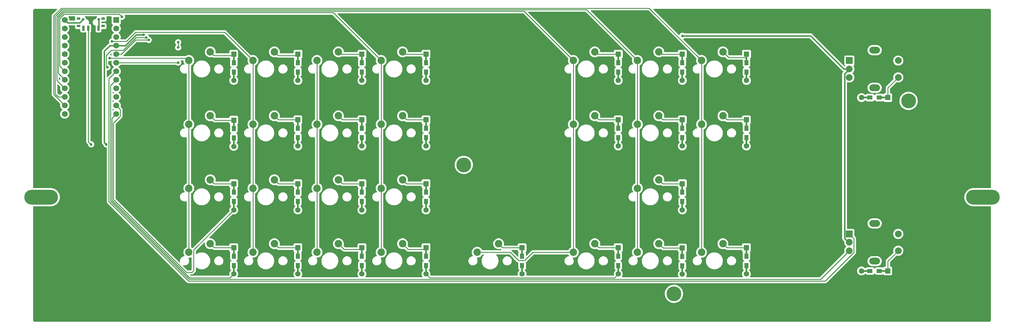
<source format=gtl>
G04 #@! TF.GenerationSoftware,KiCad,Pcbnew,(6.0.7-1)-1*
G04 #@! TF.CreationDate,2022-10-11T23:10:24+02:00*
G04 #@! TF.ProjectId,yts-pcb,7974732d-7063-4622-9e6b-696361645f70,rev?*
G04 #@! TF.SameCoordinates,Original*
G04 #@! TF.FileFunction,Copper,L1,Top*
G04 #@! TF.FilePolarity,Positive*
%FSLAX46Y46*%
G04 Gerber Fmt 4.6, Leading zero omitted, Abs format (unit mm)*
G04 Created by KiCad (PCBNEW (6.0.7-1)-1) date 2022-10-11 23:10:24*
%MOMM*%
%LPD*%
G01*
G04 APERTURE LIST*
G04 #@! TA.AperFunction,ComponentPad*
%ADD10C,2.200000*%
G04 #@! TD*
G04 #@! TA.AperFunction,WasherPad*
%ADD11O,3.200000X2.000000*%
G04 #@! TD*
G04 #@! TA.AperFunction,ComponentPad*
%ADD12R,2.000000X2.000000*%
G04 #@! TD*
G04 #@! TA.AperFunction,ComponentPad*
%ADD13C,2.000000*%
G04 #@! TD*
G04 #@! TA.AperFunction,ComponentPad*
%ADD14C,4.400000*%
G04 #@! TD*
G04 #@! TA.AperFunction,ComponentPad*
%ADD15O,10.000000X4.400000*%
G04 #@! TD*
G04 #@! TA.AperFunction,SMDPad,CuDef*
%ADD16R,1.000000X0.800000*%
G04 #@! TD*
G04 #@! TA.AperFunction,SMDPad,CuDef*
%ADD17R,0.700000X1.500000*%
G04 #@! TD*
G04 #@! TA.AperFunction,SMDPad,CuDef*
%ADD18R,2.900000X0.500000*%
G04 #@! TD*
G04 #@! TA.AperFunction,SMDPad,CuDef*
%ADD19R,1.600000X1.200000*%
G04 #@! TD*
G04 #@! TA.AperFunction,ComponentPad*
%ADD20R,1.600000X1.600000*%
G04 #@! TD*
G04 #@! TA.AperFunction,ComponentPad*
%ADD21C,1.600000*%
G04 #@! TD*
G04 #@! TA.AperFunction,SMDPad,CuDef*
%ADD22R,1.200000X1.600000*%
G04 #@! TD*
G04 #@! TA.AperFunction,SMDPad,CuDef*
%ADD23R,0.500000X2.900000*%
G04 #@! TD*
G04 #@! TA.AperFunction,ComponentPad*
%ADD24R,1.752600X1.752600*%
G04 #@! TD*
G04 #@! TA.AperFunction,ComponentPad*
%ADD25C,1.752600*%
G04 #@! TD*
G04 #@! TA.AperFunction,ViaPad*
%ADD26C,0.800000*%
G04 #@! TD*
G04 #@! TA.AperFunction,Conductor*
%ADD27C,0.250000*%
G04 #@! TD*
G04 #@! TA.AperFunction,Conductor*
%ADD28C,0.400000*%
G04 #@! TD*
G04 APERTURE END LIST*
D10*
X153017958Y-120620000D03*
X146667958Y-123160000D03*
X115017958Y-120620000D03*
X108667958Y-123160000D03*
D11*
X312000000Y-152600000D03*
X312000000Y-163800000D03*
D12*
X304500000Y-155700000D03*
D13*
X304500000Y-160700000D03*
X304500000Y-158200000D03*
X319000000Y-160700000D03*
X319000000Y-155700000D03*
D10*
X134017958Y-101620000D03*
X127667958Y-104160000D03*
X172017958Y-101620000D03*
X165667958Y-104160000D03*
D14*
X252500000Y-173500000D03*
X322047959Y-116202042D03*
D10*
X172017958Y-158620000D03*
X165667958Y-161160000D03*
X153017958Y-158620000D03*
X146667958Y-161160000D03*
X153017958Y-139620000D03*
X146667958Y-142160000D03*
X153017958Y-101620000D03*
X146667958Y-104160000D03*
X115017958Y-158620000D03*
X108667958Y-161160000D03*
X172017958Y-120620000D03*
X165667958Y-123160000D03*
X172017958Y-139620000D03*
X165667958Y-142160000D03*
X134017958Y-139620000D03*
X127667958Y-142160000D03*
X267017958Y-158620000D03*
X260667958Y-161160000D03*
X229017958Y-101620000D03*
X222667958Y-104160000D03*
X115017958Y-139620000D03*
X108667958Y-142160000D03*
D15*
X344100000Y-144802042D03*
X64900000Y-144800000D03*
D10*
X267017958Y-120620000D03*
X260667958Y-123160000D03*
X248017958Y-158620000D03*
X241667958Y-161160000D03*
X248017958Y-139620000D03*
X241667958Y-142160000D03*
X248017958Y-101620000D03*
X241667958Y-104160000D03*
D11*
X312000000Y-112300000D03*
X312000000Y-101100000D03*
D12*
X304500000Y-104200000D03*
D13*
X304500000Y-109200000D03*
X304500000Y-106700000D03*
X319000000Y-109200000D03*
X319000000Y-104200000D03*
D10*
X267017958Y-101620000D03*
X260667958Y-104160000D03*
X200517958Y-158620000D03*
X194167958Y-161160000D03*
X134017958Y-158620000D03*
X127667958Y-161160000D03*
X134017958Y-120620000D03*
X127667958Y-123160000D03*
X229017958Y-120620000D03*
X222667958Y-123160000D03*
X115017958Y-101620000D03*
X108667958Y-104160000D03*
D14*
X190200000Y-135200000D03*
D10*
X248017958Y-120620000D03*
X241667958Y-123160000D03*
D16*
X83250000Y-91745000D03*
X75950000Y-93955000D03*
X75950000Y-91745000D03*
X83250000Y-93955000D03*
D17*
X81850000Y-94605000D03*
X78850000Y-94605000D03*
X77350000Y-94605000D03*
D10*
X229017958Y-158620000D03*
X222667958Y-161160000D03*
D18*
X314500000Y-115200000D03*
D19*
X313400000Y-115200000D03*
D20*
X315900000Y-115200000D03*
D18*
X309500000Y-115200000D03*
D19*
X310600000Y-115200000D03*
D21*
X308100000Y-115200000D03*
D22*
X235977958Y-162300000D03*
D23*
X235977958Y-161200000D03*
D20*
X235977958Y-159800000D03*
D22*
X235977958Y-165100000D03*
D23*
X235977958Y-166200000D03*
D21*
X235977958Y-167600000D03*
D23*
X140977958Y-161200000D03*
D22*
X140977958Y-162300000D03*
D20*
X140977958Y-159800000D03*
D23*
X140977958Y-166200000D03*
D21*
X140977958Y-167600000D03*
D22*
X140977958Y-165100000D03*
D20*
X178977958Y-140800000D03*
D22*
X178977958Y-143300000D03*
D23*
X178977958Y-142200000D03*
D21*
X178977958Y-148600000D03*
D23*
X178977958Y-147200000D03*
D22*
X178977958Y-146100000D03*
D23*
X121977958Y-103700000D03*
D22*
X121977958Y-104800000D03*
D20*
X121977958Y-102300000D03*
D21*
X121977958Y-110100000D03*
D23*
X121977958Y-108700000D03*
D22*
X121977958Y-107600000D03*
D20*
X159977958Y-140800000D03*
D22*
X159977958Y-143300000D03*
D23*
X159977958Y-142200000D03*
D21*
X159977958Y-148600000D03*
D22*
X159977958Y-146100000D03*
D23*
X159977958Y-147200000D03*
D22*
X273977958Y-124300000D03*
D20*
X273977958Y-121800000D03*
D23*
X273977958Y-123200000D03*
D22*
X273977958Y-127100000D03*
D21*
X273977958Y-129600000D03*
D23*
X273977958Y-128200000D03*
D22*
X121977958Y-143300000D03*
D20*
X121977958Y-140800000D03*
D23*
X121977958Y-142200000D03*
D22*
X121977958Y-146100000D03*
D23*
X121977958Y-147200000D03*
D21*
X121977958Y-148600000D03*
D22*
X235977958Y-104800000D03*
D23*
X235977958Y-103700000D03*
D20*
X235977958Y-102300000D03*
D23*
X235977958Y-108700000D03*
D21*
X235977958Y-110100000D03*
D22*
X235977958Y-107600000D03*
D23*
X178977958Y-103700000D03*
D22*
X178977958Y-104800000D03*
D20*
X178977958Y-102300000D03*
D22*
X178977958Y-107600000D03*
D23*
X178977958Y-108700000D03*
D21*
X178977958Y-110100000D03*
D19*
X313400000Y-166700000D03*
D20*
X315900000Y-166700000D03*
D18*
X314500000Y-166700000D03*
X309500000Y-166700000D03*
D21*
X308100000Y-166700000D03*
D19*
X310600000Y-166700000D03*
D20*
X254977958Y-140800000D03*
D22*
X254977958Y-143300000D03*
D23*
X254977958Y-142200000D03*
D21*
X254977958Y-148600000D03*
D22*
X254977958Y-146100000D03*
D23*
X254977958Y-147200000D03*
X140977958Y-123200000D03*
D20*
X140977958Y-121800000D03*
D22*
X140977958Y-124300000D03*
X140977958Y-127100000D03*
D21*
X140977958Y-129600000D03*
D23*
X140977958Y-128200000D03*
D20*
X159977958Y-159800000D03*
D23*
X159977958Y-161200000D03*
D22*
X159977958Y-162300000D03*
D21*
X159977958Y-167600000D03*
D23*
X159977958Y-166200000D03*
D22*
X159977958Y-165100000D03*
X121977958Y-162300000D03*
D23*
X121977958Y-161200000D03*
D20*
X121977958Y-159800000D03*
D23*
X121977958Y-166200000D03*
D21*
X121977958Y-167600000D03*
D22*
X121977958Y-165100000D03*
D23*
X273977958Y-161200000D03*
D20*
X273977958Y-159800000D03*
D22*
X273977958Y-162300000D03*
D21*
X273977958Y-167600000D03*
D23*
X273977958Y-166200000D03*
D22*
X273977958Y-165100000D03*
D20*
X178977958Y-159800000D03*
D22*
X178977958Y-162300000D03*
D23*
X178977958Y-161200000D03*
D22*
X178977958Y-165100000D03*
D23*
X178977958Y-166200000D03*
D21*
X178977958Y-167600000D03*
D22*
X140977958Y-143300000D03*
D23*
X140977958Y-142200000D03*
D20*
X140977958Y-140800000D03*
D23*
X140977958Y-147200000D03*
D21*
X140977958Y-148600000D03*
D22*
X140977958Y-146100000D03*
D24*
X87120000Y-92130000D03*
D25*
X87120000Y-94670000D03*
X87120000Y-97210000D03*
X87120000Y-99750000D03*
X87120000Y-102290000D03*
X87120000Y-104830000D03*
X87120000Y-107370000D03*
X87120000Y-109910000D03*
X87120000Y-112450000D03*
X87120000Y-114990000D03*
X87120000Y-117530000D03*
X87120000Y-120070000D03*
X71880000Y-120070000D03*
X71880000Y-117530000D03*
X71880000Y-114990000D03*
X71880000Y-112450000D03*
X71880000Y-109910000D03*
X71880000Y-107370000D03*
X71880000Y-104830000D03*
X71880000Y-102290000D03*
X71880000Y-99750000D03*
X71880000Y-97210000D03*
X71880000Y-94670000D03*
X71880000Y-92130000D03*
D20*
X254977958Y-102300000D03*
D22*
X254977958Y-104800000D03*
D23*
X254977958Y-103700000D03*
D21*
X254977958Y-110100000D03*
D23*
X254977958Y-108700000D03*
D22*
X254977958Y-107600000D03*
D20*
X235977958Y-121800000D03*
D23*
X235977958Y-123200000D03*
D22*
X235977958Y-124300000D03*
D21*
X235977958Y-129600000D03*
D23*
X235977958Y-128200000D03*
D22*
X235977958Y-127100000D03*
X121977958Y-124400000D03*
D23*
X121977958Y-123300000D03*
D20*
X121977958Y-121900000D03*
D21*
X121977958Y-129700000D03*
D22*
X121977958Y-127200000D03*
D23*
X121977958Y-128300000D03*
X159977958Y-103700000D03*
D22*
X159977958Y-104800000D03*
D20*
X159977958Y-102300000D03*
D22*
X159977958Y-107600000D03*
D23*
X159977958Y-108700000D03*
D21*
X159977958Y-110100000D03*
D20*
X274000000Y-102300000D03*
D23*
X274000000Y-103700000D03*
D22*
X274000000Y-104800000D03*
D21*
X274000000Y-110100000D03*
D22*
X274000000Y-107600000D03*
D23*
X274000000Y-108700000D03*
X207477958Y-161200000D03*
D22*
X207477958Y-162300000D03*
D20*
X207477958Y-159800000D03*
D22*
X207477958Y-165100000D03*
D21*
X207477958Y-167600000D03*
D23*
X207477958Y-166200000D03*
D20*
X178977958Y-121800000D03*
D23*
X178977958Y-123200000D03*
D22*
X178977958Y-124300000D03*
D21*
X178977958Y-129600000D03*
D23*
X178977958Y-128200000D03*
D22*
X178977958Y-127100000D03*
X159977958Y-124300000D03*
D20*
X159977958Y-121800000D03*
D23*
X159977958Y-123200000D03*
D22*
X159977958Y-127100000D03*
D23*
X159977958Y-128200000D03*
D21*
X159977958Y-129600000D03*
D22*
X254977958Y-162400000D03*
D20*
X254977958Y-159900000D03*
D23*
X254977958Y-161300000D03*
D21*
X254977958Y-167700000D03*
D22*
X254977958Y-165200000D03*
D23*
X254977958Y-166300000D03*
D22*
X254977958Y-124300000D03*
D23*
X254977958Y-123200000D03*
D20*
X254977958Y-121800000D03*
D22*
X254977958Y-127100000D03*
D21*
X254977958Y-129600000D03*
D23*
X254977958Y-128200000D03*
D22*
X141000000Y-104800000D03*
D23*
X141000000Y-103700000D03*
D20*
X141000000Y-102300000D03*
D21*
X141000000Y-110100000D03*
D22*
X141000000Y-107600000D03*
D23*
X141000000Y-108700000D03*
D26*
X79700000Y-129100000D03*
X255000000Y-96850500D03*
X84200000Y-129100000D03*
X95238217Y-96561783D03*
X82000001Y-91999999D03*
X77300000Y-92000000D03*
X85174774Y-103461524D03*
X85900000Y-98500000D03*
X88840734Y-91188899D03*
X96051433Y-97375000D03*
X84500000Y-106200000D03*
X96758188Y-98081755D03*
X105500000Y-100300000D03*
X105500000Y-98749500D03*
X105500000Y-104800000D03*
D27*
X116097958Y-102700000D02*
X115017958Y-101620000D01*
X121977958Y-102700000D02*
X116097958Y-102700000D01*
X121977958Y-121900000D02*
X116297958Y-121900000D01*
X116297958Y-121900000D02*
X115017958Y-120620000D01*
X88321300Y-120778700D02*
X86299266Y-122800734D01*
X109535916Y-167150000D02*
X110092958Y-166592958D01*
X87120000Y-117530000D02*
X88321300Y-118731300D01*
X86299266Y-145462870D02*
X107986396Y-167150000D01*
X110092958Y-166592958D02*
X110092958Y-160485000D01*
X110092958Y-160485000D02*
X121977958Y-148600000D01*
X88321300Y-118731300D02*
X88321300Y-120778700D01*
X107986396Y-167150000D02*
X109535916Y-167150000D01*
X86299266Y-122800734D02*
X86299266Y-145462870D01*
X121977958Y-140800000D02*
X116197958Y-140800000D01*
X116197958Y-140800000D02*
X115017958Y-139620000D01*
X180102958Y-168725000D02*
X178977958Y-167600000D01*
X85849266Y-145712870D02*
X108886396Y-168750000D01*
X85849266Y-121340734D02*
X85849266Y-145712870D01*
X120827958Y-168750000D02*
X121977958Y-167600000D01*
X235977958Y-167600000D02*
X234852958Y-168725000D01*
X234852958Y-168725000D02*
X180102958Y-168725000D01*
X87120000Y-120070000D02*
X85849266Y-121340734D01*
X108886396Y-168750000D02*
X120827958Y-168750000D01*
X121977958Y-159800000D02*
X116197958Y-159800000D01*
X116197958Y-159800000D02*
X115017958Y-158620000D01*
X135097958Y-102700000D02*
X134017958Y-101620000D01*
X140977958Y-102700000D02*
X135097958Y-102700000D01*
X135197958Y-121800000D02*
X134017958Y-120620000D01*
X140977958Y-121800000D02*
X135197958Y-121800000D01*
X140977958Y-140800000D02*
X135197958Y-140800000D01*
X135197958Y-140800000D02*
X134017958Y-139620000D01*
X135197958Y-159800000D02*
X134017958Y-158620000D01*
X140977958Y-159800000D02*
X135197958Y-159800000D01*
X159977958Y-102300000D02*
X153697958Y-102300000D01*
X153697958Y-102300000D02*
X153017958Y-101620000D01*
X159977958Y-121800000D02*
X154197958Y-121800000D01*
X154197958Y-121800000D02*
X153017958Y-120620000D01*
X154197958Y-140800000D02*
X153017958Y-139620000D01*
X159977958Y-140800000D02*
X154197958Y-140800000D01*
X154697958Y-160300000D02*
X153017958Y-158620000D01*
X159977958Y-160300000D02*
X154697958Y-160300000D01*
X172697958Y-102300000D02*
X172017958Y-101620000D01*
X178977958Y-102300000D02*
X172697958Y-102300000D01*
X173197958Y-121800000D02*
X172017958Y-120620000D01*
X178977958Y-121800000D02*
X173197958Y-121800000D01*
X173197958Y-140800000D02*
X172017958Y-139620000D01*
X178977958Y-140800000D02*
X173197958Y-140800000D01*
X173697958Y-160300000D02*
X172017958Y-158620000D01*
X178977958Y-160300000D02*
X173697958Y-160300000D01*
X235977958Y-102300000D02*
X229697958Y-102300000D01*
X229697958Y-102300000D02*
X229017958Y-101620000D01*
X230197958Y-121800000D02*
X229017958Y-120620000D01*
X235977958Y-121800000D02*
X230197958Y-121800000D01*
X230197958Y-159800000D02*
X229017958Y-158620000D01*
X235977958Y-159800000D02*
X230197958Y-159800000D01*
X254977958Y-102300000D02*
X248697958Y-102300000D01*
X248697958Y-102300000D02*
X248017958Y-101620000D01*
X249197958Y-121800000D02*
X248017958Y-120620000D01*
X254977958Y-121800000D02*
X249197958Y-121800000D01*
X249197958Y-140800000D02*
X248017958Y-139620000D01*
X254977958Y-140800000D02*
X249197958Y-140800000D01*
X249297958Y-159900000D02*
X248017958Y-158620000D01*
X254977958Y-159900000D02*
X249297958Y-159900000D01*
X273977958Y-103300000D02*
X268697958Y-103300000D01*
X268697958Y-103300000D02*
X267017958Y-101620000D01*
X273977958Y-121800000D02*
X268197958Y-121800000D01*
X268197958Y-121800000D02*
X267017958Y-120620000D01*
X268197958Y-159800000D02*
X267017958Y-158620000D01*
X273977958Y-159800000D02*
X268197958Y-159800000D01*
X319000000Y-109200000D02*
X315900000Y-112300000D01*
X315900000Y-112300000D02*
X315900000Y-115200000D01*
X201697958Y-159800000D02*
X200517958Y-158620000D01*
X207477958Y-159800000D02*
X201697958Y-159800000D01*
X315900000Y-163800000D02*
X319000000Y-160700000D01*
X315900000Y-166700000D02*
X315900000Y-163800000D01*
X78850000Y-94605000D02*
X78850000Y-128250000D01*
X78850000Y-128250000D02*
X79700000Y-129100000D01*
D28*
X255000000Y-96850500D02*
X293050500Y-96850500D01*
X302900000Y-106700000D02*
X304500000Y-106700000D01*
X303100000Y-157043576D02*
X303100000Y-108100000D01*
X89850000Y-99750000D02*
X87120000Y-99750000D01*
X83600000Y-128500000D02*
X83600000Y-101400000D01*
X93038217Y-96561783D02*
X89850000Y-99750000D01*
X84200000Y-129100000D02*
X83600000Y-128500000D01*
X304500000Y-158200000D02*
X304256424Y-158200000D01*
X303100000Y-108100000D02*
X304500000Y-106700000D01*
X95238217Y-96561783D02*
X93038217Y-96561783D01*
X85250000Y-99750000D02*
X87120000Y-99750000D01*
X83600000Y-101400000D02*
X85250000Y-99750000D01*
X293050500Y-96850500D02*
X302900000Y-106700000D01*
X304256424Y-158200000D02*
X303100000Y-157043576D01*
X76293700Y-93006300D02*
X77300000Y-92000000D01*
X71880000Y-92130000D02*
X72756300Y-93006300D01*
X82000001Y-91999999D02*
X82000001Y-94454999D01*
X72756300Y-93006300D02*
X76293700Y-93006300D01*
X82000001Y-94454999D02*
X81850000Y-94605000D01*
D27*
X85213250Y-103500000D02*
X108007958Y-103500000D01*
X108667958Y-104160000D02*
X108667958Y-161160000D01*
X108007958Y-103500000D02*
X108667958Y-104160000D01*
X85174774Y-103461524D02*
X85213250Y-103500000D01*
X127667958Y-104160000D02*
X127667958Y-161160000D01*
X85900000Y-98500000D02*
X90200000Y-98500000D01*
X119307958Y-95800000D02*
X127667958Y-104160000D01*
X92900000Y-95800000D02*
X119307958Y-95800000D01*
X90200000Y-98500000D02*
X92900000Y-95800000D01*
X88076835Y-90425000D02*
X88840734Y-91188899D01*
X71880000Y-107370000D02*
X70400000Y-105890000D01*
X146667958Y-104160000D02*
X146667958Y-161160000D01*
X70400000Y-91672792D02*
X71647792Y-90425000D01*
X70400000Y-105890000D02*
X70400000Y-91672792D01*
X71647792Y-90425000D02*
X88076835Y-90425000D01*
X71461396Y-89975000D02*
X151482958Y-89975000D01*
X69950000Y-107980000D02*
X69950000Y-91486396D01*
X165667958Y-104160000D02*
X165667958Y-161160000D01*
X69950000Y-91486396D02*
X71461396Y-89975000D01*
X151482958Y-89975000D02*
X165667958Y-104160000D01*
X71880000Y-109910000D02*
X69950000Y-107980000D01*
X203982783Y-161160000D02*
X194167958Y-161160000D01*
X208032958Y-89525000D02*
X71275000Y-89525000D01*
X69500000Y-110070000D02*
X71880000Y-112450000D01*
X208227958Y-163600000D02*
X206422783Y-163600000D01*
X222667958Y-104160000D02*
X208032958Y-89525000D01*
X222667958Y-155510000D02*
X222667958Y-161160000D01*
X210667958Y-161160000D02*
X208227958Y-163600000D01*
X71275000Y-89525000D02*
X69500000Y-91300000D01*
X222667958Y-104160000D02*
X222667958Y-155510000D01*
X206422783Y-163600000D02*
X203982783Y-161160000D01*
X222667958Y-161160000D02*
X210667958Y-161160000D01*
X69500000Y-91300000D02*
X69500000Y-110070000D01*
X241667958Y-104160000D02*
X241667958Y-161160000D01*
X69976396Y-114990000D02*
X69050000Y-114063604D01*
X71061396Y-89075000D02*
X226582958Y-89075000D01*
X69050000Y-114063604D02*
X69050000Y-91086396D01*
X71880000Y-114990000D02*
X69976396Y-114990000D01*
X69050000Y-91086396D02*
X71061396Y-89075000D01*
X226582958Y-89075000D02*
X241667958Y-104160000D01*
X68600000Y-90900000D02*
X70875000Y-88625000D01*
X70875000Y-88625000D02*
X245132958Y-88625000D01*
X71880000Y-117530000D02*
X68600000Y-114250000D01*
X68600000Y-114250000D02*
X68600000Y-90900000D01*
X245132958Y-88625000D02*
X260667958Y-104160000D01*
X260667958Y-161160000D02*
X260667958Y-104160000D01*
X84125000Y-102675000D02*
X85711300Y-101088700D01*
X84125000Y-105825000D02*
X84125000Y-102675000D01*
X89253762Y-101088700D02*
X92967462Y-97375000D01*
X92967462Y-97375000D02*
X96051433Y-97375000D01*
X84500000Y-106200000D02*
X84125000Y-105825000D01*
X85711300Y-101088700D02*
X89253762Y-101088700D01*
X87120000Y-102290000D02*
X88688858Y-102290000D01*
X96739943Y-98100000D02*
X96758188Y-98081755D01*
X88688858Y-102290000D02*
X92878858Y-98100000D01*
X92878858Y-98100000D02*
X96739943Y-98100000D01*
X105500000Y-100300000D02*
X105500000Y-98749500D01*
X87120000Y-104830000D02*
X105470000Y-104830000D01*
X105470000Y-104830000D02*
X105500000Y-104800000D01*
X84949266Y-146085662D02*
X108563604Y-169700000D01*
X305825000Y-157025000D02*
X304500000Y-155700000D01*
X84949266Y-109540734D02*
X84949266Y-146085662D01*
X297373833Y-169700000D02*
X305825000Y-161248833D01*
X108563604Y-169700000D02*
X297373833Y-169700000D01*
X87120000Y-107370000D02*
X84949266Y-109540734D01*
X305825000Y-161248833D02*
X305825000Y-157025000D01*
X85399266Y-111630734D02*
X85399266Y-145899266D01*
X108700000Y-169200000D02*
X296000000Y-169200000D01*
X296000000Y-169200000D02*
X304500000Y-160700000D01*
X87120000Y-109910000D02*
X85399266Y-111630734D01*
X85399266Y-145899266D02*
X108700000Y-169200000D01*
G04 #@! TA.AperFunction,NonConductor*
G36*
X74900626Y-91078502D02*
G01*
X74947119Y-91132158D01*
X74957223Y-91202432D01*
X74952827Y-91219593D01*
X74952856Y-91219600D01*
X74951029Y-91227284D01*
X74948255Y-91234684D01*
X74941500Y-91296866D01*
X74941500Y-92171800D01*
X74921498Y-92239921D01*
X74867842Y-92286414D01*
X74815500Y-92297800D01*
X73394562Y-92297800D01*
X73326441Y-92277798D01*
X73279948Y-92224142D01*
X73268600Y-92168723D01*
X73269464Y-92133366D01*
X73269464Y-92133361D01*
X73269546Y-92130000D01*
X73256896Y-91976136D01*
X73251311Y-91908202D01*
X73251310Y-91908196D01*
X73250887Y-91903051D01*
X73195413Y-91682197D01*
X73193354Y-91677461D01*
X73106672Y-91478106D01*
X73106670Y-91478103D01*
X73104612Y-91473369D01*
X72990427Y-91296866D01*
X72983731Y-91286515D01*
X72983729Y-91286512D01*
X72980923Y-91282175D01*
X72977449Y-91278357D01*
X72977442Y-91278348D01*
X72969207Y-91269298D01*
X72938156Y-91205452D01*
X72946552Y-91134953D01*
X72991730Y-91080186D01*
X73062402Y-91058500D01*
X74832505Y-91058500D01*
X74900626Y-91078502D01*
G37*
G04 #@! TD.AperFunction*
G04 #@! TA.AperFunction,NonConductor*
G36*
X85649423Y-102150650D02*
G01*
X85706258Y-102193197D01*
X85731180Y-102261451D01*
X85743977Y-102483387D01*
X85745113Y-102488427D01*
X85748169Y-102501987D01*
X85743633Y-102572838D01*
X85701512Y-102629990D01*
X85635178Y-102655296D01*
X85574004Y-102644795D01*
X85463097Y-102595416D01*
X85463089Y-102595413D01*
X85457062Y-102592730D01*
X85450607Y-102591358D01*
X85450598Y-102591355D01*
X85392201Y-102578942D01*
X85329728Y-102545214D01*
X85295407Y-102483064D01*
X85300135Y-102412225D01*
X85329304Y-102366600D01*
X85516295Y-102179610D01*
X85578607Y-102145585D01*
X85649423Y-102150650D01*
G37*
G04 #@! TD.AperFunction*
G04 #@! TA.AperFunction,NonConductor*
G36*
X85763364Y-104274574D02*
G01*
X85801177Y-104334663D01*
X85801365Y-104402679D01*
X85755067Y-104569625D01*
X85730869Y-104796050D01*
X85731166Y-104801202D01*
X85731166Y-104801206D01*
X85735004Y-104867767D01*
X85743977Y-105023387D01*
X85745112Y-105028424D01*
X85745113Y-105028430D01*
X85792901Y-105240482D01*
X85794039Y-105245531D01*
X85795983Y-105250317D01*
X85795984Y-105250322D01*
X85877767Y-105451728D01*
X85879711Y-105456515D01*
X85884891Y-105464968D01*
X85995042Y-105644717D01*
X85998692Y-105650674D01*
X86147786Y-105822793D01*
X86231933Y-105892653D01*
X86308333Y-105956081D01*
X86322989Y-105968249D01*
X86327440Y-105970850D01*
X86327450Y-105970857D01*
X86360266Y-105990033D01*
X86408989Y-106041672D01*
X86422059Y-106111455D01*
X86395326Y-106177227D01*
X86372353Y-106199575D01*
X86197444Y-106330900D01*
X86040120Y-106495530D01*
X86037206Y-106499802D01*
X86037205Y-106499803D01*
X86010349Y-106539173D01*
X85911797Y-106683645D01*
X85815921Y-106890192D01*
X85755067Y-107109625D01*
X85730869Y-107336050D01*
X85731166Y-107341202D01*
X85731166Y-107341206D01*
X85733877Y-107388217D01*
X85743977Y-107563387D01*
X85781451Y-107729673D01*
X85776915Y-107800522D01*
X85747629Y-107846466D01*
X84557013Y-109037082D01*
X84548727Y-109044622D01*
X84542248Y-109048734D01*
X84536823Y-109054511D01*
X84526351Y-109065663D01*
X84465139Y-109101629D01*
X84394199Y-109098792D01*
X84336054Y-109058052D01*
X84309166Y-108992344D01*
X84308500Y-108979411D01*
X84308500Y-107234500D01*
X84328502Y-107166379D01*
X84382158Y-107119886D01*
X84434500Y-107108500D01*
X84595487Y-107108500D01*
X84601939Y-107107128D01*
X84601944Y-107107128D01*
X84688887Y-107088647D01*
X84782288Y-107068794D01*
X84788319Y-107066109D01*
X84950722Y-106993803D01*
X84950724Y-106993802D01*
X84956752Y-106991118D01*
X85111253Y-106878866D01*
X85239040Y-106736944D01*
X85334527Y-106571556D01*
X85393542Y-106389928D01*
X85397345Y-106353750D01*
X85412814Y-106206565D01*
X85413504Y-106200000D01*
X85411643Y-106182296D01*
X85394232Y-106016635D01*
X85394232Y-106016633D01*
X85393542Y-106010072D01*
X85334527Y-105828444D01*
X85323727Y-105809737D01*
X85270597Y-105717715D01*
X85239040Y-105663056D01*
X85231406Y-105654577D01*
X85115675Y-105526045D01*
X85115674Y-105526044D01*
X85111253Y-105521134D01*
X84997238Y-105438297D01*
X84962094Y-105412763D01*
X84962093Y-105412762D01*
X84956752Y-105408882D01*
X84950724Y-105406198D01*
X84950722Y-105406197D01*
X84833251Y-105353896D01*
X84779155Y-105307916D01*
X84758500Y-105238789D01*
X84758500Y-104457436D01*
X84778502Y-104389315D01*
X84832158Y-104342822D01*
X84902432Y-104332718D01*
X84910697Y-104334189D01*
X85072830Y-104368652D01*
X85072835Y-104368652D01*
X85079287Y-104370024D01*
X85270261Y-104370024D01*
X85276713Y-104368652D01*
X85276718Y-104368652D01*
X85363661Y-104350171D01*
X85457062Y-104330318D01*
X85463089Y-104327635D01*
X85463097Y-104327632D01*
X85628700Y-104253901D01*
X85699067Y-104244467D01*
X85763364Y-104274574D01*
G37*
G04 #@! TD.AperFunction*
G04 #@! TA.AperFunction,NonConductor*
G36*
X70342012Y-109268370D02*
G01*
X70348595Y-109274499D01*
X70508410Y-109434314D01*
X70542436Y-109496626D01*
X70540732Y-109557081D01*
X70515067Y-109649625D01*
X70514518Y-109654760D01*
X70514518Y-109654761D01*
X70490982Y-109874990D01*
X70463854Y-109940599D01*
X70405561Y-109981127D01*
X70334612Y-109983706D01*
X70276600Y-109950695D01*
X70170405Y-109844500D01*
X70136379Y-109782188D01*
X70133500Y-109755405D01*
X70133500Y-109363594D01*
X70153502Y-109295473D01*
X70207158Y-109248980D01*
X70277432Y-109238876D01*
X70342012Y-109268370D01*
G37*
G04 #@! TD.AperFunction*
G04 #@! TA.AperFunction,NonConductor*
G36*
X86239251Y-113518728D02*
G01*
X86322989Y-113588249D01*
X86327440Y-113590850D01*
X86327450Y-113590857D01*
X86360266Y-113610033D01*
X86408989Y-113661672D01*
X86422059Y-113731455D01*
X86395326Y-113797227D01*
X86372349Y-113819578D01*
X86276558Y-113891500D01*
X86234418Y-113923139D01*
X86167933Y-113948044D01*
X86098538Y-113933051D01*
X86048264Y-113882921D01*
X86032766Y-113822378D01*
X86032766Y-113615673D01*
X86052768Y-113547552D01*
X86106424Y-113501059D01*
X86176698Y-113490955D01*
X86239251Y-113518728D01*
G37*
G04 #@! TD.AperFunction*
G04 #@! TA.AperFunction,NonConductor*
G36*
X69892012Y-111358370D02*
G01*
X69898595Y-111364499D01*
X70508410Y-111974314D01*
X70542436Y-112036626D01*
X70540732Y-112097081D01*
X70515067Y-112189625D01*
X70490869Y-112416050D01*
X70491166Y-112421202D01*
X70491166Y-112421206D01*
X70494823Y-112484627D01*
X70503977Y-112643387D01*
X70505112Y-112648424D01*
X70505113Y-112648430D01*
X70546508Y-112832114D01*
X70554039Y-112865531D01*
X70555983Y-112870317D01*
X70555984Y-112870322D01*
X70626083Y-113042954D01*
X70639711Y-113076515D01*
X70758692Y-113270674D01*
X70907786Y-113442793D01*
X71033969Y-113547552D01*
X71060576Y-113569641D01*
X71082989Y-113588249D01*
X71087440Y-113590850D01*
X71087450Y-113590857D01*
X71120266Y-113610033D01*
X71168989Y-113661672D01*
X71182059Y-113731455D01*
X71155326Y-113797227D01*
X71132353Y-113819575D01*
X70957444Y-113950900D01*
X70933233Y-113976235D01*
X70817444Y-114097402D01*
X70800120Y-114115530D01*
X70797206Y-114119802D01*
X70797205Y-114119803D01*
X70673257Y-114301504D01*
X70618346Y-114346507D01*
X70569169Y-114356500D01*
X70290991Y-114356500D01*
X70222870Y-114336498D01*
X70201895Y-114319595D01*
X69720404Y-113838103D01*
X69686379Y-113775791D01*
X69683500Y-113749008D01*
X69683500Y-111453594D01*
X69703502Y-111385473D01*
X69757158Y-111338980D01*
X69827432Y-111328876D01*
X69892012Y-111358370D01*
G37*
G04 #@! TD.AperFunction*
G04 #@! TA.AperFunction,NonConductor*
G36*
X86239251Y-116058728D02*
G01*
X86322989Y-116128249D01*
X86327440Y-116130850D01*
X86327450Y-116130857D01*
X86360266Y-116150033D01*
X86408989Y-116201672D01*
X86422059Y-116271455D01*
X86395326Y-116337227D01*
X86372349Y-116359578D01*
X86350713Y-116375823D01*
X86234418Y-116463139D01*
X86167933Y-116488044D01*
X86098538Y-116473051D01*
X86048264Y-116422921D01*
X86032766Y-116362378D01*
X86032766Y-116155673D01*
X86052768Y-116087552D01*
X86106424Y-116041059D01*
X86176698Y-116030955D01*
X86239251Y-116058728D01*
G37*
G04 #@! TD.AperFunction*
G04 #@! TA.AperFunction,NonConductor*
G36*
X86239251Y-118598728D02*
G01*
X86322989Y-118668249D01*
X86327440Y-118670850D01*
X86327450Y-118670857D01*
X86360266Y-118690033D01*
X86408989Y-118741672D01*
X86422059Y-118811455D01*
X86395326Y-118877227D01*
X86372349Y-118899578D01*
X86350713Y-118915823D01*
X86234418Y-119003139D01*
X86167933Y-119028044D01*
X86098538Y-119013051D01*
X86048264Y-118962921D01*
X86032766Y-118902378D01*
X86032766Y-118695673D01*
X86052768Y-118627552D01*
X86106424Y-118581059D01*
X86176698Y-118570955D01*
X86239251Y-118598728D01*
G37*
G04 #@! TD.AperFunction*
G04 #@! TA.AperFunction,NonConductor*
G36*
X206111579Y-160453502D02*
G01*
X206158072Y-160507158D01*
X206169458Y-160559500D01*
X206169458Y-160648134D01*
X206176213Y-160710316D01*
X206227343Y-160846705D01*
X206314697Y-160963261D01*
X206321877Y-160968642D01*
X206425190Y-161046071D01*
X206467705Y-161102930D01*
X206472731Y-161173749D01*
X206450451Y-161222462D01*
X206444159Y-161230858D01*
X206427343Y-161253295D01*
X206376213Y-161389684D01*
X206369458Y-161451866D01*
X206369458Y-162346581D01*
X206349456Y-162414702D01*
X206295800Y-162461195D01*
X206225526Y-162471299D01*
X206160946Y-162441805D01*
X206154363Y-162435676D01*
X205409950Y-161691262D01*
X204486435Y-160767747D01*
X204478895Y-160759461D01*
X204474783Y-160752982D01*
X204425131Y-160706356D01*
X204422290Y-160703602D01*
X204402553Y-160683865D01*
X204399356Y-160681385D01*
X204390334Y-160673680D01*
X204366555Y-160651350D01*
X204330590Y-160590137D01*
X204333428Y-160519197D01*
X204374168Y-160461053D01*
X204439876Y-160434165D01*
X204452808Y-160433500D01*
X206043458Y-160433500D01*
X206111579Y-160453502D01*
G37*
G04 #@! TD.AperFunction*
G04 #@! TA.AperFunction,NonConductor*
G36*
X107004046Y-104153502D02*
G01*
X107050539Y-104207158D01*
X107061537Y-104249614D01*
X107074349Y-104412403D01*
X107075503Y-104417210D01*
X107075504Y-104417216D01*
X107094764Y-104497438D01*
X107133453Y-104658591D01*
X107135346Y-104663162D01*
X107135347Y-104663164D01*
X107228048Y-104886963D01*
X107230342Y-104892502D01*
X107362630Y-105108376D01*
X107365837Y-105112131D01*
X107365840Y-105112135D01*
X107387362Y-105137333D01*
X107416393Y-105202122D01*
X107405788Y-105272322D01*
X107358914Y-105325645D01*
X107302205Y-105344713D01*
X107257308Y-105348522D01*
X107173549Y-105355629D01*
X107173545Y-105355630D01*
X107168238Y-105356080D01*
X107163083Y-105357418D01*
X107163077Y-105357419D01*
X106950255Y-105412657D01*
X106950251Y-105412658D01*
X106945086Y-105413999D01*
X106940220Y-105416191D01*
X106940217Y-105416192D01*
X106835197Y-105463500D01*
X106734883Y-105508688D01*
X106543639Y-105637441D01*
X106539782Y-105641120D01*
X106539780Y-105641122D01*
X106482454Y-105695809D01*
X106376823Y-105796576D01*
X106373640Y-105800854D01*
X106357317Y-105822793D01*
X106239204Y-105981542D01*
X106236788Y-105986293D01*
X106236786Y-105986297D01*
X106202483Y-106053767D01*
X106134718Y-106187051D01*
X106133136Y-106192145D01*
X106133135Y-106192148D01*
X106083950Y-106350548D01*
X106066351Y-106407227D01*
X106065650Y-106412516D01*
X106043813Y-106577279D01*
X106036060Y-106635774D01*
X106044709Y-106866158D01*
X106092051Y-107091791D01*
X106094009Y-107096750D01*
X106094010Y-107096752D01*
X106162843Y-107271046D01*
X106176734Y-107306221D01*
X106179501Y-107310780D01*
X106179502Y-107310783D01*
X106226490Y-107388217D01*
X106296335Y-107503317D01*
X106299832Y-107507347D01*
X106431013Y-107658520D01*
X106447435Y-107677445D01*
X106451566Y-107680832D01*
X106621585Y-107820240D01*
X106621591Y-107820244D01*
X106625713Y-107823624D01*
X106630349Y-107826263D01*
X106630352Y-107826265D01*
X106739380Y-107888327D01*
X106826072Y-107937675D01*
X107042783Y-108016337D01*
X107048032Y-108017286D01*
X107048035Y-108017287D01*
X107265566Y-108056623D01*
X107265573Y-108056624D01*
X107269650Y-108057361D01*
X107287372Y-108058197D01*
X107292314Y-108058430D01*
X107292321Y-108058430D01*
X107293802Y-108058500D01*
X107455848Y-108058500D01*
X107522767Y-108052822D01*
X107622367Y-108044371D01*
X107622371Y-108044370D01*
X107627678Y-108043920D01*
X107632833Y-108042582D01*
X107632839Y-108042581D01*
X107845661Y-107987343D01*
X107845665Y-107987342D01*
X107850830Y-107986001D01*
X107856707Y-107983354D01*
X107857170Y-107983290D01*
X107860727Y-107982037D01*
X107860982Y-107982761D01*
X107927030Y-107973611D01*
X107991458Y-108003435D01*
X108029535Y-108063358D01*
X108034458Y-108098235D01*
X108034458Y-121597185D01*
X108014456Y-121665306D01*
X107956678Y-121713593D01*
X107940033Y-121720488D01*
X107935456Y-121722384D01*
X107719582Y-121854672D01*
X107527060Y-122019102D01*
X107362630Y-122211624D01*
X107230342Y-122427498D01*
X107228449Y-122432068D01*
X107228447Y-122432072D01*
X107135347Y-122656836D01*
X107133453Y-122661409D01*
X107132298Y-122666221D01*
X107087243Y-122853891D01*
X107074349Y-122907597D01*
X107054484Y-123160000D01*
X107074349Y-123412403D01*
X107075503Y-123417210D01*
X107075504Y-123417216D01*
X107094764Y-123497438D01*
X107133453Y-123658591D01*
X107135346Y-123663162D01*
X107135347Y-123663164D01*
X107219051Y-123865242D01*
X107230342Y-123892502D01*
X107362630Y-124108376D01*
X107365837Y-124112131D01*
X107365840Y-124112135D01*
X107387362Y-124137333D01*
X107416393Y-124202122D01*
X107405788Y-124272322D01*
X107358914Y-124325645D01*
X107302205Y-124344713D01*
X107257308Y-124348522D01*
X107173549Y-124355629D01*
X107173545Y-124355630D01*
X107168238Y-124356080D01*
X107163083Y-124357418D01*
X107163077Y-124357419D01*
X106950255Y-124412657D01*
X106950251Y-124412658D01*
X106945086Y-124413999D01*
X106940220Y-124416191D01*
X106940217Y-124416192D01*
X106831938Y-124464968D01*
X106734883Y-124508688D01*
X106543639Y-124637441D01*
X106376823Y-124796576D01*
X106239204Y-124981542D01*
X106134718Y-125187051D01*
X106133136Y-125192145D01*
X106133135Y-125192148D01*
X106085144Y-125346705D01*
X106066351Y-125407227D01*
X106065650Y-125412516D01*
X106039675Y-125608500D01*
X106036060Y-125635774D01*
X106036260Y-125641103D01*
X106036260Y-125641105D01*
X106038537Y-125701745D01*
X106044709Y-125866158D01*
X106092051Y-126091791D01*
X106094009Y-126096750D01*
X106094010Y-126096752D01*
X106173306Y-126297540D01*
X106176734Y-126306221D01*
X106179501Y-126310780D01*
X106179502Y-126310783D01*
X106241956Y-126413703D01*
X106296335Y-126503317D01*
X106299832Y-126507347D01*
X106386396Y-126607103D01*
X106447435Y-126677445D01*
X106451566Y-126680832D01*
X106621585Y-126820240D01*
X106621591Y-126820244D01*
X106625713Y-126823624D01*
X106630349Y-126826263D01*
X106630352Y-126826265D01*
X106739380Y-126888327D01*
X106826072Y-126937675D01*
X107042783Y-127016337D01*
X107048032Y-127017286D01*
X107048035Y-127017287D01*
X107265566Y-127056623D01*
X107265573Y-127056624D01*
X107269650Y-127057361D01*
X107287372Y-127058197D01*
X107292314Y-127058430D01*
X107292321Y-127058430D01*
X107293802Y-127058500D01*
X107455848Y-127058500D01*
X107522767Y-127052822D01*
X107622367Y-127044371D01*
X107622371Y-127044370D01*
X107627678Y-127043920D01*
X107632833Y-127042582D01*
X107632839Y-127042581D01*
X107845661Y-126987343D01*
X107845665Y-126987342D01*
X107850830Y-126986001D01*
X107856707Y-126983354D01*
X107857170Y-126983290D01*
X107860727Y-126982037D01*
X107860982Y-126982761D01*
X107927030Y-126973611D01*
X107991458Y-127003435D01*
X108029535Y-127063358D01*
X108034458Y-127098235D01*
X108034458Y-140597185D01*
X108014456Y-140665306D01*
X107956678Y-140713593D01*
X107940033Y-140720488D01*
X107935456Y-140722384D01*
X107719582Y-140854672D01*
X107527060Y-141019102D01*
X107362630Y-141211624D01*
X107230342Y-141427498D01*
X107228449Y-141432068D01*
X107228447Y-141432072D01*
X107135347Y-141656836D01*
X107133453Y-141661409D01*
X107132298Y-141666221D01*
X107087243Y-141853891D01*
X107074349Y-141907597D01*
X107054484Y-142160000D01*
X107074349Y-142412403D01*
X107075503Y-142417210D01*
X107075504Y-142417216D01*
X107094764Y-142497438D01*
X107133453Y-142658591D01*
X107135346Y-142663162D01*
X107135347Y-142663164D01*
X107219051Y-142865242D01*
X107230342Y-142892502D01*
X107362630Y-143108376D01*
X107365837Y-143112131D01*
X107365840Y-143112135D01*
X107387362Y-143137333D01*
X107416393Y-143202122D01*
X107405788Y-143272322D01*
X107358914Y-143325645D01*
X107302205Y-143344713D01*
X107257308Y-143348522D01*
X107173549Y-143355629D01*
X107173545Y-143355630D01*
X107168238Y-143356080D01*
X107163083Y-143357418D01*
X107163077Y-143357419D01*
X106950255Y-143412657D01*
X106950251Y-143412658D01*
X106945086Y-143413999D01*
X106940220Y-143416191D01*
X106940217Y-143416192D01*
X106831938Y-143464968D01*
X106734883Y-143508688D01*
X106543639Y-143637441D01*
X106376823Y-143796576D01*
X106239204Y-143981542D01*
X106134718Y-144187051D01*
X106133136Y-144192145D01*
X106133135Y-144192148D01*
X106085144Y-144346705D01*
X106066351Y-144407227D01*
X106065650Y-144412516D01*
X106039675Y-144608500D01*
X106036060Y-144635774D01*
X106036260Y-144641103D01*
X106036260Y-144641105D01*
X106038801Y-144708779D01*
X106044709Y-144866158D01*
X106092051Y-145091791D01*
X106094009Y-145096750D01*
X106094010Y-145096752D01*
X106134969Y-145200465D01*
X106176734Y-145306221D01*
X106296335Y-145503317D01*
X106299832Y-145507347D01*
X106386396Y-145607103D01*
X106447435Y-145677445D01*
X106451566Y-145680832D01*
X106621585Y-145820240D01*
X106621591Y-145820244D01*
X106625713Y-145823624D01*
X106630349Y-145826263D01*
X106630352Y-145826265D01*
X106739380Y-145888327D01*
X106826072Y-145937675D01*
X107042783Y-146016337D01*
X107048032Y-146017286D01*
X107048035Y-146017287D01*
X107265566Y-146056623D01*
X107265573Y-146056624D01*
X107269650Y-146057361D01*
X107287372Y-146058197D01*
X107292314Y-146058430D01*
X107292321Y-146058430D01*
X107293802Y-146058500D01*
X107455848Y-146058500D01*
X107522767Y-146052822D01*
X107622367Y-146044371D01*
X107622371Y-146044370D01*
X107627678Y-146043920D01*
X107632833Y-146042582D01*
X107632839Y-146042581D01*
X107845661Y-145987343D01*
X107845665Y-145987342D01*
X107850830Y-145986001D01*
X107856707Y-145983354D01*
X107857170Y-145983290D01*
X107860727Y-145982037D01*
X107860982Y-145982761D01*
X107927030Y-145973611D01*
X107991458Y-146003435D01*
X108029535Y-146063358D01*
X108034458Y-146098235D01*
X108034458Y-159597185D01*
X108014456Y-159665306D01*
X107956678Y-159713593D01*
X107940033Y-159720488D01*
X107935456Y-159722384D01*
X107719582Y-159854672D01*
X107527060Y-160019102D01*
X107362630Y-160211624D01*
X107230342Y-160427498D01*
X107228449Y-160432068D01*
X107228447Y-160432072D01*
X107135918Y-160655458D01*
X107133453Y-160661409D01*
X107123005Y-160704930D01*
X107077687Y-160893695D01*
X107074349Y-160907597D01*
X107054484Y-161160000D01*
X107074349Y-161412403D01*
X107075503Y-161417210D01*
X107075504Y-161417216D01*
X107107015Y-161548469D01*
X107133453Y-161658591D01*
X107135346Y-161663162D01*
X107135347Y-161663164D01*
X107221552Y-161871280D01*
X107230342Y-161892502D01*
X107362630Y-162108376D01*
X107365837Y-162112131D01*
X107365840Y-162112135D01*
X107387362Y-162137333D01*
X107416393Y-162202122D01*
X107405788Y-162272322D01*
X107358914Y-162325645D01*
X107302205Y-162344713D01*
X107257308Y-162348522D01*
X107173549Y-162355629D01*
X107173545Y-162355630D01*
X107168238Y-162356080D01*
X107163083Y-162357418D01*
X107163077Y-162357419D01*
X106950255Y-162412657D01*
X106950251Y-162412658D01*
X106945086Y-162413999D01*
X106940220Y-162416191D01*
X106940217Y-162416192D01*
X106831938Y-162464968D01*
X106734883Y-162508688D01*
X106543639Y-162637441D01*
X106539782Y-162641120D01*
X106539780Y-162641122D01*
X106509998Y-162669533D01*
X106376823Y-162796576D01*
X106239204Y-162981542D01*
X106134718Y-163187051D01*
X106133136Y-163192145D01*
X106133135Y-163192148D01*
X106085144Y-163346705D01*
X106066351Y-163407227D01*
X106065650Y-163412516D01*
X106036867Y-163629688D01*
X106036060Y-163635774D01*
X106036260Y-163641103D01*
X106036260Y-163641105D01*
X106039951Y-163739430D01*
X106044709Y-163866158D01*
X106045804Y-163871377D01*
X106076273Y-164016593D01*
X106070685Y-164087370D01*
X106027720Y-164143890D01*
X105961019Y-164168209D01*
X105891758Y-164152606D01*
X105863863Y-164131562D01*
X86969671Y-145237370D01*
X86935645Y-145175058D01*
X86932766Y-145148275D01*
X86932766Y-123115328D01*
X86952768Y-123047207D01*
X86969671Y-123026233D01*
X87840245Y-122155660D01*
X88713553Y-121282352D01*
X88721839Y-121274812D01*
X88728318Y-121270700D01*
X88774944Y-121221048D01*
X88777698Y-121218207D01*
X88797435Y-121198470D01*
X88799915Y-121195273D01*
X88807620Y-121186251D01*
X88837886Y-121154021D01*
X88841705Y-121147075D01*
X88841707Y-121147072D01*
X88847648Y-121136266D01*
X88858499Y-121119747D01*
X88863128Y-121113779D01*
X88870914Y-121103741D01*
X88874059Y-121096472D01*
X88874062Y-121096468D01*
X88888474Y-121063163D01*
X88893691Y-121052513D01*
X88914995Y-121013760D01*
X88920033Y-120994137D01*
X88926437Y-120975434D01*
X88931333Y-120964120D01*
X88931333Y-120964119D01*
X88934481Y-120956845D01*
X88935720Y-120949022D01*
X88935723Y-120949012D01*
X88941399Y-120913176D01*
X88943805Y-120901556D01*
X88952828Y-120866411D01*
X88952828Y-120866410D01*
X88954800Y-120858730D01*
X88954800Y-120838476D01*
X88956351Y-120818765D01*
X88958280Y-120806586D01*
X88959520Y-120798757D01*
X88955359Y-120754738D01*
X88954800Y-120742881D01*
X88954800Y-118810068D01*
X88955327Y-118798885D01*
X88957002Y-118791392D01*
X88954862Y-118723301D01*
X88954800Y-118719344D01*
X88954800Y-118691444D01*
X88954296Y-118687453D01*
X88953363Y-118675611D01*
X88952223Y-118639336D01*
X88951974Y-118631411D01*
X88949762Y-118623797D01*
X88949761Y-118623792D01*
X88946323Y-118611959D01*
X88942312Y-118592595D01*
X88941767Y-118588276D01*
X88939774Y-118572503D01*
X88936857Y-118565136D01*
X88936856Y-118565131D01*
X88923498Y-118531392D01*
X88919654Y-118520165D01*
X88909530Y-118485322D01*
X88907318Y-118477707D01*
X88899235Y-118464039D01*
X88897007Y-118460272D01*
X88888312Y-118442524D01*
X88880852Y-118423683D01*
X88854864Y-118387913D01*
X88848348Y-118377993D01*
X88829880Y-118346765D01*
X88829878Y-118346762D01*
X88825842Y-118339938D01*
X88811521Y-118325617D01*
X88798680Y-118310583D01*
X88791431Y-118300606D01*
X88786772Y-118294193D01*
X88752695Y-118266002D01*
X88743916Y-118258012D01*
X88492302Y-118006398D01*
X88458276Y-117944086D01*
X88460838Y-117880676D01*
X88476661Y-117828594D01*
X88476662Y-117828590D01*
X88478164Y-117823646D01*
X88482805Y-117788393D01*
X88507450Y-117601201D01*
X88507451Y-117601194D01*
X88507887Y-117597879D01*
X88509546Y-117530000D01*
X88501361Y-117430442D01*
X88491311Y-117308202D01*
X88491310Y-117308196D01*
X88490887Y-117303051D01*
X88459246Y-117177081D01*
X88436672Y-117087208D01*
X88436671Y-117087204D01*
X88435413Y-117082197D01*
X88423289Y-117054314D01*
X88346672Y-116878106D01*
X88346670Y-116878103D01*
X88344612Y-116873369D01*
X88220923Y-116682175D01*
X88067668Y-116513750D01*
X87888963Y-116372618D01*
X87882335Y-116368959D01*
X87881651Y-116368269D01*
X87880131Y-116367259D01*
X87880339Y-116366945D01*
X87832363Y-116318533D01*
X87817585Y-116249091D01*
X87842696Y-116182684D01*
X87870054Y-116156069D01*
X88012689Y-116054329D01*
X88012691Y-116054327D01*
X88016893Y-116051330D01*
X88178193Y-115890592D01*
X88188638Y-115876057D01*
X88308055Y-115709869D01*
X88311073Y-115705669D01*
X88336499Y-115654225D01*
X88409673Y-115506168D01*
X88409674Y-115506166D01*
X88411967Y-115501526D01*
X88478164Y-115283646D01*
X88483983Y-115239448D01*
X88507450Y-115061201D01*
X88507451Y-115061194D01*
X88507887Y-115057879D01*
X88509546Y-114990000D01*
X88502179Y-114900393D01*
X88491311Y-114768202D01*
X88491310Y-114768196D01*
X88490887Y-114763051D01*
X88461241Y-114645023D01*
X88436672Y-114547208D01*
X88436671Y-114547204D01*
X88435413Y-114542197D01*
X88429920Y-114529563D01*
X88346672Y-114338106D01*
X88346670Y-114338103D01*
X88344612Y-114333369D01*
X88240537Y-114172493D01*
X88223731Y-114146515D01*
X88223729Y-114146512D01*
X88220923Y-114142175D01*
X88067668Y-113973750D01*
X87888963Y-113832618D01*
X87882335Y-113828959D01*
X87881651Y-113828269D01*
X87880131Y-113827259D01*
X87880339Y-113826945D01*
X87832363Y-113778533D01*
X87817585Y-113709091D01*
X87842696Y-113642684D01*
X87870054Y-113616069D01*
X88012689Y-113514329D01*
X88012691Y-113514327D01*
X88016893Y-113511330D01*
X88178193Y-113350592D01*
X88311073Y-113165669D01*
X88411967Y-112961526D01*
X88478164Y-112743646D01*
X88480316Y-112727298D01*
X88507450Y-112521201D01*
X88507451Y-112521194D01*
X88507887Y-112517879D01*
X88509546Y-112450000D01*
X88501140Y-112347763D01*
X88491311Y-112228202D01*
X88491310Y-112228196D01*
X88490887Y-112223051D01*
X88444061Y-112036626D01*
X88436672Y-112007208D01*
X88436671Y-112007204D01*
X88435413Y-112002197D01*
X88413203Y-111951117D01*
X88346672Y-111798106D01*
X88346670Y-111798103D01*
X88344612Y-111793369D01*
X88220923Y-111602175D01*
X88067668Y-111433750D01*
X87888963Y-111292618D01*
X87882335Y-111288959D01*
X87881651Y-111288269D01*
X87880131Y-111287259D01*
X87880339Y-111286945D01*
X87832363Y-111238533D01*
X87817585Y-111169091D01*
X87842696Y-111102684D01*
X87870054Y-111076069D01*
X88012689Y-110974329D01*
X88012691Y-110974327D01*
X88016893Y-110971330D01*
X88178193Y-110810592D01*
X88220467Y-110751762D01*
X88308055Y-110629869D01*
X88311073Y-110625669D01*
X88314605Y-110618524D01*
X88409673Y-110426168D01*
X88409674Y-110426166D01*
X88411967Y-110421526D01*
X88478164Y-110203646D01*
X88491089Y-110105475D01*
X88507450Y-109981201D01*
X88507451Y-109981194D01*
X88507887Y-109977879D01*
X88507969Y-109974527D01*
X88509464Y-109913365D01*
X88509464Y-109913360D01*
X88509546Y-109910000D01*
X88494012Y-109721056D01*
X88491311Y-109688202D01*
X88491310Y-109688196D01*
X88490887Y-109683051D01*
X88442617Y-109490876D01*
X88436672Y-109467208D01*
X88436671Y-109467204D01*
X88435413Y-109462197D01*
X88433354Y-109457461D01*
X88346672Y-109258106D01*
X88346670Y-109258103D01*
X88344612Y-109253369D01*
X88243905Y-109097699D01*
X88223731Y-109066515D01*
X88223729Y-109066512D01*
X88220923Y-109062175D01*
X88067668Y-108893750D01*
X87888963Y-108752618D01*
X87882335Y-108748959D01*
X87881651Y-108748269D01*
X87880131Y-108747259D01*
X87880339Y-108746945D01*
X87832363Y-108698533D01*
X87817585Y-108629091D01*
X87842696Y-108562684D01*
X87870054Y-108536069D01*
X88012689Y-108434329D01*
X88012691Y-108434327D01*
X88016893Y-108431330D01*
X88178193Y-108270592D01*
X88311073Y-108085669D01*
X88324536Y-108058430D01*
X88409673Y-107886168D01*
X88409674Y-107886166D01*
X88411967Y-107881526D01*
X88471119Y-107686835D01*
X88476662Y-107668590D01*
X88476662Y-107668589D01*
X88478164Y-107663646D01*
X88485608Y-107607103D01*
X88507450Y-107441201D01*
X88507451Y-107441194D01*
X88507887Y-107437879D01*
X88508778Y-107401436D01*
X88509464Y-107373365D01*
X88509464Y-107373360D01*
X88509546Y-107370000D01*
X88498406Y-107234500D01*
X88491311Y-107148202D01*
X88491310Y-107148196D01*
X88490887Y-107143051D01*
X88439059Y-106936711D01*
X88436672Y-106927208D01*
X88436671Y-106927204D01*
X88435413Y-106922197D01*
X88433354Y-106917461D01*
X88346672Y-106718106D01*
X88346670Y-106718103D01*
X88344612Y-106713369D01*
X88246495Y-106561703D01*
X88223731Y-106526515D01*
X88223729Y-106526512D01*
X88220923Y-106522175D01*
X88067668Y-106353750D01*
X87888963Y-106212618D01*
X87882335Y-106208959D01*
X87881651Y-106208269D01*
X87880131Y-106207259D01*
X87880339Y-106206945D01*
X87832363Y-106158533D01*
X87817585Y-106089091D01*
X87842696Y-106022684D01*
X87870054Y-105996069D01*
X88012689Y-105894329D01*
X88012691Y-105894327D01*
X88016893Y-105891330D01*
X88178193Y-105730592D01*
X88204103Y-105694535D01*
X88253097Y-105626352D01*
X88311073Y-105545669D01*
X88313361Y-105541040D01*
X88313365Y-105541033D01*
X88317001Y-105533675D01*
X88365114Y-105481467D01*
X88429959Y-105463500D01*
X104826658Y-105463500D01*
X104894779Y-105483502D01*
X104900719Y-105487564D01*
X105012313Y-105568642D01*
X105043248Y-105591118D01*
X105049276Y-105593802D01*
X105049278Y-105593803D01*
X105204824Y-105663056D01*
X105217712Y-105668794D01*
X105311112Y-105688647D01*
X105398056Y-105707128D01*
X105398061Y-105707128D01*
X105404513Y-105708500D01*
X105595487Y-105708500D01*
X105601939Y-105707128D01*
X105601944Y-105707128D01*
X105688888Y-105688647D01*
X105782288Y-105668794D01*
X105795176Y-105663056D01*
X105950722Y-105593803D01*
X105950724Y-105593802D01*
X105956752Y-105591118D01*
X105987688Y-105568642D01*
X106066098Y-105511673D01*
X106111253Y-105478866D01*
X106140211Y-105446705D01*
X106234621Y-105341852D01*
X106234622Y-105341851D01*
X106239040Y-105336944D01*
X106334527Y-105171556D01*
X106393542Y-104989928D01*
X106402868Y-104901201D01*
X106412814Y-104806565D01*
X106413504Y-104800000D01*
X106412549Y-104790917D01*
X106394232Y-104616635D01*
X106394232Y-104616633D01*
X106393542Y-104610072D01*
X106334527Y-104428444D01*
X106328045Y-104417216D01*
X106273360Y-104322500D01*
X106256622Y-104253505D01*
X106279842Y-104186413D01*
X106335649Y-104142526D01*
X106382479Y-104133500D01*
X106935925Y-104133500D01*
X107004046Y-104153502D01*
G37*
G04 #@! TD.AperFunction*
G04 #@! TA.AperFunction,NonConductor*
G36*
X109419317Y-162669533D02*
G01*
X109455544Y-162730591D01*
X109459458Y-162761751D01*
X109459458Y-166278363D01*
X109439456Y-166346484D01*
X109422553Y-166367458D01*
X109310416Y-166479595D01*
X109248104Y-166513621D01*
X109221321Y-166516500D01*
X108300991Y-166516500D01*
X108232870Y-166496498D01*
X108211896Y-166479595D01*
X106968445Y-165236144D01*
X106934419Y-165173832D01*
X106939484Y-165103017D01*
X106982031Y-165046181D01*
X107048551Y-165021370D01*
X107079961Y-165023060D01*
X107265566Y-165056623D01*
X107265573Y-165056624D01*
X107269650Y-165057361D01*
X107287372Y-165058197D01*
X107292314Y-165058430D01*
X107292321Y-165058430D01*
X107293802Y-165058500D01*
X107455848Y-165058500D01*
X107522767Y-165052822D01*
X107622367Y-165044371D01*
X107622371Y-165044370D01*
X107627678Y-165043920D01*
X107632833Y-165042582D01*
X107632839Y-165042581D01*
X107845661Y-164987343D01*
X107845665Y-164987342D01*
X107850830Y-164986001D01*
X107855696Y-164983809D01*
X107855699Y-164983808D01*
X108056160Y-164893507D01*
X108061033Y-164891312D01*
X108252277Y-164762559D01*
X108263363Y-164751984D01*
X108351790Y-164667628D01*
X108419093Y-164603424D01*
X108556712Y-164418458D01*
X108600612Y-164332114D01*
X108639674Y-164255283D01*
X108661198Y-164212949D01*
X108665613Y-164198733D01*
X108727982Y-163997871D01*
X108729565Y-163992773D01*
X108742092Y-163898255D01*
X108759156Y-163769511D01*
X108759156Y-163769506D01*
X108759856Y-163764226D01*
X108757775Y-163708779D01*
X108751837Y-163550615D01*
X108751207Y-163533842D01*
X108703865Y-163308209D01*
X108665205Y-163210316D01*
X108621143Y-163098744D01*
X108621142Y-163098742D01*
X108619182Y-163093779D01*
X108540219Y-162963653D01*
X108521981Y-162895041D01*
X108543732Y-162827459D01*
X108598568Y-162782364D01*
X108657819Y-162772677D01*
X108663019Y-162773086D01*
X108663028Y-162773086D01*
X108667958Y-162773474D01*
X108920361Y-162753609D01*
X108925168Y-162752455D01*
X108925174Y-162752454D01*
X109081926Y-162714821D01*
X109166549Y-162694505D01*
X109203984Y-162678999D01*
X109285240Y-162645342D01*
X109355830Y-162637753D01*
X109419317Y-162669533D01*
G37*
G04 #@! TD.AperFunction*
G04 #@! TA.AperFunction,NonConductor*
G36*
X113343596Y-158234432D02*
G01*
X113400432Y-158276979D01*
X113425243Y-158343499D01*
X113424211Y-158367586D01*
X113424349Y-158367597D01*
X113404484Y-158620000D01*
X113424349Y-158872403D01*
X113425503Y-158877210D01*
X113425504Y-158877216D01*
X113460400Y-159022568D01*
X113483453Y-159118591D01*
X113485346Y-159123162D01*
X113485347Y-159123164D01*
X113547487Y-159273182D01*
X113580342Y-159352502D01*
X113712630Y-159568376D01*
X113877060Y-159760898D01*
X114069582Y-159925328D01*
X114285456Y-160057616D01*
X114290026Y-160059509D01*
X114290030Y-160059511D01*
X114479829Y-160138128D01*
X114519367Y-160154505D01*
X114596526Y-160173029D01*
X114760742Y-160212454D01*
X114760748Y-160212455D01*
X114765555Y-160213609D01*
X115017958Y-160233474D01*
X115270361Y-160213609D01*
X115275168Y-160212455D01*
X115275174Y-160212454D01*
X115511746Y-160155658D01*
X115511745Y-160155658D01*
X115516549Y-160154505D01*
X115521112Y-160152615D01*
X115521121Y-160152612D01*
X115537773Y-160145715D01*
X115608363Y-160138128D01*
X115675083Y-160173030D01*
X115694306Y-160192253D01*
X115701846Y-160200539D01*
X115705958Y-160207018D01*
X115711735Y-160212443D01*
X115755609Y-160253643D01*
X115758451Y-160256398D01*
X115778188Y-160276135D01*
X115781385Y-160278615D01*
X115790405Y-160286318D01*
X115822637Y-160316586D01*
X115829583Y-160320405D01*
X115829586Y-160320407D01*
X115840389Y-160326346D01*
X115856911Y-160337199D01*
X115872917Y-160349614D01*
X115880186Y-160352759D01*
X115880190Y-160352762D01*
X115913495Y-160367174D01*
X115924145Y-160372391D01*
X115962898Y-160393695D01*
X115970573Y-160395666D01*
X115970574Y-160395666D01*
X115982520Y-160398733D01*
X116001225Y-160405137D01*
X116019813Y-160413181D01*
X116027636Y-160414420D01*
X116027646Y-160414423D01*
X116063482Y-160420099D01*
X116075102Y-160422505D01*
X116108670Y-160431123D01*
X116117928Y-160433500D01*
X116138182Y-160433500D01*
X116157892Y-160435051D01*
X116177901Y-160438220D01*
X116185793Y-160437474D01*
X116221919Y-160434059D01*
X116233777Y-160433500D01*
X120543458Y-160433500D01*
X120611579Y-160453502D01*
X120658072Y-160507158D01*
X120669458Y-160559500D01*
X120669458Y-160648134D01*
X120676213Y-160710316D01*
X120727343Y-160846705D01*
X120814697Y-160963261D01*
X120821877Y-160968642D01*
X120925190Y-161046071D01*
X120967705Y-161102930D01*
X120972731Y-161173749D01*
X120950451Y-161222462D01*
X120944159Y-161230858D01*
X120927343Y-161253295D01*
X120876213Y-161389684D01*
X120869458Y-161451866D01*
X120869458Y-163148134D01*
X120876213Y-163210316D01*
X120927343Y-163346705D01*
X121014697Y-163463261D01*
X121131253Y-163550615D01*
X121139661Y-163553767D01*
X121215020Y-163582018D01*
X121271784Y-163624660D01*
X121296484Y-163691221D01*
X121281277Y-163760570D01*
X121230991Y-163810688D01*
X121215020Y-163817982D01*
X121131253Y-163849385D01*
X121014697Y-163936739D01*
X120927343Y-164053295D01*
X120876213Y-164189684D01*
X120869458Y-164251866D01*
X120869458Y-165948134D01*
X120876213Y-166010316D01*
X120927343Y-166146705D01*
X121014697Y-166263261D01*
X121131253Y-166350615D01*
X121139662Y-166353767D01*
X121147533Y-166358077D01*
X121146232Y-166360454D01*
X121191773Y-166394661D01*
X121216475Y-166461222D01*
X121201271Y-166530571D01*
X121163054Y-166573218D01*
X121138172Y-166590641D01*
X121133658Y-166593802D01*
X120971760Y-166755700D01*
X120968603Y-166760208D01*
X120968601Y-166760211D01*
X120947961Y-166789688D01*
X120840435Y-166943251D01*
X120838112Y-166948233D01*
X120838109Y-166948238D01*
X120746856Y-167143933D01*
X120743674Y-167150757D01*
X120742252Y-167156065D01*
X120742251Y-167156067D01*
X120689814Y-167351762D01*
X120684415Y-167371913D01*
X120664460Y-167600000D01*
X120684415Y-167828087D01*
X120685838Y-167833398D01*
X120685839Y-167833402D01*
X120701417Y-167891541D01*
X120699727Y-167962518D01*
X120668805Y-168013247D01*
X120602457Y-168079595D01*
X120540145Y-168113621D01*
X120513362Y-168116500D01*
X109200990Y-168116500D01*
X109132869Y-168096498D01*
X109111895Y-168079595D01*
X109030895Y-167998595D01*
X108996869Y-167936283D01*
X109001934Y-167865468D01*
X109044481Y-167808632D01*
X109111001Y-167783821D01*
X109119990Y-167783500D01*
X109457149Y-167783500D01*
X109468332Y-167784027D01*
X109475825Y-167785702D01*
X109483751Y-167785453D01*
X109483752Y-167785453D01*
X109543902Y-167783562D01*
X109547861Y-167783500D01*
X109575772Y-167783500D01*
X109579707Y-167783003D01*
X109579772Y-167782995D01*
X109591609Y-167782062D01*
X109623867Y-167781048D01*
X109627886Y-167780922D01*
X109635805Y-167780673D01*
X109655259Y-167775021D01*
X109674616Y-167771013D01*
X109686846Y-167769468D01*
X109686847Y-167769468D01*
X109694713Y-167768474D01*
X109702084Y-167765555D01*
X109702086Y-167765555D01*
X109735828Y-167752196D01*
X109747058Y-167748351D01*
X109781899Y-167738229D01*
X109781900Y-167738229D01*
X109789509Y-167736018D01*
X109796328Y-167731985D01*
X109796333Y-167731983D01*
X109806944Y-167725707D01*
X109824692Y-167717012D01*
X109843533Y-167709552D01*
X109856681Y-167700000D01*
X109879303Y-167683564D01*
X109889223Y-167677048D01*
X109920451Y-167658580D01*
X109920454Y-167658578D01*
X109927278Y-167654542D01*
X109941599Y-167640221D01*
X109956633Y-167627380D01*
X109966610Y-167620131D01*
X109973023Y-167615472D01*
X110001214Y-167581395D01*
X110009204Y-167572616D01*
X110485205Y-167096615D01*
X110493495Y-167089071D01*
X110499976Y-167084958D01*
X110546617Y-167035290D01*
X110549371Y-167032449D01*
X110569092Y-167012728D01*
X110571570Y-167009533D01*
X110579276Y-167000511D01*
X110604116Y-166974059D01*
X110609544Y-166968279D01*
X110619304Y-166950526D01*
X110630157Y-166934003D01*
X110637711Y-166924264D01*
X110642571Y-166917999D01*
X110660134Y-166877415D01*
X110665341Y-166866785D01*
X110686653Y-166828018D01*
X110688624Y-166820341D01*
X110688626Y-166820336D01*
X110691690Y-166808400D01*
X110698096Y-166789688D01*
X110702992Y-166778375D01*
X110706139Y-166771103D01*
X110713055Y-166727439D01*
X110715462Y-166715818D01*
X110724486Y-166680669D01*
X110724486Y-166680668D01*
X110726458Y-166672988D01*
X110726458Y-166652727D01*
X110728009Y-166633016D01*
X110729937Y-166620843D01*
X110731177Y-166613015D01*
X110727017Y-166569004D01*
X110726458Y-166557147D01*
X110726458Y-165774420D01*
X110746460Y-165706299D01*
X110800116Y-165659806D01*
X110870390Y-165649702D01*
X110932774Y-165677336D01*
X110997521Y-165730900D01*
X110997531Y-165730907D01*
X111000583Y-165733432D01*
X111267089Y-165902562D01*
X111270668Y-165904246D01*
X111270675Y-165904250D01*
X111549102Y-166035267D01*
X111549106Y-166035269D01*
X111552692Y-166036956D01*
X111852886Y-166134495D01*
X112162938Y-166193641D01*
X112399120Y-166208500D01*
X112556796Y-166208500D01*
X112792978Y-166193641D01*
X113103030Y-166134495D01*
X113403224Y-166036956D01*
X113406810Y-166035269D01*
X113406814Y-166035267D01*
X113685241Y-165904250D01*
X113685248Y-165904246D01*
X113688827Y-165902562D01*
X113955333Y-165733432D01*
X114118733Y-165598255D01*
X114195488Y-165534758D01*
X114195489Y-165534757D01*
X114198540Y-165532233D01*
X114414612Y-165302140D01*
X114442168Y-165264213D01*
X114497192Y-165188478D01*
X114600142Y-165046779D01*
X114616356Y-165017287D01*
X114750298Y-164773648D01*
X114750299Y-164773647D01*
X114752205Y-164770179D01*
X114756680Y-164758878D01*
X114866948Y-164480372D01*
X114866948Y-164480371D01*
X114868401Y-164476702D01*
X114946898Y-164170975D01*
X114986458Y-163857821D01*
X114986458Y-163635774D01*
X116196060Y-163635774D01*
X116196260Y-163641103D01*
X116196260Y-163641105D01*
X116199951Y-163739430D01*
X116204709Y-163866158D01*
X116252051Y-164091791D01*
X116254009Y-164096750D01*
X116254010Y-164096752D01*
X116333306Y-164297540D01*
X116336734Y-164306221D01*
X116339501Y-164310780D01*
X116339502Y-164310783D01*
X116401956Y-164413703D01*
X116456335Y-164503317D01*
X116459832Y-164507347D01*
X116595527Y-164663722D01*
X116607435Y-164677445D01*
X116611566Y-164680832D01*
X116781585Y-164820240D01*
X116781591Y-164820244D01*
X116785713Y-164823624D01*
X116790349Y-164826263D01*
X116790352Y-164826265D01*
X116899380Y-164888327D01*
X116986072Y-164937675D01*
X117202783Y-165016337D01*
X117208032Y-165017286D01*
X117208035Y-165017287D01*
X117425566Y-165056623D01*
X117425573Y-165056624D01*
X117429650Y-165057361D01*
X117447372Y-165058197D01*
X117452314Y-165058430D01*
X117452321Y-165058430D01*
X117453802Y-165058500D01*
X117615848Y-165058500D01*
X117682767Y-165052822D01*
X117782367Y-165044371D01*
X117782371Y-165044370D01*
X117787678Y-165043920D01*
X117792833Y-165042582D01*
X117792839Y-165042581D01*
X118005661Y-164987343D01*
X118005665Y-164987342D01*
X118010830Y-164986001D01*
X118015696Y-164983809D01*
X118015699Y-164983808D01*
X118216160Y-164893507D01*
X118221033Y-164891312D01*
X118412277Y-164762559D01*
X118423363Y-164751984D01*
X118511790Y-164667628D01*
X118579093Y-164603424D01*
X118716712Y-164418458D01*
X118760612Y-164332114D01*
X118799674Y-164255283D01*
X118821198Y-164212949D01*
X118825613Y-164198733D01*
X118887982Y-163997871D01*
X118889565Y-163992773D01*
X118902092Y-163898255D01*
X118919156Y-163769511D01*
X118919156Y-163769506D01*
X118919856Y-163764226D01*
X118917775Y-163708779D01*
X118911837Y-163550615D01*
X118911207Y-163533842D01*
X118863865Y-163308209D01*
X118825205Y-163210316D01*
X118781143Y-163098744D01*
X118781142Y-163098742D01*
X118779182Y-163093779D01*
X118754112Y-163052464D01*
X118662348Y-162901243D01*
X118659581Y-162896683D01*
X118572713Y-162796576D01*
X118511981Y-162726588D01*
X118511979Y-162726586D01*
X118508481Y-162722555D01*
X118450873Y-162675319D01*
X118334331Y-162579760D01*
X118334325Y-162579756D01*
X118330203Y-162576376D01*
X118325567Y-162573737D01*
X118325564Y-162573735D01*
X118139655Y-162467910D01*
X118129844Y-162462325D01*
X117913133Y-162383663D01*
X117907884Y-162382714D01*
X117907881Y-162382713D01*
X117690350Y-162343377D01*
X117690343Y-162343376D01*
X117686266Y-162342639D01*
X117668544Y-162341803D01*
X117663602Y-162341570D01*
X117663595Y-162341570D01*
X117662114Y-162341500D01*
X117500068Y-162341500D01*
X117440187Y-162346581D01*
X117333549Y-162355629D01*
X117333545Y-162355630D01*
X117328238Y-162356080D01*
X117323083Y-162357418D01*
X117323077Y-162357419D01*
X117110255Y-162412657D01*
X117110251Y-162412658D01*
X117105086Y-162413999D01*
X117100220Y-162416191D01*
X117100217Y-162416192D01*
X116991938Y-162464968D01*
X116894883Y-162508688D01*
X116703639Y-162637441D01*
X116699782Y-162641120D01*
X116699780Y-162641122D01*
X116669998Y-162669533D01*
X116536823Y-162796576D01*
X116399204Y-162981542D01*
X116294718Y-163187051D01*
X116293136Y-163192145D01*
X116293135Y-163192148D01*
X116245144Y-163346705D01*
X116226351Y-163407227D01*
X116225650Y-163412516D01*
X116196867Y-163629688D01*
X116196060Y-163635774D01*
X114986458Y-163635774D01*
X114986458Y-163542179D01*
X114946898Y-163229025D01*
X114868401Y-162923298D01*
X114818228Y-162796576D01*
X114753660Y-162633495D01*
X114753658Y-162633490D01*
X114752205Y-162629821D01*
X114734500Y-162597616D01*
X114602051Y-162356693D01*
X114602049Y-162356690D01*
X114600142Y-162353221D01*
X114428489Y-162116960D01*
X114416940Y-162101064D01*
X114416939Y-162101062D01*
X114414612Y-162097860D01*
X114221768Y-161892502D01*
X114201255Y-161870658D01*
X114201254Y-161870657D01*
X114198540Y-161867767D01*
X113955333Y-161666568D01*
X113688827Y-161497438D01*
X113685248Y-161495754D01*
X113685241Y-161495750D01*
X113406814Y-161364733D01*
X113406810Y-161364731D01*
X113403224Y-161363044D01*
X113351101Y-161346108D01*
X113106806Y-161266732D01*
X113106808Y-161266732D01*
X113103030Y-161265505D01*
X112792978Y-161206359D01*
X112556796Y-161191500D01*
X112399120Y-161191500D01*
X112162938Y-161206359D01*
X111852886Y-161265505D01*
X111849108Y-161266732D01*
X111849110Y-161266732D01*
X111604816Y-161346108D01*
X111552692Y-161363044D01*
X111549106Y-161364731D01*
X111549102Y-161364733D01*
X111270675Y-161495750D01*
X111270668Y-161495754D01*
X111267089Y-161497438D01*
X111000583Y-161666568D01*
X110997532Y-161669092D01*
X110997521Y-161669100D01*
X110932774Y-161722664D01*
X110867536Y-161750675D01*
X110797511Y-161738968D01*
X110744932Y-161691262D01*
X110726458Y-161625580D01*
X110726458Y-160799594D01*
X110746460Y-160731473D01*
X110763363Y-160710499D01*
X113210469Y-158263393D01*
X113272781Y-158229367D01*
X113343596Y-158234432D01*
G37*
G04 #@! TD.AperFunction*
G04 #@! TA.AperFunction,NonConductor*
G36*
X244886485Y-89278502D02*
G01*
X244907459Y-89295405D01*
X259114929Y-103502875D01*
X259148955Y-103565187D01*
X259142243Y-103640188D01*
X259133453Y-103661409D01*
X259122503Y-103707018D01*
X259077687Y-103893695D01*
X259074349Y-103907597D01*
X259054484Y-104160000D01*
X259074349Y-104412403D01*
X259075503Y-104417210D01*
X259075504Y-104417216D01*
X259094764Y-104497438D01*
X259133453Y-104658591D01*
X259135346Y-104663162D01*
X259135347Y-104663164D01*
X259228048Y-104886963D01*
X259230342Y-104892502D01*
X259362630Y-105108376D01*
X259365837Y-105112131D01*
X259365840Y-105112135D01*
X259387362Y-105137333D01*
X259416393Y-105202122D01*
X259405788Y-105272322D01*
X259358914Y-105325645D01*
X259302205Y-105344713D01*
X259257308Y-105348522D01*
X259173549Y-105355629D01*
X259173545Y-105355630D01*
X259168238Y-105356080D01*
X259163083Y-105357418D01*
X259163077Y-105357419D01*
X258950255Y-105412657D01*
X258950251Y-105412658D01*
X258945086Y-105413999D01*
X258940220Y-105416191D01*
X258940217Y-105416192D01*
X258835197Y-105463500D01*
X258734883Y-105508688D01*
X258543639Y-105637441D01*
X258539782Y-105641120D01*
X258539780Y-105641122D01*
X258482454Y-105695809D01*
X258376823Y-105796576D01*
X258373640Y-105800854D01*
X258357317Y-105822793D01*
X258239204Y-105981542D01*
X258236788Y-105986293D01*
X258236786Y-105986297D01*
X258202483Y-106053767D01*
X258134718Y-106187051D01*
X258133136Y-106192145D01*
X258133135Y-106192148D01*
X258083950Y-106350548D01*
X258066351Y-106407227D01*
X258065650Y-106412516D01*
X258043813Y-106577279D01*
X258036060Y-106635774D01*
X258044709Y-106866158D01*
X258092051Y-107091791D01*
X258094009Y-107096750D01*
X258094010Y-107096752D01*
X258162843Y-107271046D01*
X258176734Y-107306221D01*
X258179501Y-107310780D01*
X258179502Y-107310783D01*
X258226490Y-107388217D01*
X258296335Y-107503317D01*
X258299832Y-107507347D01*
X258431013Y-107658520D01*
X258447435Y-107677445D01*
X258451566Y-107680832D01*
X258621585Y-107820240D01*
X258621591Y-107820244D01*
X258625713Y-107823624D01*
X258630349Y-107826263D01*
X258630352Y-107826265D01*
X258739380Y-107888327D01*
X258826072Y-107937675D01*
X259042783Y-108016337D01*
X259048032Y-108017286D01*
X259048035Y-108017287D01*
X259265566Y-108056623D01*
X259265573Y-108056624D01*
X259269650Y-108057361D01*
X259287372Y-108058197D01*
X259292314Y-108058430D01*
X259292321Y-108058430D01*
X259293802Y-108058500D01*
X259455848Y-108058500D01*
X259522767Y-108052822D01*
X259622367Y-108044371D01*
X259622371Y-108044370D01*
X259627678Y-108043920D01*
X259632833Y-108042582D01*
X259632839Y-108042581D01*
X259845661Y-107987343D01*
X259845665Y-107987342D01*
X259850830Y-107986001D01*
X259856707Y-107983354D01*
X259857170Y-107983290D01*
X259860727Y-107982037D01*
X259860982Y-107982761D01*
X259927030Y-107973611D01*
X259991458Y-108003435D01*
X260029535Y-108063358D01*
X260034458Y-108098235D01*
X260034458Y-121597185D01*
X260014456Y-121665306D01*
X259956678Y-121713593D01*
X259940033Y-121720488D01*
X259935456Y-121722384D01*
X259719582Y-121854672D01*
X259527060Y-122019102D01*
X259362630Y-122211624D01*
X259230342Y-122427498D01*
X259228449Y-122432068D01*
X259228447Y-122432072D01*
X259135347Y-122656836D01*
X259133453Y-122661409D01*
X259132298Y-122666221D01*
X259087243Y-122853891D01*
X259074349Y-122907597D01*
X259054484Y-123160000D01*
X259074349Y-123412403D01*
X259075503Y-123417210D01*
X259075504Y-123417216D01*
X259094764Y-123497438D01*
X259133453Y-123658591D01*
X259135346Y-123663162D01*
X259135347Y-123663164D01*
X259219051Y-123865242D01*
X259230342Y-123892502D01*
X259362630Y-124108376D01*
X259365837Y-124112131D01*
X259365840Y-124112135D01*
X259387362Y-124137333D01*
X259416393Y-124202122D01*
X259405788Y-124272322D01*
X259358914Y-124325645D01*
X259302205Y-124344713D01*
X259257308Y-124348522D01*
X259173549Y-124355629D01*
X259173545Y-124355630D01*
X259168238Y-124356080D01*
X259163083Y-124357418D01*
X259163077Y-124357419D01*
X258950255Y-124412657D01*
X258950251Y-124412658D01*
X258945086Y-124413999D01*
X258940220Y-124416191D01*
X258940217Y-124416192D01*
X258831938Y-124464968D01*
X258734883Y-124508688D01*
X258543639Y-124637441D01*
X258376823Y-124796576D01*
X258239204Y-124981542D01*
X258134718Y-125187051D01*
X258133136Y-125192145D01*
X258133135Y-125192148D01*
X258085144Y-125346705D01*
X258066351Y-125407227D01*
X258065650Y-125412516D01*
X258039675Y-125608500D01*
X258036060Y-125635774D01*
X258036260Y-125641103D01*
X258036260Y-125641105D01*
X258038537Y-125701745D01*
X258044709Y-125866158D01*
X258092051Y-126091791D01*
X258094009Y-126096750D01*
X258094010Y-126096752D01*
X258173306Y-126297540D01*
X258176734Y-126306221D01*
X258179501Y-126310780D01*
X258179502Y-126310783D01*
X258241956Y-126413703D01*
X258296335Y-126503317D01*
X258299832Y-126507347D01*
X258386396Y-126607103D01*
X258447435Y-126677445D01*
X258451566Y-126680832D01*
X258621585Y-126820240D01*
X258621591Y-126820244D01*
X258625713Y-126823624D01*
X258630349Y-126826263D01*
X258630352Y-126826265D01*
X258739380Y-126888327D01*
X258826072Y-126937675D01*
X259042783Y-127016337D01*
X259048032Y-127017286D01*
X259048035Y-127017287D01*
X259265566Y-127056623D01*
X259265573Y-127056624D01*
X259269650Y-127057361D01*
X259287372Y-127058197D01*
X259292314Y-127058430D01*
X259292321Y-127058430D01*
X259293802Y-127058500D01*
X259455848Y-127058500D01*
X259522767Y-127052822D01*
X259622367Y-127044371D01*
X259622371Y-127044370D01*
X259627678Y-127043920D01*
X259632833Y-127042582D01*
X259632839Y-127042581D01*
X259845661Y-126987343D01*
X259845665Y-126987342D01*
X259850830Y-126986001D01*
X259856707Y-126983354D01*
X259857170Y-126983290D01*
X259860727Y-126982037D01*
X259860982Y-126982761D01*
X259927030Y-126973611D01*
X259991458Y-127003435D01*
X260029535Y-127063358D01*
X260034458Y-127098235D01*
X260034458Y-159597185D01*
X260014456Y-159665306D01*
X259956678Y-159713593D01*
X259940033Y-159720488D01*
X259935456Y-159722384D01*
X259719582Y-159854672D01*
X259527060Y-160019102D01*
X259362630Y-160211624D01*
X259230342Y-160427498D01*
X259228449Y-160432068D01*
X259228447Y-160432072D01*
X259135918Y-160655458D01*
X259133453Y-160661409D01*
X259123005Y-160704930D01*
X259077687Y-160893695D01*
X259074349Y-160907597D01*
X259054484Y-161160000D01*
X259074349Y-161412403D01*
X259075503Y-161417210D01*
X259075504Y-161417216D01*
X259107015Y-161548469D01*
X259133453Y-161658591D01*
X259135346Y-161663162D01*
X259135347Y-161663164D01*
X259221552Y-161871280D01*
X259230342Y-161892502D01*
X259362630Y-162108376D01*
X259365837Y-162112131D01*
X259365840Y-162112135D01*
X259387362Y-162137333D01*
X259416393Y-162202122D01*
X259405788Y-162272322D01*
X259358914Y-162325645D01*
X259302205Y-162344713D01*
X259257308Y-162348522D01*
X259173549Y-162355629D01*
X259173545Y-162355630D01*
X259168238Y-162356080D01*
X259163083Y-162357418D01*
X259163077Y-162357419D01*
X258950255Y-162412657D01*
X258950251Y-162412658D01*
X258945086Y-162413999D01*
X258940220Y-162416191D01*
X258940217Y-162416192D01*
X258831938Y-162464968D01*
X258734883Y-162508688D01*
X258543639Y-162637441D01*
X258539782Y-162641120D01*
X258539780Y-162641122D01*
X258509998Y-162669533D01*
X258376823Y-162796576D01*
X258239204Y-162981542D01*
X258134718Y-163187051D01*
X258133136Y-163192145D01*
X258133135Y-163192148D01*
X258085144Y-163346705D01*
X258066351Y-163407227D01*
X258065650Y-163412516D01*
X258036867Y-163629688D01*
X258036060Y-163635774D01*
X258036260Y-163641103D01*
X258036260Y-163641105D01*
X258039951Y-163739430D01*
X258044709Y-163866158D01*
X258092051Y-164091791D01*
X258094009Y-164096750D01*
X258094010Y-164096752D01*
X258173306Y-164297540D01*
X258176734Y-164306221D01*
X258179501Y-164310780D01*
X258179502Y-164310783D01*
X258241956Y-164413703D01*
X258296335Y-164503317D01*
X258299832Y-164507347D01*
X258435527Y-164663722D01*
X258447435Y-164677445D01*
X258451566Y-164680832D01*
X258621585Y-164820240D01*
X258621591Y-164820244D01*
X258625713Y-164823624D01*
X258630349Y-164826263D01*
X258630352Y-164826265D01*
X258739380Y-164888327D01*
X258826072Y-164937675D01*
X259042783Y-165016337D01*
X259048032Y-165017286D01*
X259048035Y-165017287D01*
X259265566Y-165056623D01*
X259265573Y-165056624D01*
X259269650Y-165057361D01*
X259287372Y-165058197D01*
X259292314Y-165058430D01*
X259292321Y-165058430D01*
X259293802Y-165058500D01*
X259455848Y-165058500D01*
X259522767Y-165052822D01*
X259622367Y-165044371D01*
X259622371Y-165044370D01*
X259627678Y-165043920D01*
X259632833Y-165042582D01*
X259632839Y-165042581D01*
X259845661Y-164987343D01*
X259845665Y-164987342D01*
X259850830Y-164986001D01*
X259855696Y-164983809D01*
X259855699Y-164983808D01*
X260056160Y-164893507D01*
X260061033Y-164891312D01*
X260252277Y-164762559D01*
X260263363Y-164751984D01*
X260351790Y-164667628D01*
X260419093Y-164603424D01*
X260556712Y-164418458D01*
X260600612Y-164332114D01*
X260639674Y-164255283D01*
X260661198Y-164212949D01*
X260665613Y-164198733D01*
X260727982Y-163997871D01*
X260729565Y-163992773D01*
X260742092Y-163898255D01*
X260747451Y-163857821D01*
X261969458Y-163857821D01*
X262009018Y-164170975D01*
X262087515Y-164476702D01*
X262088968Y-164480371D01*
X262088968Y-164480372D01*
X262199237Y-164758878D01*
X262203711Y-164770179D01*
X262205617Y-164773647D01*
X262205618Y-164773648D01*
X262339561Y-165017287D01*
X262355774Y-165046779D01*
X262458724Y-165188478D01*
X262513749Y-165264213D01*
X262541304Y-165302140D01*
X262757376Y-165532233D01*
X262760427Y-165534757D01*
X262760428Y-165534758D01*
X262837183Y-165598255D01*
X263000583Y-165733432D01*
X263267089Y-165902562D01*
X263270668Y-165904246D01*
X263270675Y-165904250D01*
X263549102Y-166035267D01*
X263549106Y-166035269D01*
X263552692Y-166036956D01*
X263852886Y-166134495D01*
X264162938Y-166193641D01*
X264399120Y-166208500D01*
X264556796Y-166208500D01*
X264792978Y-166193641D01*
X265103030Y-166134495D01*
X265403224Y-166036956D01*
X265406810Y-166035269D01*
X265406814Y-166035267D01*
X265685241Y-165904250D01*
X265685248Y-165904246D01*
X265688827Y-165902562D01*
X265955333Y-165733432D01*
X266118733Y-165598255D01*
X266195488Y-165534758D01*
X266195489Y-165534757D01*
X266198540Y-165532233D01*
X266414612Y-165302140D01*
X266442168Y-165264213D01*
X266497192Y-165188478D01*
X266600142Y-165046779D01*
X266616356Y-165017287D01*
X266750298Y-164773648D01*
X266750299Y-164773647D01*
X266752205Y-164770179D01*
X266756680Y-164758878D01*
X266866948Y-164480372D01*
X266866948Y-164480371D01*
X266868401Y-164476702D01*
X266946898Y-164170975D01*
X266986458Y-163857821D01*
X266986458Y-163635774D01*
X268196060Y-163635774D01*
X268196260Y-163641103D01*
X268196260Y-163641105D01*
X268199951Y-163739430D01*
X268204709Y-163866158D01*
X268252051Y-164091791D01*
X268254009Y-164096750D01*
X268254010Y-164096752D01*
X268333306Y-164297540D01*
X268336734Y-164306221D01*
X268339501Y-164310780D01*
X268339502Y-164310783D01*
X268401956Y-164413703D01*
X268456335Y-164503317D01*
X268459832Y-164507347D01*
X268595527Y-164663722D01*
X268607435Y-164677445D01*
X268611566Y-164680832D01*
X268781585Y-164820240D01*
X268781591Y-164820244D01*
X268785713Y-164823624D01*
X268790349Y-164826263D01*
X268790352Y-164826265D01*
X268899380Y-164888327D01*
X268986072Y-164937675D01*
X269202783Y-165016337D01*
X269208032Y-165017286D01*
X269208035Y-165017287D01*
X269425566Y-165056623D01*
X269425573Y-165056624D01*
X269429650Y-165057361D01*
X269447372Y-165058197D01*
X269452314Y-165058430D01*
X269452321Y-165058430D01*
X269453802Y-165058500D01*
X269615848Y-165058500D01*
X269682767Y-165052822D01*
X269782367Y-165044371D01*
X269782371Y-165044370D01*
X269787678Y-165043920D01*
X269792833Y-165042582D01*
X269792839Y-165042581D01*
X270005661Y-164987343D01*
X270005665Y-164987342D01*
X270010830Y-164986001D01*
X270015696Y-164983809D01*
X270015699Y-164983808D01*
X270216160Y-164893507D01*
X270221033Y-164891312D01*
X270412277Y-164762559D01*
X270423363Y-164751984D01*
X270511790Y-164667628D01*
X270579093Y-164603424D01*
X270716712Y-164418458D01*
X270760612Y-164332114D01*
X270799674Y-164255283D01*
X270821198Y-164212949D01*
X270825613Y-164198733D01*
X270887982Y-163997871D01*
X270889565Y-163992773D01*
X270902092Y-163898255D01*
X270919156Y-163769511D01*
X270919156Y-163769506D01*
X270919856Y-163764226D01*
X270917775Y-163708779D01*
X270911837Y-163550615D01*
X270911207Y-163533842D01*
X270863865Y-163308209D01*
X270825205Y-163210316D01*
X270781143Y-163098744D01*
X270781142Y-163098742D01*
X270779182Y-163093779D01*
X270754112Y-163052464D01*
X270662348Y-162901243D01*
X270659581Y-162896683D01*
X270572713Y-162796576D01*
X270511981Y-162726588D01*
X270511979Y-162726586D01*
X270508481Y-162722555D01*
X270450873Y-162675319D01*
X270334331Y-162579760D01*
X270334325Y-162579756D01*
X270330203Y-162576376D01*
X270325567Y-162573737D01*
X270325564Y-162573735D01*
X270139655Y-162467910D01*
X270129844Y-162462325D01*
X269913133Y-162383663D01*
X269907884Y-162382714D01*
X269907881Y-162382713D01*
X269690350Y-162343377D01*
X269690343Y-162343376D01*
X269686266Y-162342639D01*
X269668544Y-162341803D01*
X269663602Y-162341570D01*
X269663595Y-162341570D01*
X269662114Y-162341500D01*
X269500068Y-162341500D01*
X269440187Y-162346581D01*
X269333549Y-162355629D01*
X269333545Y-162355630D01*
X269328238Y-162356080D01*
X269323083Y-162357418D01*
X269323077Y-162357419D01*
X269110255Y-162412657D01*
X269110251Y-162412658D01*
X269105086Y-162413999D01*
X269100220Y-162416191D01*
X269100217Y-162416192D01*
X268991938Y-162464968D01*
X268894883Y-162508688D01*
X268703639Y-162637441D01*
X268699782Y-162641120D01*
X268699780Y-162641122D01*
X268669998Y-162669533D01*
X268536823Y-162796576D01*
X268399204Y-162981542D01*
X268294718Y-163187051D01*
X268293136Y-163192145D01*
X268293135Y-163192148D01*
X268245144Y-163346705D01*
X268226351Y-163407227D01*
X268225650Y-163412516D01*
X268196867Y-163629688D01*
X268196060Y-163635774D01*
X266986458Y-163635774D01*
X266986458Y-163542179D01*
X266946898Y-163229025D01*
X266868401Y-162923298D01*
X266818228Y-162796576D01*
X266753660Y-162633495D01*
X266753658Y-162633490D01*
X266752205Y-162629821D01*
X266734500Y-162597616D01*
X266602051Y-162356693D01*
X266602049Y-162356690D01*
X266600142Y-162353221D01*
X266428489Y-162116960D01*
X266416940Y-162101064D01*
X266416939Y-162101062D01*
X266414612Y-162097860D01*
X266221768Y-161892502D01*
X266201255Y-161870658D01*
X266201254Y-161870657D01*
X266198540Y-161867767D01*
X265955333Y-161666568D01*
X265688827Y-161497438D01*
X265685248Y-161495754D01*
X265685241Y-161495750D01*
X265406814Y-161364733D01*
X265406810Y-161364731D01*
X265403224Y-161363044D01*
X265351101Y-161346108D01*
X265106806Y-161266732D01*
X265106808Y-161266732D01*
X265103030Y-161265505D01*
X264792978Y-161206359D01*
X264556796Y-161191500D01*
X264399120Y-161191500D01*
X264162938Y-161206359D01*
X263852886Y-161265505D01*
X263849108Y-161266732D01*
X263849110Y-161266732D01*
X263604816Y-161346108D01*
X263552692Y-161363044D01*
X263549106Y-161364731D01*
X263549102Y-161364733D01*
X263270675Y-161495750D01*
X263270668Y-161495754D01*
X263267089Y-161497438D01*
X263000583Y-161666568D01*
X262757376Y-161867767D01*
X262754662Y-161870657D01*
X262754661Y-161870658D01*
X262734148Y-161892502D01*
X262541304Y-162097860D01*
X262538977Y-162101062D01*
X262538976Y-162101064D01*
X262527427Y-162116960D01*
X262355774Y-162353221D01*
X262353867Y-162356690D01*
X262353865Y-162356693D01*
X262221416Y-162597616D01*
X262203711Y-162629821D01*
X262202258Y-162633490D01*
X262202256Y-162633495D01*
X262137688Y-162796576D01*
X262087515Y-162923298D01*
X262009018Y-163229025D01*
X261969458Y-163542179D01*
X261969458Y-163857821D01*
X260747451Y-163857821D01*
X260759156Y-163769511D01*
X260759156Y-163769506D01*
X260759856Y-163764226D01*
X260757775Y-163708779D01*
X260751837Y-163550615D01*
X260751207Y-163533842D01*
X260703865Y-163308209D01*
X260665205Y-163210316D01*
X260621143Y-163098744D01*
X260621142Y-163098742D01*
X260619182Y-163093779D01*
X260540219Y-162963653D01*
X260521981Y-162895041D01*
X260543732Y-162827459D01*
X260598568Y-162782364D01*
X260657819Y-162772677D01*
X260663019Y-162773086D01*
X260663028Y-162773086D01*
X260667958Y-162773474D01*
X260920361Y-162753609D01*
X260925168Y-162752455D01*
X260925174Y-162752454D01*
X261081926Y-162714821D01*
X261166549Y-162694505D01*
X261203984Y-162678999D01*
X261395886Y-162599511D01*
X261395890Y-162599509D01*
X261400460Y-162597616D01*
X261616334Y-162465328D01*
X261802812Y-162306060D01*
X261805100Y-162304106D01*
X261808856Y-162300898D01*
X261973286Y-162108376D01*
X262105574Y-161892502D01*
X262114365Y-161871280D01*
X262200569Y-161663164D01*
X262200570Y-161663162D01*
X262202463Y-161658591D01*
X262228901Y-161548469D01*
X262260412Y-161417216D01*
X262260413Y-161417210D01*
X262261567Y-161412403D01*
X262281432Y-161160000D01*
X262261567Y-160907597D01*
X262258230Y-160893695D01*
X262212911Y-160704930D01*
X262202463Y-160661409D01*
X262199998Y-160655458D01*
X262107469Y-160432072D01*
X262107467Y-160432068D01*
X262105574Y-160427498D01*
X261973286Y-160211624D01*
X261808856Y-160019102D01*
X261616334Y-159854672D01*
X261400460Y-159722384D01*
X261395883Y-159720488D01*
X261379238Y-159713593D01*
X261323958Y-159669044D01*
X261301458Y-159597185D01*
X261301458Y-125857821D01*
X261969458Y-125857821D01*
X262009018Y-126170975D01*
X262087515Y-126476702D01*
X262088968Y-126480371D01*
X262088968Y-126480372D01*
X262199237Y-126758878D01*
X262203711Y-126770179D01*
X262205617Y-126773647D01*
X262205618Y-126773648D01*
X262339561Y-127017287D01*
X262355774Y-127046779D01*
X262541304Y-127302140D01*
X262757376Y-127532233D01*
X263000583Y-127733432D01*
X263267089Y-127902562D01*
X263270668Y-127904246D01*
X263270675Y-127904250D01*
X263549102Y-128035267D01*
X263549106Y-128035269D01*
X263552692Y-128036956D01*
X263852886Y-128134495D01*
X264162938Y-128193641D01*
X264399120Y-128208500D01*
X264556796Y-128208500D01*
X264792978Y-128193641D01*
X265103030Y-128134495D01*
X265403224Y-128036956D01*
X265406810Y-128035269D01*
X265406814Y-128035267D01*
X265685241Y-127904250D01*
X265685248Y-127904246D01*
X265688827Y-127902562D01*
X265955333Y-127733432D01*
X266198540Y-127532233D01*
X266414612Y-127302140D01*
X266600142Y-127046779D01*
X266616356Y-127017287D01*
X266750298Y-126773648D01*
X266750299Y-126773647D01*
X266752205Y-126770179D01*
X266756680Y-126758878D01*
X266866948Y-126480372D01*
X266866948Y-126480371D01*
X266868401Y-126476702D01*
X266946898Y-126170975D01*
X266986458Y-125857821D01*
X266986458Y-125635774D01*
X268196060Y-125635774D01*
X268196260Y-125641103D01*
X268196260Y-125641105D01*
X268198537Y-125701745D01*
X268204709Y-125866158D01*
X268252051Y-126091791D01*
X268254009Y-126096750D01*
X268254010Y-126096752D01*
X268333306Y-126297540D01*
X268336734Y-126306221D01*
X268339501Y-126310780D01*
X268339502Y-126310783D01*
X268401956Y-126413703D01*
X268456335Y-126503317D01*
X268459832Y-126507347D01*
X268546396Y-126607103D01*
X268607435Y-126677445D01*
X268611566Y-126680832D01*
X268781585Y-126820240D01*
X268781591Y-126820244D01*
X268785713Y-126823624D01*
X268790349Y-126826263D01*
X268790352Y-126826265D01*
X268899380Y-126888327D01*
X268986072Y-126937675D01*
X269202783Y-127016337D01*
X269208032Y-127017286D01*
X269208035Y-127017287D01*
X269425566Y-127056623D01*
X269425573Y-127056624D01*
X269429650Y-127057361D01*
X269447372Y-127058197D01*
X269452314Y-127058430D01*
X269452321Y-127058430D01*
X269453802Y-127058500D01*
X269615848Y-127058500D01*
X269682767Y-127052822D01*
X269782367Y-127044371D01*
X269782371Y-127044370D01*
X269787678Y-127043920D01*
X269792833Y-127042582D01*
X269792839Y-127042581D01*
X270005661Y-126987343D01*
X270005665Y-126987342D01*
X270010830Y-126986001D01*
X270015696Y-126983809D01*
X270015699Y-126983808D01*
X270216160Y-126893507D01*
X270221033Y-126891312D01*
X270412277Y-126762559D01*
X270579093Y-126603424D01*
X270716712Y-126418458D01*
X270821198Y-126212949D01*
X270830720Y-126182285D01*
X270887982Y-125997871D01*
X270889565Y-125992773D01*
X270902092Y-125898255D01*
X270919156Y-125769511D01*
X270919156Y-125769506D01*
X270919856Y-125764226D01*
X270917775Y-125708779D01*
X270911837Y-125550615D01*
X270911207Y-125533842D01*
X270863865Y-125308209D01*
X270825205Y-125210316D01*
X270781143Y-125098744D01*
X270781142Y-125098742D01*
X270779182Y-125093779D01*
X270659581Y-124896683D01*
X270572713Y-124796576D01*
X270511981Y-124726588D01*
X270511979Y-124726586D01*
X270508481Y-124722555D01*
X270425719Y-124654694D01*
X270334331Y-124579760D01*
X270334325Y-124579756D01*
X270330203Y-124576376D01*
X270325567Y-124573737D01*
X270325564Y-124573735D01*
X270139655Y-124467910D01*
X270129844Y-124462325D01*
X269913133Y-124383663D01*
X269907884Y-124382714D01*
X269907881Y-124382713D01*
X269690350Y-124343377D01*
X269690343Y-124343376D01*
X269686266Y-124342639D01*
X269668544Y-124341803D01*
X269663602Y-124341570D01*
X269663595Y-124341570D01*
X269662114Y-124341500D01*
X269500068Y-124341500D01*
X269433149Y-124347178D01*
X269333549Y-124355629D01*
X269333545Y-124355630D01*
X269328238Y-124356080D01*
X269323083Y-124357418D01*
X269323077Y-124357419D01*
X269110255Y-124412657D01*
X269110251Y-124412658D01*
X269105086Y-124413999D01*
X269100220Y-124416191D01*
X269100217Y-124416192D01*
X268991938Y-124464968D01*
X268894883Y-124508688D01*
X268703639Y-124637441D01*
X268536823Y-124796576D01*
X268399204Y-124981542D01*
X268294718Y-125187051D01*
X268293136Y-125192145D01*
X268293135Y-125192148D01*
X268245144Y-125346705D01*
X268226351Y-125407227D01*
X268225650Y-125412516D01*
X268199675Y-125608500D01*
X268196060Y-125635774D01*
X266986458Y-125635774D01*
X266986458Y-125542179D01*
X266946898Y-125229025D01*
X266868401Y-124923298D01*
X266818228Y-124796576D01*
X266753660Y-124633495D01*
X266753658Y-124633490D01*
X266752205Y-124629821D01*
X266739333Y-124606407D01*
X266602051Y-124356693D01*
X266602049Y-124356690D01*
X266600142Y-124353221D01*
X266414612Y-124097860D01*
X266221768Y-123892502D01*
X266201255Y-123870658D01*
X266201254Y-123870657D01*
X266198540Y-123867767D01*
X265955333Y-123666568D01*
X265688827Y-123497438D01*
X265685248Y-123495754D01*
X265685241Y-123495750D01*
X265406814Y-123364733D01*
X265406810Y-123364731D01*
X265403224Y-123363044D01*
X265351101Y-123346108D01*
X265106806Y-123266732D01*
X265106808Y-123266732D01*
X265103030Y-123265505D01*
X264792978Y-123206359D01*
X264556796Y-123191500D01*
X264399120Y-123191500D01*
X264162938Y-123206359D01*
X263852886Y-123265505D01*
X263849108Y-123266732D01*
X263849110Y-123266732D01*
X263604816Y-123346108D01*
X263552692Y-123363044D01*
X263549106Y-123364731D01*
X263549102Y-123364733D01*
X263270675Y-123495750D01*
X263270668Y-123495754D01*
X263267089Y-123497438D01*
X263000583Y-123666568D01*
X262757376Y-123867767D01*
X262754662Y-123870657D01*
X262754661Y-123870658D01*
X262734148Y-123892502D01*
X262541304Y-124097860D01*
X262355774Y-124353221D01*
X262353867Y-124356690D01*
X262353865Y-124356693D01*
X262216583Y-124606407D01*
X262203711Y-124629821D01*
X262202258Y-124633490D01*
X262202256Y-124633495D01*
X262137688Y-124796576D01*
X262087515Y-124923298D01*
X262009018Y-125229025D01*
X261969458Y-125542179D01*
X261969458Y-125857821D01*
X261301458Y-125857821D01*
X261301458Y-124722815D01*
X261321460Y-124654694D01*
X261379238Y-124606407D01*
X261395883Y-124599512D01*
X261395885Y-124599511D01*
X261400460Y-124597616D01*
X261616334Y-124465328D01*
X261808856Y-124300898D01*
X261973286Y-124108376D01*
X262105574Y-123892502D01*
X262116866Y-123865242D01*
X262200569Y-123663164D01*
X262200570Y-123663162D01*
X262202463Y-123658591D01*
X262241152Y-123497438D01*
X262260412Y-123417216D01*
X262260413Y-123417210D01*
X262261567Y-123412403D01*
X262281432Y-123160000D01*
X262261567Y-122907597D01*
X262248674Y-122853891D01*
X262203618Y-122666221D01*
X262202463Y-122661409D01*
X262200569Y-122656836D01*
X262107469Y-122432072D01*
X262107467Y-122432068D01*
X262105574Y-122427498D01*
X261973286Y-122211624D01*
X261808856Y-122019102D01*
X261616334Y-121854672D01*
X261400460Y-121722384D01*
X261395883Y-121720488D01*
X261379238Y-121713593D01*
X261323958Y-121669044D01*
X261301458Y-121597185D01*
X261301458Y-120620000D01*
X265404484Y-120620000D01*
X265424349Y-120872403D01*
X265425503Y-120877210D01*
X265425504Y-120877216D01*
X265459952Y-121020701D01*
X265483453Y-121118591D01*
X265485346Y-121123162D01*
X265485347Y-121123164D01*
X265547976Y-121274363D01*
X265580342Y-121352502D01*
X265712630Y-121568376D01*
X265877060Y-121760898D01*
X266069582Y-121925328D01*
X266285456Y-122057616D01*
X266290026Y-122059509D01*
X266290030Y-122059511D01*
X266479829Y-122138128D01*
X266519367Y-122154505D01*
X266596526Y-122173029D01*
X266760742Y-122212454D01*
X266760748Y-122212455D01*
X266765555Y-122213609D01*
X267017958Y-122233474D01*
X267270361Y-122213609D01*
X267275168Y-122212455D01*
X267275174Y-122212454D01*
X267511746Y-122155658D01*
X267511745Y-122155658D01*
X267516549Y-122154505D01*
X267521112Y-122152615D01*
X267521121Y-122152612D01*
X267537773Y-122145715D01*
X267608363Y-122138128D01*
X267675083Y-122173030D01*
X267694306Y-122192253D01*
X267701846Y-122200539D01*
X267705958Y-122207018D01*
X267711735Y-122212443D01*
X267755609Y-122253643D01*
X267758451Y-122256398D01*
X267778188Y-122276135D01*
X267781385Y-122278615D01*
X267790405Y-122286318D01*
X267822637Y-122316586D01*
X267829583Y-122320405D01*
X267829586Y-122320407D01*
X267840392Y-122326348D01*
X267856911Y-122337199D01*
X267872917Y-122349614D01*
X267880186Y-122352759D01*
X267880190Y-122352762D01*
X267913495Y-122367174D01*
X267924145Y-122372391D01*
X267962898Y-122393695D01*
X267970573Y-122395666D01*
X267970574Y-122395666D01*
X267982520Y-122398733D01*
X268001225Y-122405137D01*
X268019813Y-122413181D01*
X268027636Y-122414420D01*
X268027646Y-122414423D01*
X268063482Y-122420099D01*
X268075102Y-122422505D01*
X268108670Y-122431123D01*
X268117928Y-122433500D01*
X268138182Y-122433500D01*
X268157892Y-122435051D01*
X268177901Y-122438220D01*
X268185793Y-122437474D01*
X268221919Y-122434059D01*
X268233777Y-122433500D01*
X272543458Y-122433500D01*
X272611579Y-122453502D01*
X272658072Y-122507158D01*
X272669458Y-122559500D01*
X272669458Y-122648134D01*
X272676213Y-122710316D01*
X272727343Y-122846705D01*
X272814697Y-122963261D01*
X272821877Y-122968642D01*
X272925190Y-123046071D01*
X272967705Y-123102930D01*
X272972731Y-123173749D01*
X272950451Y-123222462D01*
X272927343Y-123253295D01*
X272876213Y-123389684D01*
X272869458Y-123451866D01*
X272869458Y-125148134D01*
X272876213Y-125210316D01*
X272927343Y-125346705D01*
X273014697Y-125463261D01*
X273131253Y-125550615D01*
X273139661Y-125553767D01*
X273215020Y-125582018D01*
X273271784Y-125624660D01*
X273296484Y-125691221D01*
X273281277Y-125760570D01*
X273230991Y-125810688D01*
X273215020Y-125817982D01*
X273131253Y-125849385D01*
X273014697Y-125936739D01*
X272927343Y-126053295D01*
X272876213Y-126189684D01*
X272869458Y-126251866D01*
X272869458Y-127948134D01*
X272876213Y-128010316D01*
X272927343Y-128146705D01*
X273014697Y-128263261D01*
X273131253Y-128350615D01*
X273139662Y-128353767D01*
X273147533Y-128358077D01*
X273146232Y-128360454D01*
X273191773Y-128394661D01*
X273216475Y-128461222D01*
X273201271Y-128530571D01*
X273163054Y-128573218D01*
X273138172Y-128590641D01*
X273133658Y-128593802D01*
X272971760Y-128755700D01*
X272968603Y-128760208D01*
X272968601Y-128760211D01*
X272963276Y-128767816D01*
X272840435Y-128943251D01*
X272838112Y-128948233D01*
X272838109Y-128948238D01*
X272767342Y-129100000D01*
X272743674Y-129150757D01*
X272742252Y-129156065D01*
X272742251Y-129156067D01*
X272685839Y-129366598D01*
X272684415Y-129371913D01*
X272664460Y-129600000D01*
X272684415Y-129828087D01*
X272685839Y-129833400D01*
X272685839Y-129833402D01*
X272722118Y-129968794D01*
X272743674Y-130049243D01*
X272745997Y-130054224D01*
X272745997Y-130054225D01*
X272838109Y-130251762D01*
X272838112Y-130251767D01*
X272840435Y-130256749D01*
X272971760Y-130444300D01*
X273133658Y-130606198D01*
X273138166Y-130609355D01*
X273138169Y-130609357D01*
X273216347Y-130664098D01*
X273321209Y-130737523D01*
X273326191Y-130739846D01*
X273326196Y-130739849D01*
X273523733Y-130831961D01*
X273528715Y-130834284D01*
X273534023Y-130835706D01*
X273534025Y-130835707D01*
X273744556Y-130892119D01*
X273744558Y-130892119D01*
X273749871Y-130893543D01*
X273977958Y-130913498D01*
X274206045Y-130893543D01*
X274211358Y-130892119D01*
X274211360Y-130892119D01*
X274421891Y-130835707D01*
X274421893Y-130835706D01*
X274427201Y-130834284D01*
X274432183Y-130831961D01*
X274629720Y-130739849D01*
X274629725Y-130739846D01*
X274634707Y-130737523D01*
X274739569Y-130664098D01*
X274817747Y-130609357D01*
X274817750Y-130609355D01*
X274822258Y-130606198D01*
X274984156Y-130444300D01*
X275115481Y-130256749D01*
X275117804Y-130251767D01*
X275117807Y-130251762D01*
X275209919Y-130054225D01*
X275209919Y-130054224D01*
X275212242Y-130049243D01*
X275233799Y-129968794D01*
X275270077Y-129833402D01*
X275270077Y-129833400D01*
X275271501Y-129828087D01*
X275291456Y-129600000D01*
X275271501Y-129371913D01*
X275270077Y-129366598D01*
X275213665Y-129156067D01*
X275213664Y-129156065D01*
X275212242Y-129150757D01*
X275188574Y-129100000D01*
X275117807Y-128948238D01*
X275117804Y-128948233D01*
X275115481Y-128943251D01*
X274992640Y-128767816D01*
X274987315Y-128760211D01*
X274987313Y-128760208D01*
X274984156Y-128755700D01*
X274822258Y-128593802D01*
X274817744Y-128590641D01*
X274792862Y-128573218D01*
X274748534Y-128517761D01*
X274741226Y-128447141D01*
X274773257Y-128383781D01*
X274809303Y-128359758D01*
X274808383Y-128358077D01*
X274816254Y-128353767D01*
X274824663Y-128350615D01*
X274941219Y-128263261D01*
X275028573Y-128146705D01*
X275079703Y-128010316D01*
X275086458Y-127948134D01*
X275086458Y-126251866D01*
X275079703Y-126189684D01*
X275028573Y-126053295D01*
X274941219Y-125936739D01*
X274824663Y-125849385D01*
X274740896Y-125817982D01*
X274684132Y-125775340D01*
X274659432Y-125708779D01*
X274674639Y-125639430D01*
X274724925Y-125589312D01*
X274740896Y-125582018D01*
X274816255Y-125553767D01*
X274824663Y-125550615D01*
X274941219Y-125463261D01*
X275028573Y-125346705D01*
X275079703Y-125210316D01*
X275086458Y-125148134D01*
X275086458Y-123451866D01*
X275079703Y-123389684D01*
X275028573Y-123253295D01*
X275005465Y-123222462D01*
X274980617Y-123155955D01*
X274995670Y-123086573D01*
X275030726Y-123046071D01*
X275134039Y-122968642D01*
X275141219Y-122963261D01*
X275228573Y-122846705D01*
X275279703Y-122710316D01*
X275286458Y-122648134D01*
X275286458Y-120951866D01*
X275279703Y-120889684D01*
X275228573Y-120753295D01*
X275141219Y-120636739D01*
X275024663Y-120549385D01*
X274888274Y-120498255D01*
X274826092Y-120491500D01*
X273129824Y-120491500D01*
X273067642Y-120498255D01*
X272931253Y-120549385D01*
X272814697Y-120636739D01*
X272727343Y-120753295D01*
X272676213Y-120889684D01*
X272669458Y-120951866D01*
X272669458Y-121040500D01*
X272649456Y-121108621D01*
X272595800Y-121155114D01*
X272543458Y-121166500D01*
X268700791Y-121166500D01*
X268632670Y-121146498D01*
X268586177Y-121092842D01*
X268576073Y-121022568D01*
X268578272Y-121011086D01*
X268581525Y-120997540D01*
X268593574Y-120947350D01*
X268610412Y-120877216D01*
X268610413Y-120877210D01*
X268611567Y-120872403D01*
X268631432Y-120620000D01*
X268611567Y-120367597D01*
X268587760Y-120268430D01*
X268572779Y-120206032D01*
X268552463Y-120121409D01*
X268455574Y-119887498D01*
X268323286Y-119671624D01*
X268158856Y-119479102D01*
X267966334Y-119314672D01*
X267750460Y-119182384D01*
X267745890Y-119180491D01*
X267745886Y-119180489D01*
X267521122Y-119087389D01*
X267521120Y-119087388D01*
X267516549Y-119085495D01*
X267400228Y-119057569D01*
X267275174Y-119027546D01*
X267275168Y-119027545D01*
X267270361Y-119026391D01*
X267017958Y-119006526D01*
X266765555Y-119026391D01*
X266760748Y-119027545D01*
X266760742Y-119027546D01*
X266635688Y-119057569D01*
X266519367Y-119085495D01*
X266514796Y-119087388D01*
X266514794Y-119087389D01*
X266290030Y-119180489D01*
X266290026Y-119180491D01*
X266285456Y-119182384D01*
X266069582Y-119314672D01*
X265877060Y-119479102D01*
X265712630Y-119671624D01*
X265580342Y-119887498D01*
X265483453Y-120121409D01*
X265463137Y-120206032D01*
X265448157Y-120268430D01*
X265424349Y-120367597D01*
X265404484Y-120620000D01*
X261301458Y-120620000D01*
X261301458Y-106857821D01*
X261969458Y-106857821D01*
X262009018Y-107170975D01*
X262087515Y-107476702D01*
X262088968Y-107480371D01*
X262088968Y-107480372D01*
X262202141Y-107766213D01*
X262203711Y-107770179D01*
X262205617Y-107773647D01*
X262205618Y-107773648D01*
X262339561Y-108017287D01*
X262355774Y-108046779D01*
X262416260Y-108130031D01*
X262521034Y-108274240D01*
X262541304Y-108302140D01*
X262553191Y-108314798D01*
X262736795Y-108510316D01*
X262757376Y-108532233D01*
X262760427Y-108534757D01*
X262760428Y-108534758D01*
X262874457Y-108629091D01*
X263000583Y-108733432D01*
X263236133Y-108882917D01*
X263253204Y-108893750D01*
X263267089Y-108902562D01*
X263270668Y-108904246D01*
X263270675Y-108904250D01*
X263549102Y-109035267D01*
X263549106Y-109035269D01*
X263552692Y-109036956D01*
X263852886Y-109134495D01*
X264162938Y-109193641D01*
X264399120Y-109208500D01*
X264556796Y-109208500D01*
X264792978Y-109193641D01*
X265103030Y-109134495D01*
X265403224Y-109036956D01*
X265406810Y-109035269D01*
X265406814Y-109035267D01*
X265685241Y-108904250D01*
X265685248Y-108904246D01*
X265688827Y-108902562D01*
X265702713Y-108893750D01*
X265719783Y-108882917D01*
X265955333Y-108733432D01*
X266081459Y-108629091D01*
X266195488Y-108534758D01*
X266195489Y-108534757D01*
X266198540Y-108532233D01*
X266219122Y-108510316D01*
X266402725Y-108314798D01*
X266414612Y-108302140D01*
X266434883Y-108274240D01*
X266539656Y-108130031D01*
X266600142Y-108046779D01*
X266616356Y-108017287D01*
X266750298Y-107773648D01*
X266750299Y-107773647D01*
X266752205Y-107770179D01*
X266753776Y-107766213D01*
X266866948Y-107480372D01*
X266866948Y-107480371D01*
X266868401Y-107476702D01*
X266946898Y-107170975D01*
X266986458Y-106857821D01*
X266986458Y-106635774D01*
X268196060Y-106635774D01*
X268204709Y-106866158D01*
X268252051Y-107091791D01*
X268254009Y-107096750D01*
X268254010Y-107096752D01*
X268322843Y-107271046D01*
X268336734Y-107306221D01*
X268339501Y-107310780D01*
X268339502Y-107310783D01*
X268386490Y-107388217D01*
X268456335Y-107503317D01*
X268459832Y-107507347D01*
X268591013Y-107658520D01*
X268607435Y-107677445D01*
X268611566Y-107680832D01*
X268781585Y-107820240D01*
X268781591Y-107820244D01*
X268785713Y-107823624D01*
X268790349Y-107826263D01*
X268790352Y-107826265D01*
X268899380Y-107888327D01*
X268986072Y-107937675D01*
X269202783Y-108016337D01*
X269208032Y-108017286D01*
X269208035Y-108017287D01*
X269425566Y-108056623D01*
X269425573Y-108056624D01*
X269429650Y-108057361D01*
X269447372Y-108058197D01*
X269452314Y-108058430D01*
X269452321Y-108058430D01*
X269453802Y-108058500D01*
X269615848Y-108058500D01*
X269682767Y-108052822D01*
X269782367Y-108044371D01*
X269782371Y-108044370D01*
X269787678Y-108043920D01*
X269792833Y-108042582D01*
X269792839Y-108042581D01*
X270005661Y-107987343D01*
X270005665Y-107987342D01*
X270010830Y-107986001D01*
X270015696Y-107983809D01*
X270015699Y-107983808D01*
X270173225Y-107912848D01*
X270221033Y-107891312D01*
X270412277Y-107762559D01*
X270446754Y-107729670D01*
X270575236Y-107607103D01*
X270579093Y-107603424D01*
X270586719Y-107593175D01*
X270713526Y-107422740D01*
X270716712Y-107418458D01*
X270725367Y-107401436D01*
X270791660Y-107271046D01*
X270821198Y-107212949D01*
X270833862Y-107172167D01*
X270887982Y-106997871D01*
X270889565Y-106992773D01*
X270890299Y-106987237D01*
X270919156Y-106769511D01*
X270919156Y-106769506D01*
X270919856Y-106764226D01*
X270919265Y-106748469D01*
X270911937Y-106553295D01*
X270911207Y-106533842D01*
X270863865Y-106308209D01*
X270857266Y-106291500D01*
X270781143Y-106098744D01*
X270781142Y-106098742D01*
X270779182Y-106093779D01*
X270776338Y-106089091D01*
X270662348Y-105901243D01*
X270659581Y-105896683D01*
X270649597Y-105885177D01*
X270511981Y-105726588D01*
X270511979Y-105726586D01*
X270508481Y-105722555D01*
X270442915Y-105668794D01*
X270334331Y-105579760D01*
X270334325Y-105579756D01*
X270330203Y-105576376D01*
X270325567Y-105573737D01*
X270325564Y-105573735D01*
X270139655Y-105467910D01*
X270129844Y-105462325D01*
X269913133Y-105383663D01*
X269907884Y-105382714D01*
X269907881Y-105382713D01*
X269690350Y-105343377D01*
X269690343Y-105343376D01*
X269686266Y-105342639D01*
X269668544Y-105341803D01*
X269663602Y-105341570D01*
X269663595Y-105341570D01*
X269662114Y-105341500D01*
X269500068Y-105341500D01*
X269433149Y-105347178D01*
X269333549Y-105355629D01*
X269333545Y-105355630D01*
X269328238Y-105356080D01*
X269323083Y-105357418D01*
X269323077Y-105357419D01*
X269110255Y-105412657D01*
X269110251Y-105412658D01*
X269105086Y-105413999D01*
X269100220Y-105416191D01*
X269100217Y-105416192D01*
X268995197Y-105463500D01*
X268894883Y-105508688D01*
X268703639Y-105637441D01*
X268699782Y-105641120D01*
X268699780Y-105641122D01*
X268642454Y-105695809D01*
X268536823Y-105796576D01*
X268533640Y-105800854D01*
X268517317Y-105822793D01*
X268399204Y-105981542D01*
X268396788Y-105986293D01*
X268396786Y-105986297D01*
X268362483Y-106053767D01*
X268294718Y-106187051D01*
X268293136Y-106192145D01*
X268293135Y-106192148D01*
X268243950Y-106350548D01*
X268226351Y-106407227D01*
X268225650Y-106412516D01*
X268203813Y-106577279D01*
X268196060Y-106635774D01*
X266986458Y-106635774D01*
X266986458Y-106542179D01*
X266946898Y-106229025D01*
X266868401Y-105923298D01*
X266823439Y-105809737D01*
X266753660Y-105633495D01*
X266753658Y-105633490D01*
X266752205Y-105629821D01*
X266739333Y-105606407D01*
X266602051Y-105356693D01*
X266602049Y-105356690D01*
X266600142Y-105353221D01*
X266414612Y-105097860D01*
X266220529Y-104891183D01*
X266201255Y-104870658D01*
X266201254Y-104870657D01*
X266198540Y-104867767D01*
X265955333Y-104666568D01*
X265688827Y-104497438D01*
X265685248Y-104495754D01*
X265685241Y-104495750D01*
X265406814Y-104364733D01*
X265406810Y-104364731D01*
X265403224Y-104363044D01*
X265314418Y-104334189D01*
X265130941Y-104274574D01*
X265103030Y-104265505D01*
X264792978Y-104206359D01*
X264556796Y-104191500D01*
X264399120Y-104191500D01*
X264162938Y-104206359D01*
X263852886Y-104265505D01*
X263824975Y-104274574D01*
X263641499Y-104334189D01*
X263552692Y-104363044D01*
X263549106Y-104364731D01*
X263549102Y-104364733D01*
X263270675Y-104495750D01*
X263270668Y-104495754D01*
X263267089Y-104497438D01*
X263000583Y-104666568D01*
X262757376Y-104867767D01*
X262754662Y-104870657D01*
X262754661Y-104870658D01*
X262735387Y-104891183D01*
X262541304Y-105097860D01*
X262355774Y-105353221D01*
X262353867Y-105356690D01*
X262353865Y-105356693D01*
X262216583Y-105606407D01*
X262203711Y-105629821D01*
X262202258Y-105633490D01*
X262202256Y-105633495D01*
X262132477Y-105809737D01*
X262087515Y-105923298D01*
X262009018Y-106229025D01*
X261969458Y-106542179D01*
X261969458Y-106857821D01*
X261301458Y-106857821D01*
X261301458Y-105722815D01*
X261321460Y-105654694D01*
X261379238Y-105606407D01*
X261395883Y-105599512D01*
X261395885Y-105599511D01*
X261400460Y-105597616D01*
X261616334Y-105465328D01*
X261808856Y-105300898D01*
X261973286Y-105108376D01*
X262105574Y-104892502D01*
X262107869Y-104886963D01*
X262200569Y-104663164D01*
X262200570Y-104663162D01*
X262202463Y-104658591D01*
X262241152Y-104497438D01*
X262260412Y-104417216D01*
X262260413Y-104417210D01*
X262261567Y-104412403D01*
X262281432Y-104160000D01*
X262261567Y-103907597D01*
X262258230Y-103893695D01*
X262213413Y-103707018D01*
X262202463Y-103661409D01*
X262193673Y-103640188D01*
X262107469Y-103432072D01*
X262107467Y-103432068D01*
X262105574Y-103427498D01*
X261973286Y-103211624D01*
X261808856Y-103019102D01*
X261787697Y-103001030D01*
X261741651Y-102961703D01*
X261616334Y-102854672D01*
X261400460Y-102722384D01*
X261395890Y-102720491D01*
X261395886Y-102720489D01*
X261171122Y-102627389D01*
X261171120Y-102627388D01*
X261166549Y-102625495D01*
X261041260Y-102595416D01*
X260925174Y-102567546D01*
X260925168Y-102567545D01*
X260920361Y-102566391D01*
X260667958Y-102546526D01*
X260415555Y-102566391D01*
X260410748Y-102567545D01*
X260410742Y-102567546D01*
X260294656Y-102595416D01*
X260169367Y-102625495D01*
X260164796Y-102627388D01*
X260164794Y-102627389D01*
X260148146Y-102634285D01*
X260077556Y-102641874D01*
X260010833Y-102606971D01*
X259023862Y-101620000D01*
X265404484Y-101620000D01*
X265424349Y-101872403D01*
X265425503Y-101877210D01*
X265425504Y-101877216D01*
X265457052Y-102008621D01*
X265483453Y-102118591D01*
X265485346Y-102123162D01*
X265485347Y-102123164D01*
X265564613Y-102314528D01*
X265580342Y-102352502D01*
X265712630Y-102568376D01*
X265877060Y-102760898D01*
X266069582Y-102925328D01*
X266285456Y-103057616D01*
X266290026Y-103059509D01*
X266290030Y-103059511D01*
X266514792Y-103152610D01*
X266519367Y-103154505D01*
X266586916Y-103170722D01*
X266760742Y-103212454D01*
X266760748Y-103212455D01*
X266765555Y-103213609D01*
X267017958Y-103233474D01*
X267270361Y-103213609D01*
X267275168Y-103212455D01*
X267275174Y-103212454D01*
X267449000Y-103170722D01*
X267516549Y-103154505D01*
X267537768Y-103145716D01*
X267608357Y-103138126D01*
X267675083Y-103173029D01*
X267958122Y-103456069D01*
X268194311Y-103692258D01*
X268201845Y-103700537D01*
X268205958Y-103707018D01*
X268228124Y-103727833D01*
X268255609Y-103753643D01*
X268258451Y-103756398D01*
X268278188Y-103776135D01*
X268281385Y-103778615D01*
X268290405Y-103786318D01*
X268322637Y-103816586D01*
X268329583Y-103820405D01*
X268329586Y-103820407D01*
X268340392Y-103826348D01*
X268356911Y-103837199D01*
X268372917Y-103849614D01*
X268380186Y-103852759D01*
X268380190Y-103852762D01*
X268413495Y-103867174D01*
X268424145Y-103872391D01*
X268462898Y-103893695D01*
X268470573Y-103895666D01*
X268470574Y-103895666D01*
X268482520Y-103898733D01*
X268501225Y-103905137D01*
X268519813Y-103913181D01*
X268527636Y-103914420D01*
X268527646Y-103914423D01*
X268563482Y-103920099D01*
X268575102Y-103922505D01*
X268610247Y-103931528D01*
X268617928Y-103933500D01*
X268638182Y-103933500D01*
X268657892Y-103935051D01*
X268677901Y-103938220D01*
X268685793Y-103937474D01*
X268721919Y-103934059D01*
X268733777Y-103933500D01*
X272765500Y-103933500D01*
X272833621Y-103953502D01*
X272880114Y-104007158D01*
X272891500Y-104059500D01*
X272891500Y-105648134D01*
X272898255Y-105710316D01*
X272949385Y-105846705D01*
X273036739Y-105963261D01*
X273153295Y-106050615D01*
X273161703Y-106053767D01*
X273237062Y-106082018D01*
X273293826Y-106124660D01*
X273318526Y-106191221D01*
X273303319Y-106260570D01*
X273253033Y-106310688D01*
X273237062Y-106317982D01*
X273172692Y-106342113D01*
X273153295Y-106349385D01*
X273036739Y-106436739D01*
X272949385Y-106553295D01*
X272898255Y-106689684D01*
X272891500Y-106751866D01*
X272891500Y-108448134D01*
X272898255Y-108510316D01*
X272949385Y-108646705D01*
X273036739Y-108763261D01*
X273153295Y-108850615D01*
X273161704Y-108853767D01*
X273169575Y-108858077D01*
X273168274Y-108860454D01*
X273213815Y-108894661D01*
X273238517Y-108961222D01*
X273223313Y-109030571D01*
X273185096Y-109073218D01*
X273160214Y-109090641D01*
X273155700Y-109093802D01*
X272993802Y-109255700D01*
X272990645Y-109260208D01*
X272990643Y-109260211D01*
X272958810Y-109305674D01*
X272862477Y-109443251D01*
X272860154Y-109448233D01*
X272860151Y-109448238D01*
X272803089Y-109570609D01*
X272765716Y-109650757D01*
X272764294Y-109656065D01*
X272764293Y-109656067D01*
X272737675Y-109755405D01*
X272706457Y-109871913D01*
X272686502Y-110100000D01*
X272706457Y-110328087D01*
X272765716Y-110549243D01*
X272768039Y-110554224D01*
X272768039Y-110554225D01*
X272860151Y-110751762D01*
X272860154Y-110751767D01*
X272862477Y-110756749D01*
X272902733Y-110814240D01*
X272973679Y-110915561D01*
X272993802Y-110944300D01*
X273155700Y-111106198D01*
X273160208Y-111109355D01*
X273160211Y-111109357D01*
X273217404Y-111149404D01*
X273343251Y-111237523D01*
X273348233Y-111239846D01*
X273348238Y-111239849D01*
X273539159Y-111328876D01*
X273550757Y-111334284D01*
X273556065Y-111335706D01*
X273556067Y-111335707D01*
X273766598Y-111392119D01*
X273766600Y-111392119D01*
X273771913Y-111393543D01*
X274000000Y-111413498D01*
X274228087Y-111393543D01*
X274233400Y-111392119D01*
X274233402Y-111392119D01*
X274443933Y-111335707D01*
X274443935Y-111335706D01*
X274449243Y-111334284D01*
X274460841Y-111328876D01*
X274651762Y-111239849D01*
X274651767Y-111239846D01*
X274656749Y-111237523D01*
X274782596Y-111149404D01*
X274839789Y-111109357D01*
X274839792Y-111109355D01*
X274844300Y-111106198D01*
X275006198Y-110944300D01*
X275026322Y-110915561D01*
X275097267Y-110814240D01*
X275137523Y-110756749D01*
X275139846Y-110751767D01*
X275139849Y-110751762D01*
X275231961Y-110554225D01*
X275231961Y-110554224D01*
X275234284Y-110549243D01*
X275293543Y-110328087D01*
X275313498Y-110100000D01*
X275293543Y-109871913D01*
X275262325Y-109755405D01*
X275235707Y-109656067D01*
X275235706Y-109656065D01*
X275234284Y-109650757D01*
X275196911Y-109570609D01*
X275139849Y-109448238D01*
X275139846Y-109448233D01*
X275137523Y-109443251D01*
X275041190Y-109305674D01*
X275009357Y-109260211D01*
X275009355Y-109260208D01*
X275006198Y-109255700D01*
X274844300Y-109093802D01*
X274839786Y-109090641D01*
X274814904Y-109073218D01*
X274770576Y-109017761D01*
X274763268Y-108947141D01*
X274795299Y-108883781D01*
X274831345Y-108859758D01*
X274830425Y-108858077D01*
X274838296Y-108853767D01*
X274846705Y-108850615D01*
X274963261Y-108763261D01*
X275050615Y-108646705D01*
X275101745Y-108510316D01*
X275108500Y-108448134D01*
X275108500Y-106751866D01*
X275101745Y-106689684D01*
X275050615Y-106553295D01*
X274963261Y-106436739D01*
X274846705Y-106349385D01*
X274827308Y-106342113D01*
X274762938Y-106317982D01*
X274706174Y-106275340D01*
X274681474Y-106208779D01*
X274696681Y-106139430D01*
X274746967Y-106089312D01*
X274762938Y-106082018D01*
X274838297Y-106053767D01*
X274846705Y-106050615D01*
X274963261Y-105963261D01*
X275050615Y-105846705D01*
X275101745Y-105710316D01*
X275108500Y-105648134D01*
X275108500Y-103951866D01*
X275101745Y-103889684D01*
X275050615Y-103753295D01*
X275036002Y-103733796D01*
X275027507Y-103722462D01*
X275002659Y-103655955D01*
X275017712Y-103586573D01*
X275052768Y-103546071D01*
X275163261Y-103463261D01*
X275250615Y-103346705D01*
X275301745Y-103210316D01*
X275308500Y-103148134D01*
X275308500Y-101451866D01*
X275301745Y-101389684D01*
X275250615Y-101253295D01*
X275163261Y-101136739D01*
X275046705Y-101049385D01*
X274910316Y-100998255D01*
X274848134Y-100991500D01*
X273151866Y-100991500D01*
X273089684Y-100998255D01*
X272953295Y-101049385D01*
X272836739Y-101136739D01*
X272749385Y-101253295D01*
X272698255Y-101389684D01*
X272691500Y-101451866D01*
X272691500Y-102540500D01*
X272671498Y-102608621D01*
X272617842Y-102655114D01*
X272565500Y-102666500D01*
X269012552Y-102666500D01*
X268944431Y-102646498D01*
X268923457Y-102629595D01*
X268570987Y-102277125D01*
X268536961Y-102214813D01*
X268543673Y-102139812D01*
X268550569Y-102123164D01*
X268550570Y-102123162D01*
X268552463Y-102118591D01*
X268578864Y-102008621D01*
X268610412Y-101877216D01*
X268610413Y-101877210D01*
X268611567Y-101872403D01*
X268631432Y-101620000D01*
X268611567Y-101367597D01*
X268610408Y-101362767D01*
X268555154Y-101132618D01*
X268552463Y-101121409D01*
X268522630Y-101049385D01*
X268457469Y-100892072D01*
X268457467Y-100892068D01*
X268455574Y-100887498D01*
X268323286Y-100671624D01*
X268158856Y-100479102D01*
X268137697Y-100461030D01*
X268015947Y-100357046D01*
X267966334Y-100314672D01*
X267750460Y-100182384D01*
X267745890Y-100180491D01*
X267745886Y-100180489D01*
X267521122Y-100087389D01*
X267521120Y-100087388D01*
X267516549Y-100085495D01*
X267431926Y-100065179D01*
X267275174Y-100027546D01*
X267275168Y-100027545D01*
X267270361Y-100026391D01*
X267017958Y-100006526D01*
X266765555Y-100026391D01*
X266760748Y-100027545D01*
X266760742Y-100027546D01*
X266603990Y-100065179D01*
X266519367Y-100085495D01*
X266514796Y-100087388D01*
X266514794Y-100087389D01*
X266290030Y-100180489D01*
X266290026Y-100180491D01*
X266285456Y-100182384D01*
X266069582Y-100314672D01*
X266019969Y-100357046D01*
X265898220Y-100461030D01*
X265877060Y-100479102D01*
X265712630Y-100671624D01*
X265580342Y-100887498D01*
X265578449Y-100892068D01*
X265578447Y-100892072D01*
X265513286Y-101049385D01*
X265483453Y-101121409D01*
X265480762Y-101132618D01*
X265425509Y-101362767D01*
X265424349Y-101367597D01*
X265404484Y-101620000D01*
X259023862Y-101620000D01*
X255301815Y-97897952D01*
X255267789Y-97835640D01*
X255272854Y-97764825D01*
X255315401Y-97707989D01*
X255339661Y-97693750D01*
X255450722Y-97644303D01*
X255450724Y-97644302D01*
X255456752Y-97641618D01*
X255472976Y-97629831D01*
X255537344Y-97583064D01*
X255604211Y-97559206D01*
X255611405Y-97559000D01*
X292704840Y-97559000D01*
X292772961Y-97579002D01*
X292793935Y-97595905D01*
X297610254Y-102412225D01*
X302378557Y-107180528D01*
X302384411Y-107186793D01*
X302411377Y-107217704D01*
X302422439Y-107230385D01*
X302474729Y-107267136D01*
X302479971Y-107271028D01*
X302530282Y-107310476D01*
X302537201Y-107313600D01*
X302539493Y-107314988D01*
X302554165Y-107323357D01*
X302556525Y-107324622D01*
X302562739Y-107328990D01*
X302603382Y-107344836D01*
X302659583Y-107388217D01*
X302683409Y-107455097D01*
X302667295Y-107524240D01*
X302646706Y-107551324D01*
X302619480Y-107578550D01*
X302613215Y-107584404D01*
X302569615Y-107622439D01*
X302565248Y-107628653D01*
X302532872Y-107674719D01*
X302528939Y-107680014D01*
X302489524Y-107730282D01*
X302486401Y-107737198D01*
X302485017Y-107739484D01*
X302476643Y-107754165D01*
X302475378Y-107756525D01*
X302471010Y-107762739D01*
X302468250Y-107769818D01*
X302468249Y-107769820D01*
X302447798Y-107822275D01*
X302445247Y-107828344D01*
X302418955Y-107886573D01*
X302417571Y-107894040D01*
X302416770Y-107896595D01*
X302412141Y-107912848D01*
X302411478Y-107915428D01*
X302408718Y-107922509D01*
X302407727Y-107930040D01*
X302407726Y-107930042D01*
X302400379Y-107985852D01*
X302399348Y-107992359D01*
X302387704Y-108055186D01*
X302388141Y-108062766D01*
X302388141Y-108062767D01*
X302391291Y-108117392D01*
X302391500Y-108124646D01*
X302391500Y-157014664D01*
X302391208Y-157023234D01*
X302389680Y-157045654D01*
X302387275Y-157080928D01*
X302388580Y-157088405D01*
X302388580Y-157088406D01*
X302398261Y-157143875D01*
X302399223Y-157150397D01*
X302406898Y-157213818D01*
X302409581Y-157220919D01*
X302410222Y-157223528D01*
X302414685Y-157239838D01*
X302415450Y-157242374D01*
X302416757Y-157249860D01*
X302419811Y-157256817D01*
X302442442Y-157308371D01*
X302444933Y-157314475D01*
X302467513Y-157374232D01*
X302471817Y-157380495D01*
X302473054Y-157382861D01*
X302481299Y-157397673D01*
X302482632Y-157399927D01*
X302485685Y-157406881D01*
X302490307Y-157412904D01*
X302524579Y-157457567D01*
X302528459Y-157462908D01*
X302560339Y-157509296D01*
X302560344Y-157509301D01*
X302564643Y-157515557D01*
X302570313Y-157520608D01*
X302570314Y-157520610D01*
X302611170Y-157557011D01*
X302616446Y-157561992D01*
X302965286Y-157910832D01*
X302999312Y-157973144D01*
X303001803Y-158009813D01*
X302986835Y-158200000D01*
X303005465Y-158436711D01*
X303006619Y-158441518D01*
X303006620Y-158441524D01*
X303033809Y-158554771D01*
X303060895Y-158667594D01*
X303062788Y-158672165D01*
X303062789Y-158672167D01*
X303147723Y-158877216D01*
X303151760Y-158886963D01*
X303154346Y-158891183D01*
X303273241Y-159085202D01*
X303273245Y-159085208D01*
X303275824Y-159089416D01*
X303430031Y-159269969D01*
X303433787Y-159273177D01*
X303433792Y-159273182D01*
X303528639Y-159354189D01*
X303567449Y-159413639D01*
X303567955Y-159484634D01*
X303528639Y-159545811D01*
X303433792Y-159626818D01*
X303433787Y-159626823D01*
X303430031Y-159630031D01*
X303275824Y-159810584D01*
X303273245Y-159814792D01*
X303273241Y-159814798D01*
X303154346Y-160008817D01*
X303151760Y-160013037D01*
X303149867Y-160017607D01*
X303149865Y-160017611D01*
X303062789Y-160227833D01*
X303060895Y-160232406D01*
X303044421Y-160301026D01*
X303007815Y-160453502D01*
X303005465Y-160463289D01*
X302986835Y-160700000D01*
X303005465Y-160936711D01*
X303006619Y-160941518D01*
X303006620Y-160941524D01*
X303059060Y-161159950D01*
X303055513Y-161230858D01*
X303025636Y-161278459D01*
X295774500Y-168529595D01*
X295712188Y-168563621D01*
X295685405Y-168566500D01*
X275140635Y-168566500D01*
X275072514Y-168546498D01*
X275026021Y-168492842D01*
X275015917Y-168422568D01*
X275037422Y-168368229D01*
X275112324Y-168261258D01*
X275112325Y-168261256D01*
X275115481Y-168256749D01*
X275117804Y-168251767D01*
X275117807Y-168251762D01*
X275209919Y-168054225D01*
X275209919Y-168054224D01*
X275212242Y-168049243D01*
X275225713Y-167998971D01*
X275270077Y-167833402D01*
X275270078Y-167833398D01*
X275271501Y-167828087D01*
X275291456Y-167600000D01*
X275271501Y-167371913D01*
X275266102Y-167351762D01*
X275213665Y-167156067D01*
X275213664Y-167156065D01*
X275212242Y-167150757D01*
X275209060Y-167143933D01*
X275117807Y-166948238D01*
X275117804Y-166948233D01*
X275115481Y-166943251D01*
X275007955Y-166789688D01*
X274987315Y-166760211D01*
X274987313Y-166760208D01*
X274984156Y-166755700D01*
X274822258Y-166593802D01*
X274817744Y-166590641D01*
X274792862Y-166573218D01*
X274748534Y-166517761D01*
X274741226Y-166447141D01*
X274773257Y-166383781D01*
X274809303Y-166359758D01*
X274808383Y-166358077D01*
X274816254Y-166353767D01*
X274824663Y-166350615D01*
X274941219Y-166263261D01*
X275028573Y-166146705D01*
X275079703Y-166010316D01*
X275086458Y-165948134D01*
X275086458Y-164251866D01*
X275079703Y-164189684D01*
X275028573Y-164053295D01*
X274941219Y-163936739D01*
X274824663Y-163849385D01*
X274740896Y-163817982D01*
X274684132Y-163775340D01*
X274659432Y-163708779D01*
X274674639Y-163639430D01*
X274724925Y-163589312D01*
X274740896Y-163582018D01*
X274816255Y-163553767D01*
X274824663Y-163550615D01*
X274941219Y-163463261D01*
X275028573Y-163346705D01*
X275079703Y-163210316D01*
X275086458Y-163148134D01*
X275086458Y-161451866D01*
X275079703Y-161389684D01*
X275028573Y-161253295D01*
X275011758Y-161230858D01*
X275005465Y-161222462D01*
X274980617Y-161155955D01*
X274995670Y-161086573D01*
X275030726Y-161046071D01*
X275134039Y-160968642D01*
X275141219Y-160963261D01*
X275228573Y-160846705D01*
X275279703Y-160710316D01*
X275286458Y-160648134D01*
X275286458Y-158951866D01*
X275279703Y-158889684D01*
X275228573Y-158753295D01*
X275141219Y-158636739D01*
X275024663Y-158549385D01*
X274888274Y-158498255D01*
X274826092Y-158491500D01*
X273129824Y-158491500D01*
X273067642Y-158498255D01*
X272931253Y-158549385D01*
X272814697Y-158636739D01*
X272727343Y-158753295D01*
X272676213Y-158889684D01*
X272669458Y-158951866D01*
X272669458Y-159040500D01*
X272649456Y-159108621D01*
X272595800Y-159155114D01*
X272543458Y-159166500D01*
X268700791Y-159166500D01*
X268632670Y-159146498D01*
X268586177Y-159092842D01*
X268576073Y-159022568D01*
X268578272Y-159011086D01*
X268581525Y-158997540D01*
X268593574Y-158947350D01*
X268610412Y-158877216D01*
X268610413Y-158877210D01*
X268611567Y-158872403D01*
X268631432Y-158620000D01*
X268611567Y-158367597D01*
X268552463Y-158121409D01*
X268550569Y-158116836D01*
X268457469Y-157892072D01*
X268457467Y-157892068D01*
X268455574Y-157887498D01*
X268323286Y-157671624D01*
X268158856Y-157479102D01*
X267966334Y-157314672D01*
X267750460Y-157182384D01*
X267745890Y-157180491D01*
X267745886Y-157180489D01*
X267521122Y-157087389D01*
X267521120Y-157087388D01*
X267516549Y-157085495D01*
X267431926Y-157065179D01*
X267275174Y-157027546D01*
X267275168Y-157027545D01*
X267270361Y-157026391D01*
X267017958Y-157006526D01*
X266765555Y-157026391D01*
X266760748Y-157027545D01*
X266760742Y-157027546D01*
X266603990Y-157065179D01*
X266519367Y-157085495D01*
X266514796Y-157087388D01*
X266514794Y-157087389D01*
X266290030Y-157180489D01*
X266290026Y-157180491D01*
X266285456Y-157182384D01*
X266069582Y-157314672D01*
X265877060Y-157479102D01*
X265712630Y-157671624D01*
X265580342Y-157887498D01*
X265578449Y-157892068D01*
X265578447Y-157892072D01*
X265485347Y-158116836D01*
X265483453Y-158121409D01*
X265424349Y-158367597D01*
X265404484Y-158620000D01*
X265424349Y-158872403D01*
X265425503Y-158877210D01*
X265425504Y-158877216D01*
X265460400Y-159022568D01*
X265483453Y-159118591D01*
X265485346Y-159123162D01*
X265485347Y-159123164D01*
X265547487Y-159273182D01*
X265580342Y-159352502D01*
X265712630Y-159568376D01*
X265877060Y-159760898D01*
X266069582Y-159925328D01*
X266285456Y-160057616D01*
X266290026Y-160059509D01*
X266290030Y-160059511D01*
X266479829Y-160138128D01*
X266519367Y-160154505D01*
X266596526Y-160173029D01*
X266760742Y-160212454D01*
X266760748Y-160212455D01*
X266765555Y-160213609D01*
X267017958Y-160233474D01*
X267270361Y-160213609D01*
X267275168Y-160212455D01*
X267275174Y-160212454D01*
X267511746Y-160155658D01*
X267511745Y-160155658D01*
X267516549Y-160154505D01*
X267521112Y-160152615D01*
X267521121Y-160152612D01*
X267537773Y-160145715D01*
X267608363Y-160138128D01*
X267675083Y-160173030D01*
X267694306Y-160192253D01*
X267701846Y-160200539D01*
X267705958Y-160207018D01*
X267711735Y-160212443D01*
X267755609Y-160253643D01*
X267758451Y-160256398D01*
X267778188Y-160276135D01*
X267781385Y-160278615D01*
X267790405Y-160286318D01*
X267822637Y-160316586D01*
X267829583Y-160320405D01*
X267829586Y-160320407D01*
X267840389Y-160326346D01*
X267856911Y-160337199D01*
X267872917Y-160349614D01*
X267880186Y-160352759D01*
X267880190Y-160352762D01*
X267913495Y-160367174D01*
X267924145Y-160372391D01*
X267962898Y-160393695D01*
X267970573Y-160395666D01*
X267970574Y-160395666D01*
X267982520Y-160398733D01*
X268001225Y-160405137D01*
X268019813Y-160413181D01*
X268027636Y-160414420D01*
X268027646Y-160414423D01*
X268063482Y-160420099D01*
X268075102Y-160422505D01*
X268108670Y-160431123D01*
X268117928Y-160433500D01*
X268138182Y-160433500D01*
X268157892Y-160435051D01*
X268177901Y-160438220D01*
X268185793Y-160437474D01*
X268221919Y-160434059D01*
X268233777Y-160433500D01*
X272543458Y-160433500D01*
X272611579Y-160453502D01*
X272658072Y-160507158D01*
X272669458Y-160559500D01*
X272669458Y-160648134D01*
X272676213Y-160710316D01*
X272727343Y-160846705D01*
X272814697Y-160963261D01*
X272821877Y-160968642D01*
X272925190Y-161046071D01*
X272967705Y-161102930D01*
X272972731Y-161173749D01*
X272950451Y-161222462D01*
X272944159Y-161230858D01*
X272927343Y-161253295D01*
X272876213Y-161389684D01*
X272869458Y-161451866D01*
X272869458Y-163148134D01*
X272876213Y-163210316D01*
X272927343Y-163346705D01*
X273014697Y-163463261D01*
X273131253Y-163550615D01*
X273139661Y-163553767D01*
X273215020Y-163582018D01*
X273271784Y-163624660D01*
X273296484Y-163691221D01*
X273281277Y-163760570D01*
X273230991Y-163810688D01*
X273215020Y-163817982D01*
X273131253Y-163849385D01*
X273014697Y-163936739D01*
X272927343Y-164053295D01*
X272876213Y-164189684D01*
X272869458Y-164251866D01*
X272869458Y-165948134D01*
X272876213Y-166010316D01*
X272927343Y-166146705D01*
X273014697Y-166263261D01*
X273131253Y-166350615D01*
X273139662Y-166353767D01*
X273147533Y-166358077D01*
X273146232Y-166360454D01*
X273191773Y-166394661D01*
X273216475Y-166461222D01*
X273201271Y-166530571D01*
X273163054Y-166573218D01*
X273138172Y-166590641D01*
X273133658Y-166593802D01*
X272971760Y-166755700D01*
X272968603Y-166760208D01*
X272968601Y-166760211D01*
X272947961Y-166789688D01*
X272840435Y-166943251D01*
X272838112Y-166948233D01*
X272838109Y-166948238D01*
X272746856Y-167143933D01*
X272743674Y-167150757D01*
X272742252Y-167156065D01*
X272742251Y-167156067D01*
X272689814Y-167351762D01*
X272684415Y-167371913D01*
X272664460Y-167600000D01*
X272684415Y-167828087D01*
X272685838Y-167833398D01*
X272685839Y-167833402D01*
X272730204Y-167998971D01*
X272743674Y-168049243D01*
X272745997Y-168054224D01*
X272745997Y-168054225D01*
X272838109Y-168251762D01*
X272838112Y-168251767D01*
X272840435Y-168256749D01*
X272843591Y-168261256D01*
X272843592Y-168261258D01*
X272918494Y-168368229D01*
X272941182Y-168435503D01*
X272923897Y-168504364D01*
X272872127Y-168552948D01*
X272815281Y-168566500D01*
X256210656Y-168566500D01*
X256142535Y-168546498D01*
X256096042Y-168492842D01*
X256085938Y-168422568D01*
X256107441Y-168368232D01*
X256112323Y-168361260D01*
X256112326Y-168361255D01*
X256115481Y-168356749D01*
X256117804Y-168351767D01*
X256117807Y-168351762D01*
X256209919Y-168154225D01*
X256209919Y-168154224D01*
X256212242Y-168149243D01*
X256248744Y-168013019D01*
X256270077Y-167933402D01*
X256270077Y-167933400D01*
X256271501Y-167928087D01*
X256291456Y-167700000D01*
X256271501Y-167471913D01*
X256240643Y-167356749D01*
X256213665Y-167256067D01*
X256213664Y-167256065D01*
X256212242Y-167250757D01*
X256164906Y-167149243D01*
X256117807Y-167048238D01*
X256117804Y-167048233D01*
X256115481Y-167043251D01*
X256022684Y-166910723D01*
X255987315Y-166860211D01*
X255987313Y-166860208D01*
X255984156Y-166855700D01*
X255822258Y-166693802D01*
X255817744Y-166690641D01*
X255792862Y-166673218D01*
X255748534Y-166617761D01*
X255741226Y-166547141D01*
X255773257Y-166483781D01*
X255809303Y-166459758D01*
X255808383Y-166458077D01*
X255816254Y-166453767D01*
X255824663Y-166450615D01*
X255941219Y-166363261D01*
X256028573Y-166246705D01*
X256079703Y-166110316D01*
X256086458Y-166048134D01*
X256086458Y-164351866D01*
X256079703Y-164289684D01*
X256028573Y-164153295D01*
X255941219Y-164036739D01*
X255824663Y-163949385D01*
X255740896Y-163917982D01*
X255684132Y-163875340D01*
X255659432Y-163808779D01*
X255674639Y-163739430D01*
X255724925Y-163689312D01*
X255740896Y-163682018D01*
X255816255Y-163653767D01*
X255824663Y-163650615D01*
X255941219Y-163563261D01*
X256028573Y-163446705D01*
X256079703Y-163310316D01*
X256086458Y-163248134D01*
X256086458Y-161551866D01*
X256079703Y-161489684D01*
X256028573Y-161353295D01*
X256005465Y-161322462D01*
X255980617Y-161255955D01*
X255995670Y-161186573D01*
X256030726Y-161146071D01*
X256134039Y-161068642D01*
X256141219Y-161063261D01*
X256228573Y-160946705D01*
X256279703Y-160810316D01*
X256286458Y-160748134D01*
X256286458Y-159051866D01*
X256279703Y-158989684D01*
X256228573Y-158853295D01*
X256141219Y-158736739D01*
X256024663Y-158649385D01*
X255888274Y-158598255D01*
X255826092Y-158591500D01*
X254129824Y-158591500D01*
X254067642Y-158598255D01*
X253931253Y-158649385D01*
X253814697Y-158736739D01*
X253727343Y-158853295D01*
X253676213Y-158989684D01*
X253669458Y-159051866D01*
X253669458Y-159140500D01*
X253649456Y-159208621D01*
X253595800Y-159255114D01*
X253543458Y-159266500D01*
X249676784Y-159266500D01*
X249608663Y-159246498D01*
X249562170Y-159192842D01*
X249552066Y-159122568D01*
X249554265Y-159111086D01*
X249610412Y-158877216D01*
X249610413Y-158877210D01*
X249611567Y-158872403D01*
X249631432Y-158620000D01*
X249611567Y-158367597D01*
X249552463Y-158121409D01*
X249550569Y-158116836D01*
X249457469Y-157892072D01*
X249457467Y-157892068D01*
X249455574Y-157887498D01*
X249323286Y-157671624D01*
X249158856Y-157479102D01*
X248966334Y-157314672D01*
X248750460Y-157182384D01*
X248745890Y-157180491D01*
X248745886Y-157180489D01*
X248521122Y-157087389D01*
X248521120Y-157087388D01*
X248516549Y-157085495D01*
X248431926Y-157065179D01*
X248275174Y-157027546D01*
X248275168Y-157027545D01*
X248270361Y-157026391D01*
X248017958Y-157006526D01*
X247765555Y-157026391D01*
X247760748Y-157027545D01*
X247760742Y-157027546D01*
X247603990Y-157065179D01*
X247519367Y-157085495D01*
X247514796Y-157087388D01*
X247514794Y-157087389D01*
X247290030Y-157180489D01*
X247290026Y-157180491D01*
X247285456Y-157182384D01*
X247069582Y-157314672D01*
X246877060Y-157479102D01*
X246712630Y-157671624D01*
X246580342Y-157887498D01*
X246578449Y-157892068D01*
X246578447Y-157892072D01*
X246485347Y-158116836D01*
X246483453Y-158121409D01*
X246424349Y-158367597D01*
X246404484Y-158620000D01*
X246424349Y-158872403D01*
X246425503Y-158877210D01*
X246425504Y-158877216D01*
X246460400Y-159022568D01*
X246483453Y-159118591D01*
X246485346Y-159123162D01*
X246485347Y-159123164D01*
X246547487Y-159273182D01*
X246580342Y-159352502D01*
X246712630Y-159568376D01*
X246877060Y-159760898D01*
X247069582Y-159925328D01*
X247285456Y-160057616D01*
X247290026Y-160059509D01*
X247290030Y-160059511D01*
X247479829Y-160138128D01*
X247519367Y-160154505D01*
X247596526Y-160173029D01*
X247760742Y-160212454D01*
X247760748Y-160212455D01*
X247765555Y-160213609D01*
X248017958Y-160233474D01*
X248270361Y-160213609D01*
X248275168Y-160212455D01*
X248275174Y-160212454D01*
X248439390Y-160173029D01*
X248516549Y-160154505D01*
X248537770Y-160145715D01*
X248608360Y-160138126D01*
X248675083Y-160173029D01*
X248794301Y-160292247D01*
X248801845Y-160300537D01*
X248805958Y-160307018D01*
X248811735Y-160312443D01*
X248855625Y-160353658D01*
X248858467Y-160356413D01*
X248878188Y-160376134D01*
X248881383Y-160378612D01*
X248890405Y-160386318D01*
X248922637Y-160416586D01*
X248933404Y-160422505D01*
X248940390Y-160426346D01*
X248956914Y-160437199D01*
X248972917Y-160449613D01*
X249013501Y-160467176D01*
X249024131Y-160472383D01*
X249062898Y-160493695D01*
X249070575Y-160495666D01*
X249070580Y-160495668D01*
X249082516Y-160498732D01*
X249101224Y-160505137D01*
X249119813Y-160513181D01*
X249127638Y-160514420D01*
X249127640Y-160514421D01*
X249163477Y-160520097D01*
X249175098Y-160522504D01*
X249210247Y-160531528D01*
X249217928Y-160533500D01*
X249238189Y-160533500D01*
X249257898Y-160535051D01*
X249277901Y-160538219D01*
X249285793Y-160537473D01*
X249291020Y-160536979D01*
X249321912Y-160534059D01*
X249333769Y-160533500D01*
X253543458Y-160533500D01*
X253611579Y-160553502D01*
X253658072Y-160607158D01*
X253669458Y-160659500D01*
X253669458Y-160748134D01*
X253676213Y-160810316D01*
X253727343Y-160946705D01*
X253814697Y-161063261D01*
X253821877Y-161068642D01*
X253925190Y-161146071D01*
X253967705Y-161202930D01*
X253972731Y-161273749D01*
X253950451Y-161322462D01*
X253927343Y-161353295D01*
X253876213Y-161489684D01*
X253869458Y-161551866D01*
X253869458Y-163248134D01*
X253876213Y-163310316D01*
X253927343Y-163446705D01*
X254014697Y-163563261D01*
X254131253Y-163650615D01*
X254139661Y-163653767D01*
X254215020Y-163682018D01*
X254271784Y-163724660D01*
X254296484Y-163791221D01*
X254281277Y-163860570D01*
X254230991Y-163910688D01*
X254215020Y-163917982D01*
X254131253Y-163949385D01*
X254014697Y-164036739D01*
X253927343Y-164153295D01*
X253876213Y-164289684D01*
X253869458Y-164351866D01*
X253869458Y-166048134D01*
X253876213Y-166110316D01*
X253927343Y-166246705D01*
X254014697Y-166363261D01*
X254131253Y-166450615D01*
X254139662Y-166453767D01*
X254147533Y-166458077D01*
X254146232Y-166460454D01*
X254191773Y-166494661D01*
X254216475Y-166561222D01*
X254201271Y-166630571D01*
X254163054Y-166673218D01*
X254138172Y-166690641D01*
X254133658Y-166693802D01*
X253971760Y-166855700D01*
X253968603Y-166860208D01*
X253968601Y-166860211D01*
X253933232Y-166910723D01*
X253840435Y-167043251D01*
X253838112Y-167048233D01*
X253838109Y-167048238D01*
X253791010Y-167149243D01*
X253743674Y-167250757D01*
X253742252Y-167256065D01*
X253742251Y-167256067D01*
X253715273Y-167356749D01*
X253684415Y-167471913D01*
X253664460Y-167700000D01*
X253684415Y-167928087D01*
X253685839Y-167933400D01*
X253685839Y-167933402D01*
X253707173Y-168013019D01*
X253743674Y-168149243D01*
X253745997Y-168154224D01*
X253745997Y-168154225D01*
X253838109Y-168351762D01*
X253838112Y-168351767D01*
X253840435Y-168356749D01*
X253843590Y-168361255D01*
X253843593Y-168361260D01*
X253848475Y-168368232D01*
X253871161Y-168435506D01*
X253853875Y-168504366D01*
X253802104Y-168552949D01*
X253745260Y-168566500D01*
X237140635Y-168566500D01*
X237072514Y-168546498D01*
X237026021Y-168492842D01*
X237015917Y-168422568D01*
X237037422Y-168368229D01*
X237112324Y-168261258D01*
X237112325Y-168261256D01*
X237115481Y-168256749D01*
X237117804Y-168251767D01*
X237117807Y-168251762D01*
X237209919Y-168054225D01*
X237209919Y-168054224D01*
X237212242Y-168049243D01*
X237225713Y-167998971D01*
X237270077Y-167833402D01*
X237270078Y-167833398D01*
X237271501Y-167828087D01*
X237291456Y-167600000D01*
X237271501Y-167371913D01*
X237266102Y-167351762D01*
X237213665Y-167156067D01*
X237213664Y-167156065D01*
X237212242Y-167150757D01*
X237209060Y-167143933D01*
X237117807Y-166948238D01*
X237117804Y-166948233D01*
X237115481Y-166943251D01*
X237007955Y-166789688D01*
X236987315Y-166760211D01*
X236987313Y-166760208D01*
X236984156Y-166755700D01*
X236822258Y-166593802D01*
X236817744Y-166590641D01*
X236792862Y-166573218D01*
X236748534Y-166517761D01*
X236741226Y-166447141D01*
X236773257Y-166383781D01*
X236809303Y-166359758D01*
X236808383Y-166358077D01*
X236816254Y-166353767D01*
X236824663Y-166350615D01*
X236941219Y-166263261D01*
X237028573Y-166146705D01*
X237079703Y-166010316D01*
X237086458Y-165948134D01*
X237086458Y-164251866D01*
X237079703Y-164189684D01*
X237028573Y-164053295D01*
X236941219Y-163936739D01*
X236824663Y-163849385D01*
X236740896Y-163817982D01*
X236684132Y-163775340D01*
X236659432Y-163708779D01*
X236674639Y-163639430D01*
X236724925Y-163589312D01*
X236740896Y-163582018D01*
X236816255Y-163553767D01*
X236824663Y-163550615D01*
X236941219Y-163463261D01*
X237028573Y-163346705D01*
X237079703Y-163210316D01*
X237086458Y-163148134D01*
X237086458Y-161451866D01*
X237079703Y-161389684D01*
X237028573Y-161253295D01*
X237011758Y-161230858D01*
X237005465Y-161222462D01*
X236980617Y-161155955D01*
X236995670Y-161086573D01*
X237030726Y-161046071D01*
X237134039Y-160968642D01*
X237141219Y-160963261D01*
X237228573Y-160846705D01*
X237279703Y-160710316D01*
X237286458Y-160648134D01*
X237286458Y-158951866D01*
X237279703Y-158889684D01*
X237228573Y-158753295D01*
X237141219Y-158636739D01*
X237024663Y-158549385D01*
X236888274Y-158498255D01*
X236826092Y-158491500D01*
X235129824Y-158491500D01*
X235067642Y-158498255D01*
X234931253Y-158549385D01*
X234814697Y-158636739D01*
X234727343Y-158753295D01*
X234676213Y-158889684D01*
X234669458Y-158951866D01*
X234669458Y-159040500D01*
X234649456Y-159108621D01*
X234595800Y-159155114D01*
X234543458Y-159166500D01*
X230700791Y-159166500D01*
X230632670Y-159146498D01*
X230586177Y-159092842D01*
X230576073Y-159022568D01*
X230578272Y-159011086D01*
X230581525Y-158997540D01*
X230593574Y-158947350D01*
X230610412Y-158877216D01*
X230610413Y-158877210D01*
X230611567Y-158872403D01*
X230631432Y-158620000D01*
X230611567Y-158367597D01*
X230552463Y-158121409D01*
X230550569Y-158116836D01*
X230457469Y-157892072D01*
X230457467Y-157892068D01*
X230455574Y-157887498D01*
X230323286Y-157671624D01*
X230158856Y-157479102D01*
X229966334Y-157314672D01*
X229750460Y-157182384D01*
X229745890Y-157180491D01*
X229745886Y-157180489D01*
X229521122Y-157087389D01*
X229521120Y-157087388D01*
X229516549Y-157085495D01*
X229431926Y-157065179D01*
X229275174Y-157027546D01*
X229275168Y-157027545D01*
X229270361Y-157026391D01*
X229017958Y-157006526D01*
X228765555Y-157026391D01*
X228760748Y-157027545D01*
X228760742Y-157027546D01*
X228603990Y-157065179D01*
X228519367Y-157085495D01*
X228514796Y-157087388D01*
X228514794Y-157087389D01*
X228290030Y-157180489D01*
X228290026Y-157180491D01*
X228285456Y-157182384D01*
X228069582Y-157314672D01*
X227877060Y-157479102D01*
X227712630Y-157671624D01*
X227580342Y-157887498D01*
X227578449Y-157892068D01*
X227578447Y-157892072D01*
X227485347Y-158116836D01*
X227483453Y-158121409D01*
X227424349Y-158367597D01*
X227404484Y-158620000D01*
X227424349Y-158872403D01*
X227425503Y-158877210D01*
X227425504Y-158877216D01*
X227460400Y-159022568D01*
X227483453Y-159118591D01*
X227485346Y-159123162D01*
X227485347Y-159123164D01*
X227547487Y-159273182D01*
X227580342Y-159352502D01*
X227712630Y-159568376D01*
X227877060Y-159760898D01*
X228069582Y-159925328D01*
X228285456Y-160057616D01*
X228290026Y-160059509D01*
X228290030Y-160059511D01*
X228479829Y-160138128D01*
X228519367Y-160154505D01*
X228596526Y-160173029D01*
X228760742Y-160212454D01*
X228760748Y-160212455D01*
X228765555Y-160213609D01*
X229017958Y-160233474D01*
X229270361Y-160213609D01*
X229275168Y-160212455D01*
X229275174Y-160212454D01*
X229511746Y-160155658D01*
X229511745Y-160155658D01*
X229516549Y-160154505D01*
X229521112Y-160152615D01*
X229521121Y-160152612D01*
X229537773Y-160145715D01*
X229608363Y-160138128D01*
X229675083Y-160173030D01*
X229694306Y-160192253D01*
X229701846Y-160200539D01*
X229705958Y-160207018D01*
X229711735Y-160212443D01*
X229755609Y-160253643D01*
X229758451Y-160256398D01*
X229778188Y-160276135D01*
X229781385Y-160278615D01*
X229790405Y-160286318D01*
X229822637Y-160316586D01*
X229829583Y-160320405D01*
X229829586Y-160320407D01*
X229840389Y-160326346D01*
X229856911Y-160337199D01*
X229872917Y-160349614D01*
X229880186Y-160352759D01*
X229880190Y-160352762D01*
X229913495Y-160367174D01*
X229924145Y-160372391D01*
X229962898Y-160393695D01*
X229970573Y-160395666D01*
X229970574Y-160395666D01*
X229982520Y-160398733D01*
X230001225Y-160405137D01*
X230019813Y-160413181D01*
X230027636Y-160414420D01*
X230027646Y-160414423D01*
X230063482Y-160420099D01*
X230075102Y-160422505D01*
X230108670Y-160431123D01*
X230117928Y-160433500D01*
X230138182Y-160433500D01*
X230157892Y-160435051D01*
X230177901Y-160438220D01*
X230185793Y-160437474D01*
X230221919Y-160434059D01*
X230233777Y-160433500D01*
X234543458Y-160433500D01*
X234611579Y-160453502D01*
X234658072Y-160507158D01*
X234669458Y-160559500D01*
X234669458Y-160648134D01*
X234676213Y-160710316D01*
X234727343Y-160846705D01*
X234814697Y-160963261D01*
X234821877Y-160968642D01*
X234925190Y-161046071D01*
X234967705Y-161102930D01*
X234972731Y-161173749D01*
X234950451Y-161222462D01*
X234944159Y-161230858D01*
X234927343Y-161253295D01*
X234876213Y-161389684D01*
X234869458Y-161451866D01*
X234869458Y-163148134D01*
X234876213Y-163210316D01*
X234927343Y-163346705D01*
X235014697Y-163463261D01*
X235131253Y-163550615D01*
X235139661Y-163553767D01*
X235215020Y-163582018D01*
X235271784Y-163624660D01*
X235296484Y-163691221D01*
X235281277Y-163760570D01*
X235230991Y-163810688D01*
X235215020Y-163817982D01*
X235131253Y-163849385D01*
X235014697Y-163936739D01*
X234927343Y-164053295D01*
X234876213Y-164189684D01*
X234869458Y-164251866D01*
X234869458Y-165948134D01*
X234876213Y-166010316D01*
X234927343Y-166146705D01*
X235014697Y-166263261D01*
X235131253Y-166350615D01*
X235139662Y-166353767D01*
X235147533Y-166358077D01*
X235146232Y-166360454D01*
X235191773Y-166394661D01*
X235216475Y-166461222D01*
X235201271Y-166530571D01*
X235163054Y-166573218D01*
X235138172Y-166590641D01*
X235133658Y-166593802D01*
X234971760Y-166755700D01*
X234968603Y-166760208D01*
X234968601Y-166760211D01*
X234947961Y-166789688D01*
X234840435Y-166943251D01*
X234838112Y-166948233D01*
X234838109Y-166948238D01*
X234746856Y-167143933D01*
X234743674Y-167150757D01*
X234742252Y-167156065D01*
X234742251Y-167156067D01*
X234689814Y-167351762D01*
X234684415Y-167371913D01*
X234664460Y-167600000D01*
X234684415Y-167828087D01*
X234695282Y-167868642D01*
X234701418Y-167891541D01*
X234699728Y-167962518D01*
X234668806Y-168013247D01*
X234627458Y-168054595D01*
X234565146Y-168088621D01*
X234538363Y-168091500D01*
X208865126Y-168091500D01*
X208797005Y-168071498D01*
X208750512Y-168017842D01*
X208740408Y-167947568D01*
X208743419Y-167932888D01*
X208771501Y-167828087D01*
X208791456Y-167600000D01*
X208771501Y-167371913D01*
X208766102Y-167351762D01*
X208713665Y-167156067D01*
X208713664Y-167156065D01*
X208712242Y-167150757D01*
X208709060Y-167143933D01*
X208617807Y-166948238D01*
X208617804Y-166948233D01*
X208615481Y-166943251D01*
X208507955Y-166789688D01*
X208487315Y-166760211D01*
X208487313Y-166760208D01*
X208484156Y-166755700D01*
X208322258Y-166593802D01*
X208317744Y-166590641D01*
X208292862Y-166573218D01*
X208248534Y-166517761D01*
X208241226Y-166447141D01*
X208273257Y-166383781D01*
X208309303Y-166359758D01*
X208308383Y-166358077D01*
X208316254Y-166353767D01*
X208324663Y-166350615D01*
X208441219Y-166263261D01*
X208528573Y-166146705D01*
X208579703Y-166010316D01*
X208586458Y-165948134D01*
X208586458Y-164251866D01*
X208581730Y-164208347D01*
X208594257Y-164138467D01*
X208620840Y-164106062D01*
X208619320Y-164104542D01*
X208633641Y-164090221D01*
X208648675Y-164077380D01*
X208658652Y-164070131D01*
X208665065Y-164065472D01*
X208693256Y-164031395D01*
X208701246Y-164022616D01*
X210893458Y-161830405D01*
X210955770Y-161796379D01*
X210982553Y-161793500D01*
X221105143Y-161793500D01*
X221173264Y-161813502D01*
X221221551Y-161871280D01*
X221221759Y-161871781D01*
X221230342Y-161892502D01*
X221362630Y-162108376D01*
X221365837Y-162112131D01*
X221365840Y-162112135D01*
X221387362Y-162137333D01*
X221416393Y-162202122D01*
X221405788Y-162272322D01*
X221358914Y-162325645D01*
X221302205Y-162344713D01*
X221257308Y-162348522D01*
X221173549Y-162355629D01*
X221173545Y-162355630D01*
X221168238Y-162356080D01*
X221163083Y-162357418D01*
X221163077Y-162357419D01*
X220950255Y-162412657D01*
X220950251Y-162412658D01*
X220945086Y-162413999D01*
X220940220Y-162416191D01*
X220940217Y-162416192D01*
X220831938Y-162464968D01*
X220734883Y-162508688D01*
X220543639Y-162637441D01*
X220539782Y-162641120D01*
X220539780Y-162641122D01*
X220509998Y-162669533D01*
X220376823Y-162796576D01*
X220239204Y-162981542D01*
X220134718Y-163187051D01*
X220133136Y-163192145D01*
X220133135Y-163192148D01*
X220085144Y-163346705D01*
X220066351Y-163407227D01*
X220065650Y-163412516D01*
X220036867Y-163629688D01*
X220036060Y-163635774D01*
X220036260Y-163641103D01*
X220036260Y-163641105D01*
X220039951Y-163739430D01*
X220044709Y-163866158D01*
X220092051Y-164091791D01*
X220094009Y-164096750D01*
X220094010Y-164096752D01*
X220173306Y-164297540D01*
X220176734Y-164306221D01*
X220179501Y-164310780D01*
X220179502Y-164310783D01*
X220241956Y-164413703D01*
X220296335Y-164503317D01*
X220299832Y-164507347D01*
X220435527Y-164663722D01*
X220447435Y-164677445D01*
X220451566Y-164680832D01*
X220621585Y-164820240D01*
X220621591Y-164820244D01*
X220625713Y-164823624D01*
X220630349Y-164826263D01*
X220630352Y-164826265D01*
X220739380Y-164888327D01*
X220826072Y-164937675D01*
X221042783Y-165016337D01*
X221048032Y-165017286D01*
X221048035Y-165017287D01*
X221265566Y-165056623D01*
X221265573Y-165056624D01*
X221269650Y-165057361D01*
X221287372Y-165058197D01*
X221292314Y-165058430D01*
X221292321Y-165058430D01*
X221293802Y-165058500D01*
X221455848Y-165058500D01*
X221522767Y-165052822D01*
X221622367Y-165044371D01*
X221622371Y-165044370D01*
X221627678Y-165043920D01*
X221632833Y-165042582D01*
X221632839Y-165042581D01*
X221845661Y-164987343D01*
X221845665Y-164987342D01*
X221850830Y-164986001D01*
X221855696Y-164983809D01*
X221855699Y-164983808D01*
X222056160Y-164893507D01*
X222061033Y-164891312D01*
X222252277Y-164762559D01*
X222263363Y-164751984D01*
X222351790Y-164667628D01*
X222419093Y-164603424D01*
X222556712Y-164418458D01*
X222600612Y-164332114D01*
X222639674Y-164255283D01*
X222661198Y-164212949D01*
X222665613Y-164198733D01*
X222727982Y-163997871D01*
X222729565Y-163992773D01*
X222742092Y-163898255D01*
X222747451Y-163857821D01*
X223969458Y-163857821D01*
X224009018Y-164170975D01*
X224087515Y-164476702D01*
X224088968Y-164480371D01*
X224088968Y-164480372D01*
X224199237Y-164758878D01*
X224203711Y-164770179D01*
X224205617Y-164773647D01*
X224205618Y-164773648D01*
X224339561Y-165017287D01*
X224355774Y-165046779D01*
X224458724Y-165188478D01*
X224513749Y-165264213D01*
X224541304Y-165302140D01*
X224757376Y-165532233D01*
X224760427Y-165534757D01*
X224760428Y-165534758D01*
X224837183Y-165598255D01*
X225000583Y-165733432D01*
X225267089Y-165902562D01*
X225270668Y-165904246D01*
X225270675Y-165904250D01*
X225549102Y-166035267D01*
X225549106Y-166035269D01*
X225552692Y-166036956D01*
X225852886Y-166134495D01*
X226162938Y-166193641D01*
X226399120Y-166208500D01*
X226556796Y-166208500D01*
X226792978Y-166193641D01*
X227103030Y-166134495D01*
X227403224Y-166036956D01*
X227406810Y-166035269D01*
X227406814Y-166035267D01*
X227685241Y-165904250D01*
X227685248Y-165904246D01*
X227688827Y-165902562D01*
X227955333Y-165733432D01*
X228118733Y-165598255D01*
X228195488Y-165534758D01*
X228195489Y-165534757D01*
X228198540Y-165532233D01*
X228414612Y-165302140D01*
X228442168Y-165264213D01*
X228497192Y-165188478D01*
X228600142Y-165046779D01*
X228616356Y-165017287D01*
X228750298Y-164773648D01*
X228750299Y-164773647D01*
X228752205Y-164770179D01*
X228756680Y-164758878D01*
X228866948Y-164480372D01*
X228866948Y-164480371D01*
X228868401Y-164476702D01*
X228946898Y-164170975D01*
X228986458Y-163857821D01*
X228986458Y-163635774D01*
X230196060Y-163635774D01*
X230196260Y-163641103D01*
X230196260Y-163641105D01*
X230199951Y-163739430D01*
X230204709Y-163866158D01*
X230252051Y-164091791D01*
X230254009Y-164096750D01*
X230254010Y-164096752D01*
X230333306Y-164297540D01*
X230336734Y-164306221D01*
X230339501Y-164310780D01*
X230339502Y-164310783D01*
X230401956Y-164413703D01*
X230456335Y-164503317D01*
X230459832Y-164507347D01*
X230595527Y-164663722D01*
X230607435Y-164677445D01*
X230611566Y-164680832D01*
X230781585Y-164820240D01*
X230781591Y-164820244D01*
X230785713Y-164823624D01*
X230790349Y-164826263D01*
X230790352Y-164826265D01*
X230899380Y-164888327D01*
X230986072Y-164937675D01*
X231202783Y-165016337D01*
X231208032Y-165017286D01*
X231208035Y-165017287D01*
X231425566Y-165056623D01*
X231425573Y-165056624D01*
X231429650Y-165057361D01*
X231447372Y-165058197D01*
X231452314Y-165058430D01*
X231452321Y-165058430D01*
X231453802Y-165058500D01*
X231615848Y-165058500D01*
X231682767Y-165052822D01*
X231782367Y-165044371D01*
X231782371Y-165044370D01*
X231787678Y-165043920D01*
X231792833Y-165042582D01*
X231792839Y-165042581D01*
X232005661Y-164987343D01*
X232005665Y-164987342D01*
X232010830Y-164986001D01*
X232015696Y-164983809D01*
X232015699Y-164983808D01*
X232216160Y-164893507D01*
X232221033Y-164891312D01*
X232412277Y-164762559D01*
X232423363Y-164751984D01*
X232511790Y-164667628D01*
X232579093Y-164603424D01*
X232716712Y-164418458D01*
X232760612Y-164332114D01*
X232799674Y-164255283D01*
X232821198Y-164212949D01*
X232825613Y-164198733D01*
X232887982Y-163997871D01*
X232889565Y-163992773D01*
X232902092Y-163898255D01*
X232919156Y-163769511D01*
X232919156Y-163769506D01*
X232919856Y-163764226D01*
X232917775Y-163708779D01*
X232911837Y-163550615D01*
X232911207Y-163533842D01*
X232863865Y-163308209D01*
X232825205Y-163210316D01*
X232781143Y-163098744D01*
X232781142Y-163098742D01*
X232779182Y-163093779D01*
X232754112Y-163052464D01*
X232662348Y-162901243D01*
X232659581Y-162896683D01*
X232572713Y-162796576D01*
X232511981Y-162726588D01*
X232511979Y-162726586D01*
X232508481Y-162722555D01*
X232450873Y-162675319D01*
X232334331Y-162579760D01*
X232334325Y-162579756D01*
X232330203Y-162576376D01*
X232325567Y-162573737D01*
X232325564Y-162573735D01*
X232139655Y-162467910D01*
X232129844Y-162462325D01*
X231913133Y-162383663D01*
X231907884Y-162382714D01*
X231907881Y-162382713D01*
X231690350Y-162343377D01*
X231690343Y-162343376D01*
X231686266Y-162342639D01*
X231668544Y-162341803D01*
X231663602Y-162341570D01*
X231663595Y-162341570D01*
X231662114Y-162341500D01*
X231500068Y-162341500D01*
X231440187Y-162346581D01*
X231333549Y-162355629D01*
X231333545Y-162355630D01*
X231328238Y-162356080D01*
X231323083Y-162357418D01*
X231323077Y-162357419D01*
X231110255Y-162412657D01*
X231110251Y-162412658D01*
X231105086Y-162413999D01*
X231100220Y-162416191D01*
X231100217Y-162416192D01*
X230991938Y-162464968D01*
X230894883Y-162508688D01*
X230703639Y-162637441D01*
X230699782Y-162641120D01*
X230699780Y-162641122D01*
X230669998Y-162669533D01*
X230536823Y-162796576D01*
X230399204Y-162981542D01*
X230294718Y-163187051D01*
X230293136Y-163192145D01*
X230293135Y-163192148D01*
X230245144Y-163346705D01*
X230226351Y-163407227D01*
X230225650Y-163412516D01*
X230196867Y-163629688D01*
X230196060Y-163635774D01*
X228986458Y-163635774D01*
X228986458Y-163542179D01*
X228946898Y-163229025D01*
X228868401Y-162923298D01*
X228818228Y-162796576D01*
X228753660Y-162633495D01*
X228753658Y-162633490D01*
X228752205Y-162629821D01*
X228734500Y-162597616D01*
X228602051Y-162356693D01*
X228602049Y-162356690D01*
X228600142Y-162353221D01*
X228428489Y-162116960D01*
X228416940Y-162101064D01*
X228416939Y-162101062D01*
X228414612Y-162097860D01*
X228221768Y-161892502D01*
X228201255Y-161870658D01*
X228201254Y-161870657D01*
X228198540Y-161867767D01*
X227955333Y-161666568D01*
X227688827Y-161497438D01*
X227685248Y-161495754D01*
X227685241Y-161495750D01*
X227406814Y-161364733D01*
X227406810Y-161364731D01*
X227403224Y-161363044D01*
X227351101Y-161346108D01*
X227106806Y-161266732D01*
X227106808Y-161266732D01*
X227103030Y-161265505D01*
X226792978Y-161206359D01*
X226556796Y-161191500D01*
X226399120Y-161191500D01*
X226162938Y-161206359D01*
X225852886Y-161265505D01*
X225849108Y-161266732D01*
X225849110Y-161266732D01*
X225604816Y-161346108D01*
X225552692Y-161363044D01*
X225549106Y-161364731D01*
X225549102Y-161364733D01*
X225270675Y-161495750D01*
X225270668Y-161495754D01*
X225267089Y-161497438D01*
X225000583Y-161666568D01*
X224757376Y-161867767D01*
X224754662Y-161870657D01*
X224754661Y-161870658D01*
X224734148Y-161892502D01*
X224541304Y-162097860D01*
X224538977Y-162101062D01*
X224538976Y-162101064D01*
X224527427Y-162116960D01*
X224355774Y-162353221D01*
X224353867Y-162356690D01*
X224353865Y-162356693D01*
X224221416Y-162597616D01*
X224203711Y-162629821D01*
X224202258Y-162633490D01*
X224202256Y-162633495D01*
X224137688Y-162796576D01*
X224087515Y-162923298D01*
X224009018Y-163229025D01*
X223969458Y-163542179D01*
X223969458Y-163857821D01*
X222747451Y-163857821D01*
X222759156Y-163769511D01*
X222759156Y-163769506D01*
X222759856Y-163764226D01*
X222757775Y-163708779D01*
X222751837Y-163550615D01*
X222751207Y-163533842D01*
X222703865Y-163308209D01*
X222665205Y-163210316D01*
X222621143Y-163098744D01*
X222621142Y-163098742D01*
X222619182Y-163093779D01*
X222540219Y-162963653D01*
X222521981Y-162895041D01*
X222543732Y-162827459D01*
X222598568Y-162782364D01*
X222657819Y-162772677D01*
X222663019Y-162773086D01*
X222663028Y-162773086D01*
X222667958Y-162773474D01*
X222920361Y-162753609D01*
X222925168Y-162752455D01*
X222925174Y-162752454D01*
X223081926Y-162714821D01*
X223166549Y-162694505D01*
X223203984Y-162678999D01*
X223395886Y-162599511D01*
X223395890Y-162599509D01*
X223400460Y-162597616D01*
X223616334Y-162465328D01*
X223802812Y-162306060D01*
X223805100Y-162304106D01*
X223808856Y-162300898D01*
X223973286Y-162108376D01*
X224105574Y-161892502D01*
X224114365Y-161871280D01*
X224200569Y-161663164D01*
X224200570Y-161663162D01*
X224202463Y-161658591D01*
X224228901Y-161548469D01*
X224260412Y-161417216D01*
X224260413Y-161417210D01*
X224261567Y-161412403D01*
X224281432Y-161160000D01*
X224261567Y-160907597D01*
X224258230Y-160893695D01*
X224212911Y-160704930D01*
X224202463Y-160661409D01*
X224199998Y-160655458D01*
X224107469Y-160432072D01*
X224107467Y-160432068D01*
X224105574Y-160427498D01*
X223973286Y-160211624D01*
X223808856Y-160019102D01*
X223616334Y-159854672D01*
X223400460Y-159722384D01*
X223395883Y-159720488D01*
X223379238Y-159713593D01*
X223323958Y-159669044D01*
X223301458Y-159597185D01*
X223301458Y-125857821D01*
X223969458Y-125857821D01*
X224009018Y-126170975D01*
X224087515Y-126476702D01*
X224088968Y-126480371D01*
X224088968Y-126480372D01*
X224199237Y-126758878D01*
X224203711Y-126770179D01*
X224205617Y-126773647D01*
X224205618Y-126773648D01*
X224339561Y-127017287D01*
X224355774Y-127046779D01*
X224541304Y-127302140D01*
X224757376Y-127532233D01*
X225000583Y-127733432D01*
X225267089Y-127902562D01*
X225270668Y-127904246D01*
X225270675Y-127904250D01*
X225549102Y-128035267D01*
X225549106Y-128035269D01*
X225552692Y-128036956D01*
X225852886Y-128134495D01*
X226162938Y-128193641D01*
X226399120Y-128208500D01*
X226556796Y-128208500D01*
X226792978Y-128193641D01*
X227103030Y-128134495D01*
X227403224Y-128036956D01*
X227406810Y-128035269D01*
X227406814Y-128035267D01*
X227685241Y-127904250D01*
X227685248Y-127904246D01*
X227688827Y-127902562D01*
X227955333Y-127733432D01*
X228198540Y-127532233D01*
X228414612Y-127302140D01*
X228600142Y-127046779D01*
X228616356Y-127017287D01*
X228750298Y-126773648D01*
X228750299Y-126773647D01*
X228752205Y-126770179D01*
X228756680Y-126758878D01*
X228866948Y-126480372D01*
X228866948Y-126480371D01*
X228868401Y-126476702D01*
X228946898Y-126170975D01*
X228986458Y-125857821D01*
X228986458Y-125635774D01*
X230196060Y-125635774D01*
X230196260Y-125641103D01*
X230196260Y-125641105D01*
X230198537Y-125701745D01*
X230204709Y-125866158D01*
X230252051Y-126091791D01*
X230254009Y-126096750D01*
X230254010Y-126096752D01*
X230333306Y-126297540D01*
X230336734Y-126306221D01*
X230339501Y-126310780D01*
X230339502Y-126310783D01*
X230401956Y-126413703D01*
X230456335Y-126503317D01*
X230459832Y-126507347D01*
X230546396Y-126607103D01*
X230607435Y-126677445D01*
X230611566Y-126680832D01*
X230781585Y-126820240D01*
X230781591Y-126820244D01*
X230785713Y-126823624D01*
X230790349Y-126826263D01*
X230790352Y-126826265D01*
X230899380Y-126888327D01*
X230986072Y-126937675D01*
X231202783Y-127016337D01*
X231208032Y-127017286D01*
X231208035Y-127017287D01*
X231425566Y-127056623D01*
X231425573Y-127056624D01*
X231429650Y-127057361D01*
X231447372Y-127058197D01*
X231452314Y-127058430D01*
X231452321Y-127058430D01*
X231453802Y-127058500D01*
X231615848Y-127058500D01*
X231682767Y-127052822D01*
X231782367Y-127044371D01*
X231782371Y-127044370D01*
X231787678Y-127043920D01*
X231792833Y-127042582D01*
X231792839Y-127042581D01*
X232005661Y-126987343D01*
X232005665Y-126987342D01*
X232010830Y-126986001D01*
X232015696Y-126983809D01*
X232015699Y-126983808D01*
X232216160Y-126893507D01*
X232221033Y-126891312D01*
X232412277Y-126762559D01*
X232579093Y-126603424D01*
X232716712Y-126418458D01*
X232821198Y-126212949D01*
X232830720Y-126182285D01*
X232887982Y-125997871D01*
X232889565Y-125992773D01*
X232902092Y-125898255D01*
X232919156Y-125769511D01*
X232919156Y-125769506D01*
X232919856Y-125764226D01*
X232917775Y-125708779D01*
X232911837Y-125550615D01*
X232911207Y-125533842D01*
X232863865Y-125308209D01*
X232825205Y-125210316D01*
X232781143Y-125098744D01*
X232781142Y-125098742D01*
X232779182Y-125093779D01*
X232659581Y-124896683D01*
X232572713Y-124796576D01*
X232511981Y-124726588D01*
X232511979Y-124726586D01*
X232508481Y-124722555D01*
X232425719Y-124654694D01*
X232334331Y-124579760D01*
X232334325Y-124579756D01*
X232330203Y-124576376D01*
X232325567Y-124573737D01*
X232325564Y-124573735D01*
X232139655Y-124467910D01*
X232129844Y-124462325D01*
X231913133Y-124383663D01*
X231907884Y-124382714D01*
X231907881Y-124382713D01*
X231690350Y-124343377D01*
X231690343Y-124343376D01*
X231686266Y-124342639D01*
X231668544Y-124341803D01*
X231663602Y-124341570D01*
X231663595Y-124341570D01*
X231662114Y-124341500D01*
X231500068Y-124341500D01*
X231433149Y-124347178D01*
X231333549Y-124355629D01*
X231333545Y-124355630D01*
X231328238Y-124356080D01*
X231323083Y-124357418D01*
X231323077Y-124357419D01*
X231110255Y-124412657D01*
X231110251Y-124412658D01*
X231105086Y-124413999D01*
X231100220Y-124416191D01*
X231100217Y-124416192D01*
X230991938Y-124464968D01*
X230894883Y-124508688D01*
X230703639Y-124637441D01*
X230536823Y-124796576D01*
X230399204Y-124981542D01*
X230294718Y-125187051D01*
X230293136Y-125192145D01*
X230293135Y-125192148D01*
X230245144Y-125346705D01*
X230226351Y-125407227D01*
X230225650Y-125412516D01*
X230199675Y-125608500D01*
X230196060Y-125635774D01*
X228986458Y-125635774D01*
X228986458Y-125542179D01*
X228946898Y-125229025D01*
X228868401Y-124923298D01*
X228818228Y-124796576D01*
X228753660Y-124633495D01*
X228753658Y-124633490D01*
X228752205Y-124629821D01*
X228739333Y-124606407D01*
X228602051Y-124356693D01*
X228602049Y-124356690D01*
X228600142Y-124353221D01*
X228414612Y-124097860D01*
X228221768Y-123892502D01*
X228201255Y-123870658D01*
X228201254Y-123870657D01*
X228198540Y-123867767D01*
X227955333Y-123666568D01*
X227688827Y-123497438D01*
X227685248Y-123495754D01*
X227685241Y-123495750D01*
X227406814Y-123364733D01*
X227406810Y-123364731D01*
X227403224Y-123363044D01*
X227351101Y-123346108D01*
X227106806Y-123266732D01*
X227106808Y-123266732D01*
X227103030Y-123265505D01*
X226792978Y-123206359D01*
X226556796Y-123191500D01*
X226399120Y-123191500D01*
X226162938Y-123206359D01*
X225852886Y-123265505D01*
X225849108Y-123266732D01*
X225849110Y-123266732D01*
X225604816Y-123346108D01*
X225552692Y-123363044D01*
X225549106Y-123364731D01*
X225549102Y-123364733D01*
X225270675Y-123495750D01*
X225270668Y-123495754D01*
X225267089Y-123497438D01*
X225000583Y-123666568D01*
X224757376Y-123867767D01*
X224754662Y-123870657D01*
X224754661Y-123870658D01*
X224734148Y-123892502D01*
X224541304Y-124097860D01*
X224355774Y-124353221D01*
X224353867Y-124356690D01*
X224353865Y-124356693D01*
X224216583Y-124606407D01*
X224203711Y-124629821D01*
X224202258Y-124633490D01*
X224202256Y-124633495D01*
X224137688Y-124796576D01*
X224087515Y-124923298D01*
X224009018Y-125229025D01*
X223969458Y-125542179D01*
X223969458Y-125857821D01*
X223301458Y-125857821D01*
X223301458Y-124722815D01*
X223321460Y-124654694D01*
X223379238Y-124606407D01*
X223395883Y-124599512D01*
X223395885Y-124599511D01*
X223400460Y-124597616D01*
X223616334Y-124465328D01*
X223808856Y-124300898D01*
X223973286Y-124108376D01*
X224105574Y-123892502D01*
X224116866Y-123865242D01*
X224200569Y-123663164D01*
X224200570Y-123663162D01*
X224202463Y-123658591D01*
X224241152Y-123497438D01*
X224260412Y-123417216D01*
X224260413Y-123417210D01*
X224261567Y-123412403D01*
X224281432Y-123160000D01*
X224261567Y-122907597D01*
X224248674Y-122853891D01*
X224203618Y-122666221D01*
X224202463Y-122661409D01*
X224200569Y-122656836D01*
X224107469Y-122432072D01*
X224107467Y-122432068D01*
X224105574Y-122427498D01*
X223973286Y-122211624D01*
X223808856Y-122019102D01*
X223616334Y-121854672D01*
X223400460Y-121722384D01*
X223395883Y-121720488D01*
X223379238Y-121713593D01*
X223323958Y-121669044D01*
X223301458Y-121597185D01*
X223301458Y-120620000D01*
X227404484Y-120620000D01*
X227424349Y-120872403D01*
X227425503Y-120877210D01*
X227425504Y-120877216D01*
X227459952Y-121020701D01*
X227483453Y-121118591D01*
X227485346Y-121123162D01*
X227485347Y-121123164D01*
X227547976Y-121274363D01*
X227580342Y-121352502D01*
X227712630Y-121568376D01*
X227877060Y-121760898D01*
X228069582Y-121925328D01*
X228285456Y-122057616D01*
X228290026Y-122059509D01*
X228290030Y-122059511D01*
X228479829Y-122138128D01*
X228519367Y-122154505D01*
X228596526Y-122173029D01*
X228760742Y-122212454D01*
X228760748Y-122212455D01*
X228765555Y-122213609D01*
X229017958Y-122233474D01*
X229270361Y-122213609D01*
X229275168Y-122212455D01*
X229275174Y-122212454D01*
X229511746Y-122155658D01*
X229511745Y-122155658D01*
X229516549Y-122154505D01*
X229521112Y-122152615D01*
X229521121Y-122152612D01*
X229537773Y-122145715D01*
X229608363Y-122138128D01*
X229675083Y-122173030D01*
X229694306Y-122192253D01*
X229701846Y-122200539D01*
X229705958Y-122207018D01*
X229711735Y-122212443D01*
X229755609Y-122253643D01*
X229758451Y-122256398D01*
X229778188Y-122276135D01*
X229781385Y-122278615D01*
X229790405Y-122286318D01*
X229822637Y-122316586D01*
X229829583Y-122320405D01*
X229829586Y-122320407D01*
X229840392Y-122326348D01*
X229856911Y-122337199D01*
X229872917Y-122349614D01*
X229880186Y-122352759D01*
X229880190Y-122352762D01*
X229913495Y-122367174D01*
X229924145Y-122372391D01*
X229962898Y-122393695D01*
X229970573Y-122395666D01*
X229970574Y-122395666D01*
X229982520Y-122398733D01*
X230001225Y-122405137D01*
X230019813Y-122413181D01*
X230027636Y-122414420D01*
X230027646Y-122414423D01*
X230063482Y-122420099D01*
X230075102Y-122422505D01*
X230108670Y-122431123D01*
X230117928Y-122433500D01*
X230138182Y-122433500D01*
X230157892Y-122435051D01*
X230177901Y-122438220D01*
X230185793Y-122437474D01*
X230221919Y-122434059D01*
X230233777Y-122433500D01*
X234543458Y-122433500D01*
X234611579Y-122453502D01*
X234658072Y-122507158D01*
X234669458Y-122559500D01*
X234669458Y-122648134D01*
X234676213Y-122710316D01*
X234727343Y-122846705D01*
X234814697Y-122963261D01*
X234821877Y-122968642D01*
X234925190Y-123046071D01*
X234967705Y-123102930D01*
X234972731Y-123173749D01*
X234950451Y-123222462D01*
X234927343Y-123253295D01*
X234876213Y-123389684D01*
X234869458Y-123451866D01*
X234869458Y-125148134D01*
X234876213Y-125210316D01*
X234927343Y-125346705D01*
X235014697Y-125463261D01*
X235131253Y-125550615D01*
X235139661Y-125553767D01*
X235215020Y-125582018D01*
X235271784Y-125624660D01*
X235296484Y-125691221D01*
X235281277Y-125760570D01*
X235230991Y-125810688D01*
X235215020Y-125817982D01*
X235131253Y-125849385D01*
X235014697Y-125936739D01*
X234927343Y-126053295D01*
X234876213Y-126189684D01*
X234869458Y-126251866D01*
X234869458Y-127948134D01*
X234876213Y-128010316D01*
X234927343Y-128146705D01*
X235014697Y-128263261D01*
X235131253Y-128350615D01*
X235139662Y-128353767D01*
X235147533Y-128358077D01*
X235146232Y-128360454D01*
X235191773Y-128394661D01*
X235216475Y-128461222D01*
X235201271Y-128530571D01*
X235163054Y-128573218D01*
X235138172Y-128590641D01*
X235133658Y-128593802D01*
X234971760Y-128755700D01*
X234968603Y-128760208D01*
X234968601Y-128760211D01*
X234963276Y-128767816D01*
X234840435Y-128943251D01*
X234838112Y-128948233D01*
X234838109Y-128948238D01*
X234767342Y-129100000D01*
X234743674Y-129150757D01*
X234742252Y-129156065D01*
X234742251Y-129156067D01*
X234685839Y-129366598D01*
X234684415Y-129371913D01*
X234664460Y-129600000D01*
X234684415Y-129828087D01*
X234685839Y-129833400D01*
X234685839Y-129833402D01*
X234722118Y-129968794D01*
X234743674Y-130049243D01*
X234745997Y-130054224D01*
X234745997Y-130054225D01*
X234838109Y-130251762D01*
X234838112Y-130251767D01*
X234840435Y-130256749D01*
X234971760Y-130444300D01*
X235133658Y-130606198D01*
X235138166Y-130609355D01*
X235138169Y-130609357D01*
X235216347Y-130664098D01*
X235321209Y-130737523D01*
X235326191Y-130739846D01*
X235326196Y-130739849D01*
X235523733Y-130831961D01*
X235528715Y-130834284D01*
X235534023Y-130835706D01*
X235534025Y-130835707D01*
X235744556Y-130892119D01*
X235744558Y-130892119D01*
X235749871Y-130893543D01*
X235977958Y-130913498D01*
X236206045Y-130893543D01*
X236211358Y-130892119D01*
X236211360Y-130892119D01*
X236421891Y-130835707D01*
X236421893Y-130835706D01*
X236427201Y-130834284D01*
X236432183Y-130831961D01*
X236629720Y-130739849D01*
X236629725Y-130739846D01*
X236634707Y-130737523D01*
X236739569Y-130664098D01*
X236817747Y-130609357D01*
X236817750Y-130609355D01*
X236822258Y-130606198D01*
X236984156Y-130444300D01*
X237115481Y-130256749D01*
X237117804Y-130251767D01*
X237117807Y-130251762D01*
X237209919Y-130054225D01*
X237209919Y-130054224D01*
X237212242Y-130049243D01*
X237233799Y-129968794D01*
X237270077Y-129833402D01*
X237270077Y-129833400D01*
X237271501Y-129828087D01*
X237291456Y-129600000D01*
X237271501Y-129371913D01*
X237270077Y-129366598D01*
X237213665Y-129156067D01*
X237213664Y-129156065D01*
X237212242Y-129150757D01*
X237188574Y-129100000D01*
X237117807Y-128948238D01*
X237117804Y-128948233D01*
X237115481Y-128943251D01*
X236992640Y-128767816D01*
X236987315Y-128760211D01*
X236987313Y-128760208D01*
X236984156Y-128755700D01*
X236822258Y-128593802D01*
X236817744Y-128590641D01*
X236792862Y-128573218D01*
X236748534Y-128517761D01*
X236741226Y-128447141D01*
X236773257Y-128383781D01*
X236809303Y-128359758D01*
X236808383Y-128358077D01*
X236816254Y-128353767D01*
X236824663Y-128350615D01*
X236941219Y-128263261D01*
X237028573Y-128146705D01*
X237079703Y-128010316D01*
X237086458Y-127948134D01*
X237086458Y-126251866D01*
X237079703Y-126189684D01*
X237028573Y-126053295D01*
X236941219Y-125936739D01*
X236824663Y-125849385D01*
X236740896Y-125817982D01*
X236684132Y-125775340D01*
X236659432Y-125708779D01*
X236674639Y-125639430D01*
X236724925Y-125589312D01*
X236740896Y-125582018D01*
X236816255Y-125553767D01*
X236824663Y-125550615D01*
X236941219Y-125463261D01*
X237028573Y-125346705D01*
X237079703Y-125210316D01*
X237086458Y-125148134D01*
X237086458Y-123451866D01*
X237079703Y-123389684D01*
X237028573Y-123253295D01*
X237005465Y-123222462D01*
X236980617Y-123155955D01*
X236995670Y-123086573D01*
X237030726Y-123046071D01*
X237134039Y-122968642D01*
X237141219Y-122963261D01*
X237228573Y-122846705D01*
X237279703Y-122710316D01*
X237286458Y-122648134D01*
X237286458Y-120951866D01*
X237279703Y-120889684D01*
X237228573Y-120753295D01*
X237141219Y-120636739D01*
X237024663Y-120549385D01*
X236888274Y-120498255D01*
X236826092Y-120491500D01*
X235129824Y-120491500D01*
X235067642Y-120498255D01*
X234931253Y-120549385D01*
X234814697Y-120636739D01*
X234727343Y-120753295D01*
X234676213Y-120889684D01*
X234669458Y-120951866D01*
X234669458Y-121040500D01*
X234649456Y-121108621D01*
X234595800Y-121155114D01*
X234543458Y-121166500D01*
X230700791Y-121166500D01*
X230632670Y-121146498D01*
X230586177Y-121092842D01*
X230576073Y-121022568D01*
X230578272Y-121011086D01*
X230581525Y-120997540D01*
X230593574Y-120947350D01*
X230610412Y-120877216D01*
X230610413Y-120877210D01*
X230611567Y-120872403D01*
X230631432Y-120620000D01*
X230611567Y-120367597D01*
X230587760Y-120268430D01*
X230572779Y-120206032D01*
X230552463Y-120121409D01*
X230455574Y-119887498D01*
X230323286Y-119671624D01*
X230158856Y-119479102D01*
X229966334Y-119314672D01*
X229750460Y-119182384D01*
X229745890Y-119180491D01*
X229745886Y-119180489D01*
X229521122Y-119087389D01*
X229521120Y-119087388D01*
X229516549Y-119085495D01*
X229400228Y-119057569D01*
X229275174Y-119027546D01*
X229275168Y-119027545D01*
X229270361Y-119026391D01*
X229017958Y-119006526D01*
X228765555Y-119026391D01*
X228760748Y-119027545D01*
X228760742Y-119027546D01*
X228635688Y-119057569D01*
X228519367Y-119085495D01*
X228514796Y-119087388D01*
X228514794Y-119087389D01*
X228290030Y-119180489D01*
X228290026Y-119180491D01*
X228285456Y-119182384D01*
X228069582Y-119314672D01*
X227877060Y-119479102D01*
X227712630Y-119671624D01*
X227580342Y-119887498D01*
X227483453Y-120121409D01*
X227463137Y-120206032D01*
X227448157Y-120268430D01*
X227424349Y-120367597D01*
X227404484Y-120620000D01*
X223301458Y-120620000D01*
X223301458Y-106857821D01*
X223969458Y-106857821D01*
X224009018Y-107170975D01*
X224087515Y-107476702D01*
X224088968Y-107480371D01*
X224088968Y-107480372D01*
X224202141Y-107766213D01*
X224203711Y-107770179D01*
X224205617Y-107773647D01*
X224205618Y-107773648D01*
X224339561Y-108017287D01*
X224355774Y-108046779D01*
X224416260Y-108130031D01*
X224521034Y-108274240D01*
X224541304Y-108302140D01*
X224553191Y-108314798D01*
X224736795Y-108510316D01*
X224757376Y-108532233D01*
X224760427Y-108534757D01*
X224760428Y-108534758D01*
X224874457Y-108629091D01*
X225000583Y-108733432D01*
X225236133Y-108882917D01*
X225253204Y-108893750D01*
X225267089Y-108902562D01*
X225270668Y-108904246D01*
X225270675Y-108904250D01*
X225549102Y-109035267D01*
X225549106Y-109035269D01*
X225552692Y-109036956D01*
X225852886Y-109134495D01*
X226162938Y-109193641D01*
X226399120Y-109208500D01*
X226556796Y-109208500D01*
X226792978Y-109193641D01*
X227103030Y-109134495D01*
X227403224Y-109036956D01*
X227406810Y-109035269D01*
X227406814Y-109035267D01*
X227685241Y-108904250D01*
X227685248Y-108904246D01*
X227688827Y-108902562D01*
X227702713Y-108893750D01*
X227719783Y-108882917D01*
X227955333Y-108733432D01*
X228081459Y-108629091D01*
X228195488Y-108534758D01*
X228195489Y-108534757D01*
X228198540Y-108532233D01*
X228219122Y-108510316D01*
X228402725Y-108314798D01*
X228414612Y-108302140D01*
X228434883Y-108274240D01*
X228539656Y-108130031D01*
X228600142Y-108046779D01*
X228616356Y-108017287D01*
X228750298Y-107773648D01*
X228750299Y-107773647D01*
X228752205Y-107770179D01*
X228753776Y-107766213D01*
X228866948Y-107480372D01*
X228866948Y-107480371D01*
X228868401Y-107476702D01*
X228946898Y-107170975D01*
X228986458Y-106857821D01*
X228986458Y-106635774D01*
X230196060Y-106635774D01*
X230204709Y-106866158D01*
X230252051Y-107091791D01*
X230254009Y-107096750D01*
X230254010Y-107096752D01*
X230322843Y-107271046D01*
X230336734Y-107306221D01*
X230339501Y-107310780D01*
X230339502Y-107310783D01*
X230386490Y-107388217D01*
X230456335Y-107503317D01*
X230459832Y-107507347D01*
X230591013Y-107658520D01*
X230607435Y-107677445D01*
X230611566Y-107680832D01*
X230781585Y-107820240D01*
X230781591Y-107820244D01*
X230785713Y-107823624D01*
X230790349Y-107826263D01*
X230790352Y-107826265D01*
X230899380Y-107888327D01*
X230986072Y-107937675D01*
X231202783Y-108016337D01*
X231208032Y-108017286D01*
X231208035Y-108017287D01*
X231425566Y-108056623D01*
X231425573Y-108056624D01*
X231429650Y-108057361D01*
X231447372Y-108058197D01*
X231452314Y-108058430D01*
X231452321Y-108058430D01*
X231453802Y-108058500D01*
X231615848Y-108058500D01*
X231682767Y-108052822D01*
X231782367Y-108044371D01*
X231782371Y-108044370D01*
X231787678Y-108043920D01*
X231792833Y-108042582D01*
X231792839Y-108042581D01*
X232005661Y-107987343D01*
X232005665Y-107987342D01*
X232010830Y-107986001D01*
X232015696Y-107983809D01*
X232015699Y-107983808D01*
X232173225Y-107912848D01*
X232221033Y-107891312D01*
X232412277Y-107762559D01*
X232446754Y-107729670D01*
X232575236Y-107607103D01*
X232579093Y-107603424D01*
X232586719Y-107593175D01*
X232713526Y-107422740D01*
X232716712Y-107418458D01*
X232725367Y-107401436D01*
X232791660Y-107271046D01*
X232821198Y-107212949D01*
X232833862Y-107172167D01*
X232887982Y-106997871D01*
X232889565Y-106992773D01*
X232890299Y-106987237D01*
X232919156Y-106769511D01*
X232919156Y-106769506D01*
X232919856Y-106764226D01*
X232919265Y-106748469D01*
X232911937Y-106553295D01*
X232911207Y-106533842D01*
X232863865Y-106308209D01*
X232857266Y-106291500D01*
X232781143Y-106098744D01*
X232781142Y-106098742D01*
X232779182Y-106093779D01*
X232776338Y-106089091D01*
X232662348Y-105901243D01*
X232659581Y-105896683D01*
X232649597Y-105885177D01*
X232511981Y-105726588D01*
X232511979Y-105726586D01*
X232508481Y-105722555D01*
X232442915Y-105668794D01*
X232334331Y-105579760D01*
X232334325Y-105579756D01*
X232330203Y-105576376D01*
X232325567Y-105573737D01*
X232325564Y-105573735D01*
X232139655Y-105467910D01*
X232129844Y-105462325D01*
X231913133Y-105383663D01*
X231907884Y-105382714D01*
X231907881Y-105382713D01*
X231690350Y-105343377D01*
X231690343Y-105343376D01*
X231686266Y-105342639D01*
X231668544Y-105341803D01*
X231663602Y-105341570D01*
X231663595Y-105341570D01*
X231662114Y-105341500D01*
X231500068Y-105341500D01*
X231433149Y-105347178D01*
X231333549Y-105355629D01*
X231333545Y-105355630D01*
X231328238Y-105356080D01*
X231323083Y-105357418D01*
X231323077Y-105357419D01*
X231110255Y-105412657D01*
X231110251Y-105412658D01*
X231105086Y-105413999D01*
X231100220Y-105416191D01*
X231100217Y-105416192D01*
X230995197Y-105463500D01*
X230894883Y-105508688D01*
X230703639Y-105637441D01*
X230699782Y-105641120D01*
X230699780Y-105641122D01*
X230642454Y-105695809D01*
X230536823Y-105796576D01*
X230533640Y-105800854D01*
X230517317Y-105822793D01*
X230399204Y-105981542D01*
X230396788Y-105986293D01*
X230396786Y-105986297D01*
X230362483Y-106053767D01*
X230294718Y-106187051D01*
X230293136Y-106192145D01*
X230293135Y-106192148D01*
X230243950Y-106350548D01*
X230226351Y-106407227D01*
X230225650Y-106412516D01*
X230203813Y-106577279D01*
X230196060Y-106635774D01*
X228986458Y-106635774D01*
X228986458Y-106542179D01*
X228946898Y-106229025D01*
X228868401Y-105923298D01*
X228823439Y-105809737D01*
X228753660Y-105633495D01*
X228753658Y-105633490D01*
X228752205Y-105629821D01*
X228739333Y-105606407D01*
X228602051Y-105356693D01*
X228602049Y-105356690D01*
X228600142Y-105353221D01*
X228414612Y-105097860D01*
X228220529Y-104891183D01*
X228201255Y-104870658D01*
X228201254Y-104870657D01*
X228198540Y-104867767D01*
X227955333Y-104666568D01*
X227688827Y-104497438D01*
X227685248Y-104495754D01*
X227685241Y-104495750D01*
X227406814Y-104364733D01*
X227406810Y-104364731D01*
X227403224Y-104363044D01*
X227314418Y-104334189D01*
X227130941Y-104274574D01*
X227103030Y-104265505D01*
X226792978Y-104206359D01*
X226556796Y-104191500D01*
X226399120Y-104191500D01*
X226162938Y-104206359D01*
X225852886Y-104265505D01*
X225824975Y-104274574D01*
X225641499Y-104334189D01*
X225552692Y-104363044D01*
X225549106Y-104364731D01*
X225549102Y-104364733D01*
X225270675Y-104495750D01*
X225270668Y-104495754D01*
X225267089Y-104497438D01*
X225000583Y-104666568D01*
X224757376Y-104867767D01*
X224754662Y-104870657D01*
X224754661Y-104870658D01*
X224735387Y-104891183D01*
X224541304Y-105097860D01*
X224355774Y-105353221D01*
X224353867Y-105356690D01*
X224353865Y-105356693D01*
X224216583Y-105606407D01*
X224203711Y-105629821D01*
X224202258Y-105633490D01*
X224202256Y-105633495D01*
X224132477Y-105809737D01*
X224087515Y-105923298D01*
X224009018Y-106229025D01*
X223969458Y-106542179D01*
X223969458Y-106857821D01*
X223301458Y-106857821D01*
X223301458Y-105722815D01*
X223321460Y-105654694D01*
X223379238Y-105606407D01*
X223395883Y-105599512D01*
X223395885Y-105599511D01*
X223400460Y-105597616D01*
X223616334Y-105465328D01*
X223808856Y-105300898D01*
X223973286Y-105108376D01*
X224105574Y-104892502D01*
X224107869Y-104886963D01*
X224200569Y-104663164D01*
X224200570Y-104663162D01*
X224202463Y-104658591D01*
X224241152Y-104497438D01*
X224260412Y-104417216D01*
X224260413Y-104417210D01*
X224261567Y-104412403D01*
X224281432Y-104160000D01*
X224261567Y-103907597D01*
X224258230Y-103893695D01*
X224213413Y-103707018D01*
X224202463Y-103661409D01*
X224193673Y-103640188D01*
X224107469Y-103432072D01*
X224107467Y-103432068D01*
X224105574Y-103427498D01*
X223973286Y-103211624D01*
X223808856Y-103019102D01*
X223787697Y-103001030D01*
X223741651Y-102961703D01*
X223616334Y-102854672D01*
X223400460Y-102722384D01*
X223395890Y-102720491D01*
X223395886Y-102720489D01*
X223171122Y-102627389D01*
X223171120Y-102627388D01*
X223166549Y-102625495D01*
X223041260Y-102595416D01*
X222925174Y-102567546D01*
X222925168Y-102567545D01*
X222920361Y-102566391D01*
X222667958Y-102546526D01*
X222415555Y-102566391D01*
X222410748Y-102567545D01*
X222410742Y-102567546D01*
X222240998Y-102608298D01*
X222169367Y-102625495D01*
X222164804Y-102627385D01*
X222164795Y-102627388D01*
X222148143Y-102634285D01*
X222077553Y-102641872D01*
X222010833Y-102606970D01*
X221023863Y-101620000D01*
X227404484Y-101620000D01*
X227424349Y-101872403D01*
X227425503Y-101877210D01*
X227425504Y-101877216D01*
X227457052Y-102008621D01*
X227483453Y-102118591D01*
X227485346Y-102123162D01*
X227485347Y-102123164D01*
X227564613Y-102314528D01*
X227580342Y-102352502D01*
X227712630Y-102568376D01*
X227877060Y-102760898D01*
X228069582Y-102925328D01*
X228285456Y-103057616D01*
X228290026Y-103059509D01*
X228290030Y-103059511D01*
X228514792Y-103152610D01*
X228519367Y-103154505D01*
X228586916Y-103170722D01*
X228760742Y-103212454D01*
X228760748Y-103212455D01*
X228765555Y-103213609D01*
X229017958Y-103233474D01*
X229270361Y-103213609D01*
X229275168Y-103212455D01*
X229275174Y-103212454D01*
X229449000Y-103170722D01*
X229516549Y-103154505D01*
X229521124Y-103152610D01*
X229745886Y-103059511D01*
X229745890Y-103059509D01*
X229750460Y-103057616D01*
X229922701Y-102952067D01*
X229988535Y-102933500D01*
X234543458Y-102933500D01*
X234611579Y-102953502D01*
X234658072Y-103007158D01*
X234669458Y-103059500D01*
X234669458Y-103148134D01*
X234676213Y-103210316D01*
X234727343Y-103346705D01*
X234814697Y-103463261D01*
X234925190Y-103546071D01*
X234967705Y-103602930D01*
X234972731Y-103673749D01*
X234950451Y-103722462D01*
X234941957Y-103733796D01*
X234927343Y-103753295D01*
X234876213Y-103889684D01*
X234869458Y-103951866D01*
X234869458Y-105648134D01*
X234876213Y-105710316D01*
X234927343Y-105846705D01*
X235014697Y-105963261D01*
X235131253Y-106050615D01*
X235139661Y-106053767D01*
X235215020Y-106082018D01*
X235271784Y-106124660D01*
X235296484Y-106191221D01*
X235281277Y-106260570D01*
X235230991Y-106310688D01*
X235215020Y-106317982D01*
X235150650Y-106342113D01*
X235131253Y-106349385D01*
X235014697Y-106436739D01*
X234927343Y-106553295D01*
X234876213Y-106689684D01*
X234869458Y-106751866D01*
X234869458Y-108448134D01*
X234876213Y-108510316D01*
X234927343Y-108646705D01*
X235014697Y-108763261D01*
X235131253Y-108850615D01*
X235139662Y-108853767D01*
X235147533Y-108858077D01*
X235146232Y-108860454D01*
X235191773Y-108894661D01*
X235216475Y-108961222D01*
X235201271Y-109030571D01*
X235163054Y-109073218D01*
X235138172Y-109090641D01*
X235133658Y-109093802D01*
X234971760Y-109255700D01*
X234968603Y-109260208D01*
X234968601Y-109260211D01*
X234936768Y-109305674D01*
X234840435Y-109443251D01*
X234838112Y-109448233D01*
X234838109Y-109448238D01*
X234781047Y-109570609D01*
X234743674Y-109650757D01*
X234742252Y-109656065D01*
X234742251Y-109656067D01*
X234715633Y-109755405D01*
X234684415Y-109871913D01*
X234664460Y-110100000D01*
X234684415Y-110328087D01*
X234743674Y-110549243D01*
X234745997Y-110554224D01*
X234745997Y-110554225D01*
X234838109Y-110751762D01*
X234838112Y-110751767D01*
X234840435Y-110756749D01*
X234880691Y-110814240D01*
X234951637Y-110915561D01*
X234971760Y-110944300D01*
X235133658Y-111106198D01*
X235138166Y-111109355D01*
X235138169Y-111109357D01*
X235195362Y-111149404D01*
X235321209Y-111237523D01*
X235326191Y-111239846D01*
X235326196Y-111239849D01*
X235517117Y-111328876D01*
X235528715Y-111334284D01*
X235534023Y-111335706D01*
X235534025Y-111335707D01*
X235744556Y-111392119D01*
X235744558Y-111392119D01*
X235749871Y-111393543D01*
X235977958Y-111413498D01*
X236206045Y-111393543D01*
X236211358Y-111392119D01*
X236211360Y-111392119D01*
X236421891Y-111335707D01*
X236421893Y-111335706D01*
X236427201Y-111334284D01*
X236438799Y-111328876D01*
X236629720Y-111239849D01*
X236629725Y-111239846D01*
X236634707Y-111237523D01*
X236760554Y-111149404D01*
X236817747Y-111109357D01*
X236817750Y-111109355D01*
X236822258Y-111106198D01*
X236984156Y-110944300D01*
X237004280Y-110915561D01*
X237075225Y-110814240D01*
X237115481Y-110756749D01*
X237117804Y-110751767D01*
X237117807Y-110751762D01*
X237209919Y-110554225D01*
X237209919Y-110554224D01*
X237212242Y-110549243D01*
X237271501Y-110328087D01*
X237291456Y-110100000D01*
X237271501Y-109871913D01*
X237240283Y-109755405D01*
X237213665Y-109656067D01*
X237213664Y-109656065D01*
X237212242Y-109650757D01*
X237174869Y-109570609D01*
X237117807Y-109448238D01*
X237117804Y-109448233D01*
X237115481Y-109443251D01*
X237019148Y-109305674D01*
X236987315Y-109260211D01*
X236987313Y-109260208D01*
X236984156Y-109255700D01*
X236822258Y-109093802D01*
X236817744Y-109090641D01*
X236792862Y-109073218D01*
X236748534Y-109017761D01*
X236741226Y-108947141D01*
X236773257Y-108883781D01*
X236809303Y-108859758D01*
X236808383Y-108858077D01*
X236816254Y-108853767D01*
X236824663Y-108850615D01*
X236941219Y-108763261D01*
X237028573Y-108646705D01*
X237079703Y-108510316D01*
X237086458Y-108448134D01*
X237086458Y-106751866D01*
X237079703Y-106689684D01*
X237028573Y-106553295D01*
X236941219Y-106436739D01*
X236824663Y-106349385D01*
X236805266Y-106342113D01*
X236740896Y-106317982D01*
X236684132Y-106275340D01*
X236659432Y-106208779D01*
X236674639Y-106139430D01*
X236724925Y-106089312D01*
X236740896Y-106082018D01*
X236816255Y-106053767D01*
X236824663Y-106050615D01*
X236941219Y-105963261D01*
X237028573Y-105846705D01*
X237079703Y-105710316D01*
X237086458Y-105648134D01*
X237086458Y-103951866D01*
X237079703Y-103889684D01*
X237028573Y-103753295D01*
X237013960Y-103733796D01*
X237005465Y-103722462D01*
X236980617Y-103655955D01*
X236995670Y-103586573D01*
X237030726Y-103546071D01*
X237141219Y-103463261D01*
X237228573Y-103346705D01*
X237279703Y-103210316D01*
X237286458Y-103148134D01*
X237286458Y-101451866D01*
X237279703Y-101389684D01*
X237228573Y-101253295D01*
X237141219Y-101136739D01*
X237024663Y-101049385D01*
X236888274Y-100998255D01*
X236826092Y-100991500D01*
X235129824Y-100991500D01*
X235067642Y-100998255D01*
X234931253Y-101049385D01*
X234814697Y-101136739D01*
X234727343Y-101253295D01*
X234676213Y-101389684D01*
X234669458Y-101451866D01*
X234669458Y-101540500D01*
X234649456Y-101608621D01*
X234595800Y-101655114D01*
X234543458Y-101666500D01*
X230751565Y-101666500D01*
X230683444Y-101646498D01*
X230636951Y-101592842D01*
X230625953Y-101550386D01*
X230617778Y-101446515D01*
X230611567Y-101367597D01*
X230610408Y-101362767D01*
X230555154Y-101132618D01*
X230552463Y-101121409D01*
X230522630Y-101049385D01*
X230457469Y-100892072D01*
X230457467Y-100892068D01*
X230455574Y-100887498D01*
X230323286Y-100671624D01*
X230158856Y-100479102D01*
X230137697Y-100461030D01*
X230015947Y-100357046D01*
X229966334Y-100314672D01*
X229750460Y-100182384D01*
X229745890Y-100180491D01*
X229745886Y-100180489D01*
X229521122Y-100087389D01*
X229521120Y-100087388D01*
X229516549Y-100085495D01*
X229431926Y-100065179D01*
X229275174Y-100027546D01*
X229275168Y-100027545D01*
X229270361Y-100026391D01*
X229017958Y-100006526D01*
X228765555Y-100026391D01*
X228760748Y-100027545D01*
X228760742Y-100027546D01*
X228603990Y-100065179D01*
X228519367Y-100085495D01*
X228514796Y-100087388D01*
X228514794Y-100087389D01*
X228290030Y-100180489D01*
X228290026Y-100180491D01*
X228285456Y-100182384D01*
X228069582Y-100314672D01*
X228019969Y-100357046D01*
X227898220Y-100461030D01*
X227877060Y-100479102D01*
X227712630Y-100671624D01*
X227580342Y-100887498D01*
X227578449Y-100892068D01*
X227578447Y-100892072D01*
X227513286Y-101049385D01*
X227483453Y-101121409D01*
X227480762Y-101132618D01*
X227425509Y-101362767D01*
X227424349Y-101367597D01*
X227404484Y-101620000D01*
X221023863Y-101620000D01*
X209327458Y-89923595D01*
X209293432Y-89861283D01*
X209298497Y-89790468D01*
X209341044Y-89733632D01*
X209407564Y-89708821D01*
X209416553Y-89708500D01*
X226268364Y-89708500D01*
X226336485Y-89728502D01*
X226357459Y-89745405D01*
X240114929Y-103502875D01*
X240148955Y-103565187D01*
X240142243Y-103640188D01*
X240133453Y-103661409D01*
X240122503Y-103707018D01*
X240077687Y-103893695D01*
X240074349Y-103907597D01*
X240054484Y-104160000D01*
X240074349Y-104412403D01*
X240075503Y-104417210D01*
X240075504Y-104417216D01*
X240094764Y-104497438D01*
X240133453Y-104658591D01*
X240135346Y-104663162D01*
X240135347Y-104663164D01*
X240228048Y-104886963D01*
X240230342Y-104892502D01*
X240362630Y-105108376D01*
X240365837Y-105112131D01*
X240365840Y-105112135D01*
X240387362Y-105137333D01*
X240416393Y-105202122D01*
X240405788Y-105272322D01*
X240358914Y-105325645D01*
X240302205Y-105344713D01*
X240257308Y-105348522D01*
X240173549Y-105355629D01*
X240173545Y-105355630D01*
X240168238Y-105356080D01*
X240163083Y-105357418D01*
X240163077Y-105357419D01*
X239950255Y-105412657D01*
X239950251Y-105412658D01*
X239945086Y-105413999D01*
X239940220Y-105416191D01*
X239940217Y-105416192D01*
X239835197Y-105463500D01*
X239734883Y-105508688D01*
X239543639Y-105637441D01*
X239539782Y-105641120D01*
X239539780Y-105641122D01*
X239482454Y-105695809D01*
X239376823Y-105796576D01*
X239373640Y-105800854D01*
X239357317Y-105822793D01*
X239239204Y-105981542D01*
X239236788Y-105986293D01*
X239236786Y-105986297D01*
X239202483Y-106053767D01*
X239134718Y-106187051D01*
X239133136Y-106192145D01*
X239133135Y-106192148D01*
X239083950Y-106350548D01*
X239066351Y-106407227D01*
X239065650Y-106412516D01*
X239043813Y-106577279D01*
X239036060Y-106635774D01*
X239044709Y-106866158D01*
X239092051Y-107091791D01*
X239094009Y-107096750D01*
X239094010Y-107096752D01*
X239162843Y-107271046D01*
X239176734Y-107306221D01*
X239179501Y-107310780D01*
X239179502Y-107310783D01*
X239226490Y-107388217D01*
X239296335Y-107503317D01*
X239299832Y-107507347D01*
X239431013Y-107658520D01*
X239447435Y-107677445D01*
X239451566Y-107680832D01*
X239621585Y-107820240D01*
X239621591Y-107820244D01*
X239625713Y-107823624D01*
X239630349Y-107826263D01*
X239630352Y-107826265D01*
X239739380Y-107888327D01*
X239826072Y-107937675D01*
X240042783Y-108016337D01*
X240048032Y-108017286D01*
X240048035Y-108017287D01*
X240265566Y-108056623D01*
X240265573Y-108056624D01*
X240269650Y-108057361D01*
X240287372Y-108058197D01*
X240292314Y-108058430D01*
X240292321Y-108058430D01*
X240293802Y-108058500D01*
X240455848Y-108058500D01*
X240522767Y-108052822D01*
X240622367Y-108044371D01*
X240622371Y-108044370D01*
X240627678Y-108043920D01*
X240632833Y-108042582D01*
X240632839Y-108042581D01*
X240845661Y-107987343D01*
X240845665Y-107987342D01*
X240850830Y-107986001D01*
X240856707Y-107983354D01*
X240857170Y-107983290D01*
X240860727Y-107982037D01*
X240860982Y-107982761D01*
X240927030Y-107973611D01*
X240991458Y-108003435D01*
X241029535Y-108063358D01*
X241034458Y-108098235D01*
X241034458Y-121597185D01*
X241014456Y-121665306D01*
X240956678Y-121713593D01*
X240940033Y-121720488D01*
X240935456Y-121722384D01*
X240719582Y-121854672D01*
X240527060Y-122019102D01*
X240362630Y-122211624D01*
X240230342Y-122427498D01*
X240228449Y-122432068D01*
X240228447Y-122432072D01*
X240135347Y-122656836D01*
X240133453Y-122661409D01*
X240132298Y-122666221D01*
X240087243Y-122853891D01*
X240074349Y-122907597D01*
X240054484Y-123160000D01*
X240074349Y-123412403D01*
X240075503Y-123417210D01*
X240075504Y-123417216D01*
X240094764Y-123497438D01*
X240133453Y-123658591D01*
X240135346Y-123663162D01*
X240135347Y-123663164D01*
X240219051Y-123865242D01*
X240230342Y-123892502D01*
X240362630Y-124108376D01*
X240365837Y-124112131D01*
X240365840Y-124112135D01*
X240387362Y-124137333D01*
X240416393Y-124202122D01*
X240405788Y-124272322D01*
X240358914Y-124325645D01*
X240302205Y-124344713D01*
X240257308Y-124348522D01*
X240173549Y-124355629D01*
X240173545Y-124355630D01*
X240168238Y-124356080D01*
X240163083Y-124357418D01*
X240163077Y-124357419D01*
X239950255Y-124412657D01*
X239950251Y-124412658D01*
X239945086Y-124413999D01*
X239940220Y-124416191D01*
X239940217Y-124416192D01*
X239831938Y-124464968D01*
X239734883Y-124508688D01*
X239543639Y-124637441D01*
X239376823Y-124796576D01*
X239239204Y-124981542D01*
X239134718Y-125187051D01*
X239133136Y-125192145D01*
X239133135Y-125192148D01*
X239085144Y-125346705D01*
X239066351Y-125407227D01*
X239065650Y-125412516D01*
X239039675Y-125608500D01*
X239036060Y-125635774D01*
X239036260Y-125641103D01*
X239036260Y-125641105D01*
X239038537Y-125701745D01*
X239044709Y-125866158D01*
X239092051Y-126091791D01*
X239094009Y-126096750D01*
X239094010Y-126096752D01*
X239173306Y-126297540D01*
X239176734Y-126306221D01*
X239179501Y-126310780D01*
X239179502Y-126310783D01*
X239241956Y-126413703D01*
X239296335Y-126503317D01*
X239299832Y-126507347D01*
X239386396Y-126607103D01*
X239447435Y-126677445D01*
X239451566Y-126680832D01*
X239621585Y-126820240D01*
X239621591Y-126820244D01*
X239625713Y-126823624D01*
X239630349Y-126826263D01*
X239630352Y-126826265D01*
X239739380Y-126888327D01*
X239826072Y-126937675D01*
X240042783Y-127016337D01*
X240048032Y-127017286D01*
X240048035Y-127017287D01*
X240265566Y-127056623D01*
X240265573Y-127056624D01*
X240269650Y-127057361D01*
X240287372Y-127058197D01*
X240292314Y-127058430D01*
X240292321Y-127058430D01*
X240293802Y-127058500D01*
X240455848Y-127058500D01*
X240522767Y-127052822D01*
X240622367Y-127044371D01*
X240622371Y-127044370D01*
X240627678Y-127043920D01*
X240632833Y-127042582D01*
X240632839Y-127042581D01*
X240845661Y-126987343D01*
X240845665Y-126987342D01*
X240850830Y-126986001D01*
X240856707Y-126983354D01*
X240857170Y-126983290D01*
X240860727Y-126982037D01*
X240860982Y-126982761D01*
X240927030Y-126973611D01*
X240991458Y-127003435D01*
X241029535Y-127063358D01*
X241034458Y-127098235D01*
X241034458Y-140597185D01*
X241014456Y-140665306D01*
X240956678Y-140713593D01*
X240940033Y-140720488D01*
X240935456Y-140722384D01*
X240719582Y-140854672D01*
X240527060Y-141019102D01*
X240362630Y-141211624D01*
X240230342Y-141427498D01*
X240228449Y-141432068D01*
X240228447Y-141432072D01*
X240135347Y-141656836D01*
X240133453Y-141661409D01*
X240132298Y-141666221D01*
X240087243Y-141853891D01*
X240074349Y-141907597D01*
X240054484Y-142160000D01*
X240074349Y-142412403D01*
X240075503Y-142417210D01*
X240075504Y-142417216D01*
X240094764Y-142497438D01*
X240133453Y-142658591D01*
X240135346Y-142663162D01*
X240135347Y-142663164D01*
X240219051Y-142865242D01*
X240230342Y-142892502D01*
X240362630Y-143108376D01*
X240365837Y-143112131D01*
X240365840Y-143112135D01*
X240387362Y-143137333D01*
X240416393Y-143202122D01*
X240405788Y-143272322D01*
X240358914Y-143325645D01*
X240302205Y-143344713D01*
X240257308Y-143348522D01*
X240173549Y-143355629D01*
X240173545Y-143355630D01*
X240168238Y-143356080D01*
X240163083Y-143357418D01*
X240163077Y-143357419D01*
X239950255Y-143412657D01*
X239950251Y-143412658D01*
X239945086Y-143413999D01*
X239940220Y-143416191D01*
X239940217Y-143416192D01*
X239831938Y-143464968D01*
X239734883Y-143508688D01*
X239543639Y-143637441D01*
X239376823Y-143796576D01*
X239239204Y-143981542D01*
X239134718Y-144187051D01*
X239133136Y-144192145D01*
X239133135Y-144192148D01*
X239085144Y-144346705D01*
X239066351Y-144407227D01*
X239065650Y-144412516D01*
X239039675Y-144608500D01*
X239036060Y-144635774D01*
X239036260Y-144641103D01*
X239036260Y-144641105D01*
X239038801Y-144708779D01*
X239044709Y-144866158D01*
X239092051Y-145091791D01*
X239094009Y-145096750D01*
X239094010Y-145096752D01*
X239134969Y-145200465D01*
X239176734Y-145306221D01*
X239296335Y-145503317D01*
X239299832Y-145507347D01*
X239386396Y-145607103D01*
X239447435Y-145677445D01*
X239451566Y-145680832D01*
X239621585Y-145820240D01*
X239621591Y-145820244D01*
X239625713Y-145823624D01*
X239630349Y-145826263D01*
X239630352Y-145826265D01*
X239739380Y-145888327D01*
X239826072Y-145937675D01*
X240042783Y-146016337D01*
X240048032Y-146017286D01*
X240048035Y-146017287D01*
X240265566Y-146056623D01*
X240265573Y-146056624D01*
X240269650Y-146057361D01*
X240287372Y-146058197D01*
X240292314Y-146058430D01*
X240292321Y-146058430D01*
X240293802Y-146058500D01*
X240455848Y-146058500D01*
X240522767Y-146052822D01*
X240622367Y-146044371D01*
X240622371Y-146044370D01*
X240627678Y-146043920D01*
X240632833Y-146042582D01*
X240632839Y-146042581D01*
X240845661Y-145987343D01*
X240845665Y-145987342D01*
X240850830Y-145986001D01*
X240856707Y-145983354D01*
X240857170Y-145983290D01*
X240860727Y-145982037D01*
X240860982Y-145982761D01*
X240927030Y-145973611D01*
X240991458Y-146003435D01*
X241029535Y-146063358D01*
X241034458Y-146098235D01*
X241034458Y-159597185D01*
X241014456Y-159665306D01*
X240956678Y-159713593D01*
X240940033Y-159720488D01*
X240935456Y-159722384D01*
X240719582Y-159854672D01*
X240527060Y-160019102D01*
X240362630Y-160211624D01*
X240230342Y-160427498D01*
X240228449Y-160432068D01*
X240228447Y-160432072D01*
X240135918Y-160655458D01*
X240133453Y-160661409D01*
X240123005Y-160704930D01*
X240077687Y-160893695D01*
X240074349Y-160907597D01*
X240054484Y-161160000D01*
X240074349Y-161412403D01*
X240075503Y-161417210D01*
X240075504Y-161417216D01*
X240107015Y-161548469D01*
X240133453Y-161658591D01*
X240135346Y-161663162D01*
X240135347Y-161663164D01*
X240221552Y-161871280D01*
X240230342Y-161892502D01*
X240362630Y-162108376D01*
X240365837Y-162112131D01*
X240365840Y-162112135D01*
X240387362Y-162137333D01*
X240416393Y-162202122D01*
X240405788Y-162272322D01*
X240358914Y-162325645D01*
X240302205Y-162344713D01*
X240257308Y-162348522D01*
X240173549Y-162355629D01*
X240173545Y-162355630D01*
X240168238Y-162356080D01*
X240163083Y-162357418D01*
X240163077Y-162357419D01*
X239950255Y-162412657D01*
X239950251Y-162412658D01*
X239945086Y-162413999D01*
X239940220Y-162416191D01*
X239940217Y-162416192D01*
X239831938Y-162464968D01*
X239734883Y-162508688D01*
X239543639Y-162637441D01*
X239539782Y-162641120D01*
X239539780Y-162641122D01*
X239509998Y-162669533D01*
X239376823Y-162796576D01*
X239239204Y-162981542D01*
X239134718Y-163187051D01*
X239133136Y-163192145D01*
X239133135Y-163192148D01*
X239085144Y-163346705D01*
X239066351Y-163407227D01*
X239065650Y-163412516D01*
X239036867Y-163629688D01*
X239036060Y-163635774D01*
X239036260Y-163641103D01*
X239036260Y-163641105D01*
X239039951Y-163739430D01*
X239044709Y-163866158D01*
X239092051Y-164091791D01*
X239094009Y-164096750D01*
X239094010Y-164096752D01*
X239173306Y-164297540D01*
X239176734Y-164306221D01*
X239179501Y-164310780D01*
X239179502Y-164310783D01*
X239241956Y-164413703D01*
X239296335Y-164503317D01*
X239299832Y-164507347D01*
X239435527Y-164663722D01*
X239447435Y-164677445D01*
X239451566Y-164680832D01*
X239621585Y-164820240D01*
X239621591Y-164820244D01*
X239625713Y-164823624D01*
X239630349Y-164826263D01*
X239630352Y-164826265D01*
X239739380Y-164888327D01*
X239826072Y-164937675D01*
X240042783Y-165016337D01*
X240048032Y-165017286D01*
X240048035Y-165017287D01*
X240265566Y-165056623D01*
X240265573Y-165056624D01*
X240269650Y-165057361D01*
X240287372Y-165058197D01*
X240292314Y-165058430D01*
X240292321Y-165058430D01*
X240293802Y-165058500D01*
X240455848Y-165058500D01*
X240522767Y-165052822D01*
X240622367Y-165044371D01*
X240622371Y-165044370D01*
X240627678Y-165043920D01*
X240632833Y-165042582D01*
X240632839Y-165042581D01*
X240845661Y-164987343D01*
X240845665Y-164987342D01*
X240850830Y-164986001D01*
X240855696Y-164983809D01*
X240855699Y-164983808D01*
X241056160Y-164893507D01*
X241061033Y-164891312D01*
X241252277Y-164762559D01*
X241263363Y-164751984D01*
X241351790Y-164667628D01*
X241419093Y-164603424D01*
X241556712Y-164418458D01*
X241600612Y-164332114D01*
X241639674Y-164255283D01*
X241661198Y-164212949D01*
X241665613Y-164198733D01*
X241727982Y-163997871D01*
X241729565Y-163992773D01*
X241742092Y-163898255D01*
X241747451Y-163857821D01*
X242969458Y-163857821D01*
X243009018Y-164170975D01*
X243087515Y-164476702D01*
X243088968Y-164480371D01*
X243088968Y-164480372D01*
X243199237Y-164758878D01*
X243203711Y-164770179D01*
X243205617Y-164773647D01*
X243205618Y-164773648D01*
X243339561Y-165017287D01*
X243355774Y-165046779D01*
X243458724Y-165188478D01*
X243513749Y-165264213D01*
X243541304Y-165302140D01*
X243757376Y-165532233D01*
X243760427Y-165534757D01*
X243760428Y-165534758D01*
X243837183Y-165598255D01*
X244000583Y-165733432D01*
X244267089Y-165902562D01*
X244270668Y-165904246D01*
X244270675Y-165904250D01*
X244549102Y-166035267D01*
X244549106Y-166035269D01*
X244552692Y-166036956D01*
X244852886Y-166134495D01*
X245162938Y-166193641D01*
X245399120Y-166208500D01*
X245556796Y-166208500D01*
X245792978Y-166193641D01*
X246103030Y-166134495D01*
X246403224Y-166036956D01*
X246406810Y-166035269D01*
X246406814Y-166035267D01*
X246685241Y-165904250D01*
X246685248Y-165904246D01*
X246688827Y-165902562D01*
X246955333Y-165733432D01*
X247118733Y-165598255D01*
X247195488Y-165534758D01*
X247195489Y-165534757D01*
X247198540Y-165532233D01*
X247414612Y-165302140D01*
X247442168Y-165264213D01*
X247497192Y-165188478D01*
X247600142Y-165046779D01*
X247616356Y-165017287D01*
X247750298Y-164773648D01*
X247750299Y-164773647D01*
X247752205Y-164770179D01*
X247756680Y-164758878D01*
X247866948Y-164480372D01*
X247866948Y-164480371D01*
X247868401Y-164476702D01*
X247946898Y-164170975D01*
X247986458Y-163857821D01*
X247986458Y-163635774D01*
X249196060Y-163635774D01*
X249196260Y-163641103D01*
X249196260Y-163641105D01*
X249199951Y-163739430D01*
X249204709Y-163866158D01*
X249252051Y-164091791D01*
X249254009Y-164096750D01*
X249254010Y-164096752D01*
X249333306Y-164297540D01*
X249336734Y-164306221D01*
X249339501Y-164310780D01*
X249339502Y-164310783D01*
X249401956Y-164413703D01*
X249456335Y-164503317D01*
X249459832Y-164507347D01*
X249595527Y-164663722D01*
X249607435Y-164677445D01*
X249611566Y-164680832D01*
X249781585Y-164820240D01*
X249781591Y-164820244D01*
X249785713Y-164823624D01*
X249790349Y-164826263D01*
X249790352Y-164826265D01*
X249899380Y-164888327D01*
X249986072Y-164937675D01*
X250202783Y-165016337D01*
X250208032Y-165017286D01*
X250208035Y-165017287D01*
X250425566Y-165056623D01*
X250425573Y-165056624D01*
X250429650Y-165057361D01*
X250447372Y-165058197D01*
X250452314Y-165058430D01*
X250452321Y-165058430D01*
X250453802Y-165058500D01*
X250615848Y-165058500D01*
X250682767Y-165052822D01*
X250782367Y-165044371D01*
X250782371Y-165044370D01*
X250787678Y-165043920D01*
X250792833Y-165042582D01*
X250792839Y-165042581D01*
X251005661Y-164987343D01*
X251005665Y-164987342D01*
X251010830Y-164986001D01*
X251015696Y-164983809D01*
X251015699Y-164983808D01*
X251216160Y-164893507D01*
X251221033Y-164891312D01*
X251412277Y-164762559D01*
X251423363Y-164751984D01*
X251511790Y-164667628D01*
X251579093Y-164603424D01*
X251716712Y-164418458D01*
X251760612Y-164332114D01*
X251799674Y-164255283D01*
X251821198Y-164212949D01*
X251825613Y-164198733D01*
X251887982Y-163997871D01*
X251889565Y-163992773D01*
X251902092Y-163898255D01*
X251919156Y-163769511D01*
X251919156Y-163769506D01*
X251919856Y-163764226D01*
X251917775Y-163708779D01*
X251911837Y-163550615D01*
X251911207Y-163533842D01*
X251863865Y-163308209D01*
X251825205Y-163210316D01*
X251781143Y-163098744D01*
X251781142Y-163098742D01*
X251779182Y-163093779D01*
X251754112Y-163052464D01*
X251662348Y-162901243D01*
X251659581Y-162896683D01*
X251572713Y-162796576D01*
X251511981Y-162726588D01*
X251511979Y-162726586D01*
X251508481Y-162722555D01*
X251450873Y-162675319D01*
X251334331Y-162579760D01*
X251334325Y-162579756D01*
X251330203Y-162576376D01*
X251325567Y-162573737D01*
X251325564Y-162573735D01*
X251139655Y-162467910D01*
X251129844Y-162462325D01*
X250913133Y-162383663D01*
X250907884Y-162382714D01*
X250907881Y-162382713D01*
X250690350Y-162343377D01*
X250690343Y-162343376D01*
X250686266Y-162342639D01*
X250668544Y-162341803D01*
X250663602Y-162341570D01*
X250663595Y-162341570D01*
X250662114Y-162341500D01*
X250500068Y-162341500D01*
X250440187Y-162346581D01*
X250333549Y-162355629D01*
X250333545Y-162355630D01*
X250328238Y-162356080D01*
X250323083Y-162357418D01*
X250323077Y-162357419D01*
X250110255Y-162412657D01*
X250110251Y-162412658D01*
X250105086Y-162413999D01*
X250100220Y-162416191D01*
X250100217Y-162416192D01*
X249991938Y-162464968D01*
X249894883Y-162508688D01*
X249703639Y-162637441D01*
X249699782Y-162641120D01*
X249699780Y-162641122D01*
X249669998Y-162669533D01*
X249536823Y-162796576D01*
X249399204Y-162981542D01*
X249294718Y-163187051D01*
X249293136Y-163192145D01*
X249293135Y-163192148D01*
X249245144Y-163346705D01*
X249226351Y-163407227D01*
X249225650Y-163412516D01*
X249196867Y-163629688D01*
X249196060Y-163635774D01*
X247986458Y-163635774D01*
X247986458Y-163542179D01*
X247946898Y-163229025D01*
X247868401Y-162923298D01*
X247818228Y-162796576D01*
X247753660Y-162633495D01*
X247753658Y-162633490D01*
X247752205Y-162629821D01*
X247734500Y-162597616D01*
X247602051Y-162356693D01*
X247602049Y-162356690D01*
X247600142Y-162353221D01*
X247428489Y-162116960D01*
X247416940Y-162101064D01*
X247416939Y-162101062D01*
X247414612Y-162097860D01*
X247221768Y-161892502D01*
X247201255Y-161870658D01*
X247201254Y-161870657D01*
X247198540Y-161867767D01*
X246955333Y-161666568D01*
X246688827Y-161497438D01*
X246685248Y-161495754D01*
X246685241Y-161495750D01*
X246406814Y-161364733D01*
X246406810Y-161364731D01*
X246403224Y-161363044D01*
X246351101Y-161346108D01*
X246106806Y-161266732D01*
X246106808Y-161266732D01*
X246103030Y-161265505D01*
X245792978Y-161206359D01*
X245556796Y-161191500D01*
X245399120Y-161191500D01*
X245162938Y-161206359D01*
X244852886Y-161265505D01*
X244849108Y-161266732D01*
X244849110Y-161266732D01*
X244604816Y-161346108D01*
X244552692Y-161363044D01*
X244549106Y-161364731D01*
X244549102Y-161364733D01*
X244270675Y-161495750D01*
X244270668Y-161495754D01*
X244267089Y-161497438D01*
X244000583Y-161666568D01*
X243757376Y-161867767D01*
X243754662Y-161870657D01*
X243754661Y-161870658D01*
X243734148Y-161892502D01*
X243541304Y-162097860D01*
X243538977Y-162101062D01*
X243538976Y-162101064D01*
X243527427Y-162116960D01*
X243355774Y-162353221D01*
X243353867Y-162356690D01*
X243353865Y-162356693D01*
X243221416Y-162597616D01*
X243203711Y-162629821D01*
X243202258Y-162633490D01*
X243202256Y-162633495D01*
X243137688Y-162796576D01*
X243087515Y-162923298D01*
X243009018Y-163229025D01*
X242969458Y-163542179D01*
X242969458Y-163857821D01*
X241747451Y-163857821D01*
X241759156Y-163769511D01*
X241759156Y-163769506D01*
X241759856Y-163764226D01*
X241757775Y-163708779D01*
X241751837Y-163550615D01*
X241751207Y-163533842D01*
X241703865Y-163308209D01*
X241665205Y-163210316D01*
X241621143Y-163098744D01*
X241621142Y-163098742D01*
X241619182Y-163093779D01*
X241540219Y-162963653D01*
X241521981Y-162895041D01*
X241543732Y-162827459D01*
X241598568Y-162782364D01*
X241657819Y-162772677D01*
X241663019Y-162773086D01*
X241663028Y-162773086D01*
X241667958Y-162773474D01*
X241920361Y-162753609D01*
X241925168Y-162752455D01*
X241925174Y-162752454D01*
X242081926Y-162714821D01*
X242166549Y-162694505D01*
X242203984Y-162678999D01*
X242395886Y-162599511D01*
X242395890Y-162599509D01*
X242400460Y-162597616D01*
X242616334Y-162465328D01*
X242802812Y-162306060D01*
X242805100Y-162304106D01*
X242808856Y-162300898D01*
X242973286Y-162108376D01*
X243105574Y-161892502D01*
X243114365Y-161871280D01*
X243200569Y-161663164D01*
X243200570Y-161663162D01*
X243202463Y-161658591D01*
X243228901Y-161548469D01*
X243260412Y-161417216D01*
X243260413Y-161417210D01*
X243261567Y-161412403D01*
X243281432Y-161160000D01*
X243261567Y-160907597D01*
X243258230Y-160893695D01*
X243212911Y-160704930D01*
X243202463Y-160661409D01*
X243199998Y-160655458D01*
X243107469Y-160432072D01*
X243107467Y-160432068D01*
X243105574Y-160427498D01*
X242973286Y-160211624D01*
X242808856Y-160019102D01*
X242616334Y-159854672D01*
X242400460Y-159722384D01*
X242395883Y-159720488D01*
X242379238Y-159713593D01*
X242323958Y-159669044D01*
X242301458Y-159597185D01*
X242301458Y-144857821D01*
X242969458Y-144857821D01*
X243009018Y-145170975D01*
X243087515Y-145476702D01*
X243088968Y-145480371D01*
X243088968Y-145480372D01*
X243199237Y-145758878D01*
X243203711Y-145770179D01*
X243205617Y-145773647D01*
X243205618Y-145773648D01*
X243348473Y-146033498D01*
X243355774Y-146046779D01*
X243541304Y-146302140D01*
X243757376Y-146532233D01*
X243760427Y-146534757D01*
X243760428Y-146534758D01*
X243847889Y-146607112D01*
X244000583Y-146733432D01*
X244267089Y-146902562D01*
X244270668Y-146904246D01*
X244270675Y-146904250D01*
X244549102Y-147035267D01*
X244549106Y-147035269D01*
X244552692Y-147036956D01*
X244852886Y-147134495D01*
X245162938Y-147193641D01*
X245399120Y-147208500D01*
X245556796Y-147208500D01*
X245792978Y-147193641D01*
X246103030Y-147134495D01*
X246403224Y-147036956D01*
X246406810Y-147035269D01*
X246406814Y-147035267D01*
X246685241Y-146904250D01*
X246685248Y-146904246D01*
X246688827Y-146902562D01*
X246955333Y-146733432D01*
X247108027Y-146607112D01*
X247195488Y-146534758D01*
X247195489Y-146534757D01*
X247198540Y-146532233D01*
X247414612Y-146302140D01*
X247600142Y-146046779D01*
X247607444Y-146033498D01*
X247750298Y-145773648D01*
X247750299Y-145773647D01*
X247752205Y-145770179D01*
X247756680Y-145758878D01*
X247866948Y-145480372D01*
X247866948Y-145480371D01*
X247868401Y-145476702D01*
X247946898Y-145170975D01*
X247986458Y-144857821D01*
X247986458Y-144635774D01*
X249196060Y-144635774D01*
X249196260Y-144641103D01*
X249196260Y-144641105D01*
X249198801Y-144708779D01*
X249204709Y-144866158D01*
X249252051Y-145091791D01*
X249254009Y-145096750D01*
X249254010Y-145096752D01*
X249294969Y-145200465D01*
X249336734Y-145306221D01*
X249456335Y-145503317D01*
X249459832Y-145507347D01*
X249546396Y-145607103D01*
X249607435Y-145677445D01*
X249611566Y-145680832D01*
X249781585Y-145820240D01*
X249781591Y-145820244D01*
X249785713Y-145823624D01*
X249790349Y-145826263D01*
X249790352Y-145826265D01*
X249899380Y-145888327D01*
X249986072Y-145937675D01*
X250202783Y-146016337D01*
X250208032Y-146017286D01*
X250208035Y-146017287D01*
X250425566Y-146056623D01*
X250425573Y-146056624D01*
X250429650Y-146057361D01*
X250447372Y-146058197D01*
X250452314Y-146058430D01*
X250452321Y-146058430D01*
X250453802Y-146058500D01*
X250615848Y-146058500D01*
X250682767Y-146052822D01*
X250782367Y-146044371D01*
X250782371Y-146044370D01*
X250787678Y-146043920D01*
X250792833Y-146042582D01*
X250792839Y-146042581D01*
X251005661Y-145987343D01*
X251005665Y-145987342D01*
X251010830Y-145986001D01*
X251015696Y-145983809D01*
X251015699Y-145983808D01*
X251216160Y-145893507D01*
X251221033Y-145891312D01*
X251412277Y-145762559D01*
X251429811Y-145745833D01*
X251575236Y-145607103D01*
X251579093Y-145603424D01*
X251716712Y-145418458D01*
X251821198Y-145212949D01*
X251825075Y-145200465D01*
X251887982Y-144997871D01*
X251889565Y-144992773D01*
X251897705Y-144931358D01*
X251919156Y-144769511D01*
X251919156Y-144769506D01*
X251919856Y-144764226D01*
X251917775Y-144708779D01*
X251911837Y-144550615D01*
X25
... [430764 chars truncated]
</source>
